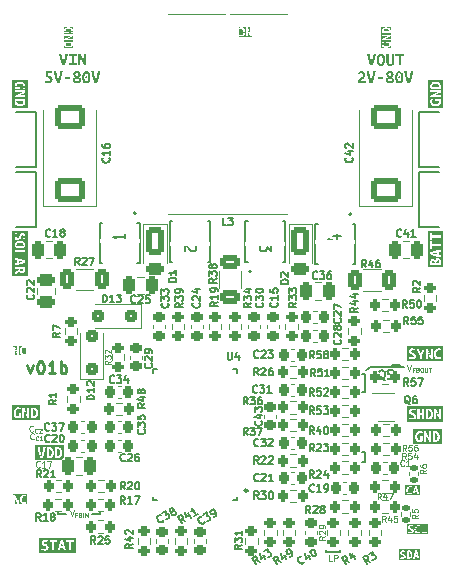
<source format=gto>
%TF.GenerationSoftware,KiCad,Pcbnew,7.0.2-0*%
%TF.CreationDate,2024-04-25T00:04:59-07:00*%
%TF.ProjectId,LT8490,4c543834-3930-42e6-9b69-6361645f7063,v1.0b*%
%TF.SameCoordinates,Original*%
%TF.FileFunction,Legend,Top*%
%TF.FilePolarity,Positive*%
%FSLAX46Y46*%
G04 Gerber Fmt 4.6, Leading zero omitted, Abs format (unit mm)*
G04 Created by KiCad (PCBNEW 7.0.2-0) date 2024-04-25 00:04:59*
%MOMM*%
%LPD*%
G01*
G04 APERTURE LIST*
G04 Aperture macros list*
%AMRoundRect*
0 Rectangle with rounded corners*
0 $1 Rounding radius*
0 $2 $3 $4 $5 $6 $7 $8 $9 X,Y pos of 4 corners*
0 Add a 4 corners polygon primitive as box body*
4,1,4,$2,$3,$4,$5,$6,$7,$8,$9,$2,$3,0*
0 Add four circle primitives for the rounded corners*
1,1,$1+$1,$2,$3*
1,1,$1+$1,$4,$5*
1,1,$1+$1,$6,$7*
1,1,$1+$1,$8,$9*
0 Add four rect primitives between the rounded corners*
20,1,$1+$1,$2,$3,$4,$5,0*
20,1,$1+$1,$4,$5,$6,$7,0*
20,1,$1+$1,$6,$7,$8,$9,0*
20,1,$1+$1,$8,$9,$2,$3,0*%
%AMFreePoly0*
4,1,19,-1.875000,6.250000,1.125000,6.250000,1.276663,6.234505,1.441964,6.179731,1.590177,6.088312,1.713312,5.965177,1.804731,5.816964,1.859505,5.651663,1.875000,5.500000,1.875000,-5.500000,1.859505,-5.651663,1.804731,-5.816964,1.713312,-5.965177,1.590177,-6.088312,1.441964,-6.179731,1.276663,-6.234505,1.125000,-6.250000,-1.875000,-6.250000,-1.875000,6.250000,-1.875000,6.250000,
$1*%
%AMFreePoly1*
4,1,19,-1.875000,5.500000,-1.859505,5.651663,-1.804731,5.816964,-1.713312,5.965177,-1.590177,6.088312,-1.441964,6.179731,-1.276663,6.234505,-1.125000,6.250000,1.875000,6.250000,1.875000,-6.250000,-1.125000,-6.250000,-1.276663,-6.234505,-1.441964,-6.179731,-1.590177,-6.088312,-1.713312,-5.965177,-1.804731,-5.816964,-1.859505,-5.651663,-1.875000,-5.500000,-1.875000,5.500000,-1.875000,5.500000,
$1*%
%AMFreePoly2*
4,1,8,1.575000,-4.690000,-2.025000,-4.690000,-2.025000,-0.860000,-1.575000,-0.860000,-1.575000,4.340000,-1.225000,4.690000,1.575000,4.690000,1.575000,-4.690000,1.575000,-4.690000,$1*%
G04 Aperture macros list end*
%ADD10C,0.150000*%
%ADD11C,0.101600*%
%ADD12C,0.254000*%
%ADD13C,0.127000*%
%ADD14C,0.125000*%
%ADD15C,0.120000*%
%ADD16C,0.152400*%
%ADD17C,0.200000*%
%ADD18C,0.250000*%
%ADD19C,0.010000*%
%ADD20C,1.400000*%
%ADD21R,1.400000X1.400000*%
%ADD22RoundRect,0.200000X-0.200000X-0.275000X0.200000X-0.275000X0.200000X0.275000X-0.200000X0.275000X0*%
%ADD23RoundRect,0.200000X-0.275000X0.200000X-0.275000X-0.200000X0.275000X-0.200000X0.275000X0.200000X0*%
%ADD24RoundRect,0.135000X0.185000X-0.135000X0.185000X0.135000X-0.185000X0.135000X-0.185000X-0.135000X0*%
%ADD25RoundRect,0.250000X0.250000X0.475000X-0.250000X0.475000X-0.250000X-0.475000X0.250000X-0.475000X0*%
%ADD26RoundRect,0.225000X-0.250000X0.225000X-0.250000X-0.225000X0.250000X-0.225000X0.250000X0.225000X0*%
%ADD27RoundRect,0.225000X-0.225000X-0.250000X0.225000X-0.250000X0.225000X0.250000X-0.225000X0.250000X0*%
%ADD28RoundRect,0.250000X0.500000X-0.275000X0.500000X0.275000X-0.500000X0.275000X-0.500000X-0.275000X0*%
%ADD29RoundRect,0.250000X0.500000X-0.950000X0.500000X0.950000X-0.500000X0.950000X-0.500000X-0.950000X0*%
%ADD30RoundRect,0.200000X0.275000X-0.200000X0.275000X0.200000X-0.275000X0.200000X-0.275000X-0.200000X0*%
%ADD31C,1.500000*%
%ADD32R,0.650000X0.400000*%
%ADD33RoundRect,0.250000X-0.250000X-0.475000X0.250000X-0.475000X0.250000X0.475000X-0.250000X0.475000X0*%
%ADD34R,0.355600X0.863600*%
%ADD35RoundRect,0.200000X0.200000X0.275000X-0.200000X0.275000X-0.200000X-0.275000X0.200000X-0.275000X0*%
%ADD36RoundRect,0.225000X0.250000X-0.225000X0.250000X0.225000X-0.250000X0.225000X-0.250000X-0.225000X0*%
%ADD37RoundRect,0.225000X0.225000X0.250000X-0.225000X0.250000X-0.225000X-0.250000X0.225000X-0.250000X0*%
%ADD38R,0.600000X0.400000*%
%ADD39FreePoly0,0.000000*%
%ADD40FreePoly1,0.000000*%
%ADD41RoundRect,0.250000X-0.312500X-0.625000X0.312500X-0.625000X0.312500X0.625000X-0.312500X0.625000X0*%
%ADD42FreePoly2,180.000000*%
%ADD43R,0.250000X0.700000*%
%ADD44R,0.700000X0.250000*%
%ADD45R,1.800000X0.250000*%
%ADD46R,1.500000X0.250000*%
%ADD47RoundRect,0.250000X-0.625000X0.312500X-0.625000X-0.312500X0.625000X-0.312500X0.625000X0.312500X0*%
%ADD48RoundRect,0.250000X0.300000X-0.300000X0.300000X0.300000X-0.300000X0.300000X-0.300000X-0.300000X0*%
%ADD49RoundRect,0.250000X0.300000X0.300000X-0.300000X0.300000X-0.300000X-0.300000X0.300000X-0.300000X0*%
%ADD50RoundRect,0.250000X1.025000X-0.787500X1.025000X0.787500X-1.025000X0.787500X-1.025000X-0.787500X0*%
%ADD51RoundRect,0.250000X-0.475000X0.250000X-0.475000X-0.250000X0.475000X-0.250000X0.475000X0.250000X0*%
G04 APERTURE END LIST*
D10*
X131700000Y-83300000D02*
X130000000Y-83300000D01*
X164100000Y-93100000D02*
X165800000Y-93100000D01*
X130000000Y-88000000D02*
X131700000Y-88000000D01*
X130000000Y-88400000D02*
X131700000Y-88400000D01*
X159500000Y-105500000D02*
X159500000Y-107000000D01*
X133500000Y-117400000D02*
X133500000Y-117200000D01*
X156237047Y-120600000D02*
X156237047Y-120400000D01*
X131700000Y-88000000D02*
X131700000Y-83300000D01*
X164100000Y-88400000D02*
X164100000Y-93100000D01*
X159500000Y-107000000D02*
X159300000Y-107000000D01*
X164100000Y-83300000D02*
X164100000Y-88000000D01*
X137100000Y-117400000D02*
X137100000Y-117200000D01*
X136400000Y-117400000D02*
X137100000Y-117400000D01*
X159300000Y-112100000D02*
X159500000Y-112100000D01*
X159300000Y-105500000D02*
X159500000Y-105500000D01*
X131700000Y-88400000D02*
X131700000Y-93100000D01*
X157437047Y-120600000D02*
X157437047Y-120400000D01*
X159500000Y-112100000D02*
X159500000Y-113000000D01*
X164100000Y-88000000D02*
X165800000Y-88000000D01*
X130000000Y-93100000D02*
X131700000Y-93100000D01*
X160000000Y-104900000D02*
X162800000Y-104900000D01*
X159500000Y-113000000D02*
X159300000Y-113000000D01*
X165800000Y-83300000D02*
X164100000Y-83300000D01*
X156237047Y-120600000D02*
X157437047Y-120600000D01*
X160000000Y-104900000D02*
X159600000Y-105200000D01*
X165800000Y-88400000D02*
X164100000Y-88400000D01*
X134200000Y-117400000D02*
X133500000Y-117400000D01*
D11*
X131410105Y-110346629D02*
X131385914Y-110370820D01*
X131385914Y-110370820D02*
X131313343Y-110395010D01*
X131313343Y-110395010D02*
X131264962Y-110395010D01*
X131264962Y-110395010D02*
X131192390Y-110370820D01*
X131192390Y-110370820D02*
X131144009Y-110322439D01*
X131144009Y-110322439D02*
X131119819Y-110274058D01*
X131119819Y-110274058D02*
X131095628Y-110177296D01*
X131095628Y-110177296D02*
X131095628Y-110104724D01*
X131095628Y-110104724D02*
X131119819Y-110007962D01*
X131119819Y-110007962D02*
X131144009Y-109959581D01*
X131144009Y-109959581D02*
X131192390Y-109911200D01*
X131192390Y-109911200D02*
X131264962Y-109887010D01*
X131264962Y-109887010D02*
X131313343Y-109887010D01*
X131313343Y-109887010D02*
X131385914Y-109911200D01*
X131385914Y-109911200D02*
X131410105Y-109935391D01*
X131794733Y-110460566D02*
X131777800Y-110477500D01*
X131777800Y-110477500D02*
X131727000Y-110494433D01*
X131727000Y-110494433D02*
X131693133Y-110494433D01*
X131693133Y-110494433D02*
X131642333Y-110477500D01*
X131642333Y-110477500D02*
X131608467Y-110443633D01*
X131608467Y-110443633D02*
X131591533Y-110409766D01*
X131591533Y-110409766D02*
X131574600Y-110342033D01*
X131574600Y-110342033D02*
X131574600Y-110291233D01*
X131574600Y-110291233D02*
X131591533Y-110223500D01*
X131591533Y-110223500D02*
X131608467Y-110189633D01*
X131608467Y-110189633D02*
X131642333Y-110155766D01*
X131642333Y-110155766D02*
X131693133Y-110138833D01*
X131693133Y-110138833D02*
X131727000Y-110138833D01*
X131727000Y-110138833D02*
X131777800Y-110155766D01*
X131777800Y-110155766D02*
X131794733Y-110172700D01*
X131930200Y-110172700D02*
X131947133Y-110155766D01*
X131947133Y-110155766D02*
X131981000Y-110138833D01*
X131981000Y-110138833D02*
X132065667Y-110138833D01*
X132065667Y-110138833D02*
X132099533Y-110155766D01*
X132099533Y-110155766D02*
X132116467Y-110172700D01*
X132116467Y-110172700D02*
X132133400Y-110206566D01*
X132133400Y-110206566D02*
X132133400Y-110240433D01*
X132133400Y-110240433D02*
X132116467Y-110291233D01*
X132116467Y-110291233D02*
X131913267Y-110494433D01*
X131913267Y-110494433D02*
X132133400Y-110494433D01*
X134529542Y-117027004D02*
X134698876Y-117535004D01*
X134698876Y-117535004D02*
X134868209Y-117027004D01*
X135119791Y-117448160D02*
X135001257Y-117448160D01*
X135001257Y-117634427D02*
X135001257Y-117278827D01*
X135001257Y-117278827D02*
X135170591Y-117278827D01*
X135424591Y-117448160D02*
X135475391Y-117465094D01*
X135475391Y-117465094D02*
X135492324Y-117482027D01*
X135492324Y-117482027D02*
X135509257Y-117515894D01*
X135509257Y-117515894D02*
X135509257Y-117566694D01*
X135509257Y-117566694D02*
X135492324Y-117600560D01*
X135492324Y-117600560D02*
X135475391Y-117617494D01*
X135475391Y-117617494D02*
X135441524Y-117634427D01*
X135441524Y-117634427D02*
X135306057Y-117634427D01*
X135306057Y-117634427D02*
X135306057Y-117278827D01*
X135306057Y-117278827D02*
X135424591Y-117278827D01*
X135424591Y-117278827D02*
X135458457Y-117295760D01*
X135458457Y-117295760D02*
X135475391Y-117312694D01*
X135475391Y-117312694D02*
X135492324Y-117346560D01*
X135492324Y-117346560D02*
X135492324Y-117380427D01*
X135492324Y-117380427D02*
X135475391Y-117414294D01*
X135475391Y-117414294D02*
X135458457Y-117431227D01*
X135458457Y-117431227D02*
X135424591Y-117448160D01*
X135424591Y-117448160D02*
X135306057Y-117448160D01*
X135661657Y-117634427D02*
X135661657Y-117278827D01*
X135830990Y-117634427D02*
X135830990Y-117278827D01*
X135830990Y-117278827D02*
X136034190Y-117634427D01*
X136034190Y-117634427D02*
X136034190Y-117278827D01*
D12*
X130930857Y-104792687D02*
X131172762Y-105470020D01*
X131172762Y-105470020D02*
X131414667Y-104792687D01*
X131995238Y-104454020D02*
X132092000Y-104454020D01*
X132092000Y-104454020D02*
X132188762Y-104502401D01*
X132188762Y-104502401D02*
X132237143Y-104550782D01*
X132237143Y-104550782D02*
X132285524Y-104647544D01*
X132285524Y-104647544D02*
X132333905Y-104841068D01*
X132333905Y-104841068D02*
X132333905Y-105082973D01*
X132333905Y-105082973D02*
X132285524Y-105276497D01*
X132285524Y-105276497D02*
X132237143Y-105373259D01*
X132237143Y-105373259D02*
X132188762Y-105421640D01*
X132188762Y-105421640D02*
X132092000Y-105470020D01*
X132092000Y-105470020D02*
X131995238Y-105470020D01*
X131995238Y-105470020D02*
X131898476Y-105421640D01*
X131898476Y-105421640D02*
X131850095Y-105373259D01*
X131850095Y-105373259D02*
X131801714Y-105276497D01*
X131801714Y-105276497D02*
X131753333Y-105082973D01*
X131753333Y-105082973D02*
X131753333Y-104841068D01*
X131753333Y-104841068D02*
X131801714Y-104647544D01*
X131801714Y-104647544D02*
X131850095Y-104550782D01*
X131850095Y-104550782D02*
X131898476Y-104502401D01*
X131898476Y-104502401D02*
X131995238Y-104454020D01*
X133301524Y-105470020D02*
X132720952Y-105470020D01*
X133011238Y-105470020D02*
X133011238Y-104454020D01*
X133011238Y-104454020D02*
X132914476Y-104599163D01*
X132914476Y-104599163D02*
X132817714Y-104695925D01*
X132817714Y-104695925D02*
X132720952Y-104744306D01*
X133736952Y-105470020D02*
X133736952Y-104454020D01*
X133736952Y-104841068D02*
X133833714Y-104792687D01*
X133833714Y-104792687D02*
X134027238Y-104792687D01*
X134027238Y-104792687D02*
X134124000Y-104841068D01*
X134124000Y-104841068D02*
X134172381Y-104889449D01*
X134172381Y-104889449D02*
X134220762Y-104986211D01*
X134220762Y-104986211D02*
X134220762Y-105276497D01*
X134220762Y-105276497D02*
X134172381Y-105373259D01*
X134172381Y-105373259D02*
X134124000Y-105421640D01*
X134124000Y-105421640D02*
X134027238Y-105470020D01*
X134027238Y-105470020D02*
X133833714Y-105470020D01*
X133833714Y-105470020D02*
X133736952Y-105421640D01*
D11*
X131480105Y-110996629D02*
X131455914Y-111020820D01*
X131455914Y-111020820D02*
X131383343Y-111045010D01*
X131383343Y-111045010D02*
X131334962Y-111045010D01*
X131334962Y-111045010D02*
X131262390Y-111020820D01*
X131262390Y-111020820D02*
X131214009Y-110972439D01*
X131214009Y-110972439D02*
X131189819Y-110924058D01*
X131189819Y-110924058D02*
X131165628Y-110827296D01*
X131165628Y-110827296D02*
X131165628Y-110754724D01*
X131165628Y-110754724D02*
X131189819Y-110657962D01*
X131189819Y-110657962D02*
X131214009Y-110609581D01*
X131214009Y-110609581D02*
X131262390Y-110561200D01*
X131262390Y-110561200D02*
X131334962Y-110537010D01*
X131334962Y-110537010D02*
X131383343Y-110537010D01*
X131383343Y-110537010D02*
X131455914Y-110561200D01*
X131455914Y-110561200D02*
X131480105Y-110585391D01*
X131864733Y-111110566D02*
X131847800Y-111127500D01*
X131847800Y-111127500D02*
X131797000Y-111144433D01*
X131797000Y-111144433D02*
X131763133Y-111144433D01*
X131763133Y-111144433D02*
X131712333Y-111127500D01*
X131712333Y-111127500D02*
X131678467Y-111093633D01*
X131678467Y-111093633D02*
X131661533Y-111059766D01*
X131661533Y-111059766D02*
X131644600Y-110992033D01*
X131644600Y-110992033D02*
X131644600Y-110941233D01*
X131644600Y-110941233D02*
X131661533Y-110873500D01*
X131661533Y-110873500D02*
X131678467Y-110839633D01*
X131678467Y-110839633D02*
X131712333Y-110805766D01*
X131712333Y-110805766D02*
X131763133Y-110788833D01*
X131763133Y-110788833D02*
X131797000Y-110788833D01*
X131797000Y-110788833D02*
X131847800Y-110805766D01*
X131847800Y-110805766D02*
X131864733Y-110822700D01*
X132203400Y-111144433D02*
X132000200Y-111144433D01*
X132101800Y-111144433D02*
X132101800Y-110788833D01*
X132101800Y-110788833D02*
X132067933Y-110839633D01*
X132067933Y-110839633D02*
X132034067Y-110873500D01*
X132034067Y-110873500D02*
X132000200Y-110890433D01*
X163092466Y-104727010D02*
X163261800Y-105235010D01*
X163261800Y-105235010D02*
X163431133Y-104727010D01*
X163682715Y-105148166D02*
X163564181Y-105148166D01*
X163564181Y-105334433D02*
X163564181Y-104978833D01*
X163564181Y-104978833D02*
X163733515Y-104978833D01*
X163987515Y-105148166D02*
X164038315Y-105165100D01*
X164038315Y-105165100D02*
X164055248Y-105182033D01*
X164055248Y-105182033D02*
X164072181Y-105215900D01*
X164072181Y-105215900D02*
X164072181Y-105266700D01*
X164072181Y-105266700D02*
X164055248Y-105300566D01*
X164055248Y-105300566D02*
X164038315Y-105317500D01*
X164038315Y-105317500D02*
X164004448Y-105334433D01*
X164004448Y-105334433D02*
X163868981Y-105334433D01*
X163868981Y-105334433D02*
X163868981Y-104978833D01*
X163868981Y-104978833D02*
X163987515Y-104978833D01*
X163987515Y-104978833D02*
X164021381Y-104995766D01*
X164021381Y-104995766D02*
X164038315Y-105012700D01*
X164038315Y-105012700D02*
X164055248Y-105046566D01*
X164055248Y-105046566D02*
X164055248Y-105080433D01*
X164055248Y-105080433D02*
X164038315Y-105114300D01*
X164038315Y-105114300D02*
X164021381Y-105131233D01*
X164021381Y-105131233D02*
X163987515Y-105148166D01*
X163987515Y-105148166D02*
X163868981Y-105148166D01*
X164292315Y-104978833D02*
X164360048Y-104978833D01*
X164360048Y-104978833D02*
X164393915Y-104995766D01*
X164393915Y-104995766D02*
X164427781Y-105029633D01*
X164427781Y-105029633D02*
X164444715Y-105097366D01*
X164444715Y-105097366D02*
X164444715Y-105215900D01*
X164444715Y-105215900D02*
X164427781Y-105283633D01*
X164427781Y-105283633D02*
X164393915Y-105317500D01*
X164393915Y-105317500D02*
X164360048Y-105334433D01*
X164360048Y-105334433D02*
X164292315Y-105334433D01*
X164292315Y-105334433D02*
X164258448Y-105317500D01*
X164258448Y-105317500D02*
X164224581Y-105283633D01*
X164224581Y-105283633D02*
X164207648Y-105215900D01*
X164207648Y-105215900D02*
X164207648Y-105097366D01*
X164207648Y-105097366D02*
X164224581Y-105029633D01*
X164224581Y-105029633D02*
X164258448Y-104995766D01*
X164258448Y-104995766D02*
X164292315Y-104978833D01*
X164597114Y-104978833D02*
X164597114Y-105266700D01*
X164597114Y-105266700D02*
X164614048Y-105300566D01*
X164614048Y-105300566D02*
X164630981Y-105317500D01*
X164630981Y-105317500D02*
X164664848Y-105334433D01*
X164664848Y-105334433D02*
X164732581Y-105334433D01*
X164732581Y-105334433D02*
X164766448Y-105317500D01*
X164766448Y-105317500D02*
X164783381Y-105300566D01*
X164783381Y-105300566D02*
X164800314Y-105266700D01*
X164800314Y-105266700D02*
X164800314Y-104978833D01*
X164918847Y-104978833D02*
X165122047Y-104978833D01*
X165020447Y-105334433D02*
X165020447Y-104978833D01*
X156740285Y-121335010D02*
X156498380Y-121335010D01*
X156498380Y-121335010D02*
X156498380Y-120827010D01*
X156909618Y-121335010D02*
X156909618Y-120827010D01*
X156909618Y-120827010D02*
X157103142Y-120827010D01*
X157103142Y-120827010D02*
X157151523Y-120851200D01*
X157151523Y-120851200D02*
X157175713Y-120875391D01*
X157175713Y-120875391D02*
X157199904Y-120923772D01*
X157199904Y-120923772D02*
X157199904Y-120996343D01*
X157199904Y-120996343D02*
X157175713Y-121044724D01*
X157175713Y-121044724D02*
X157151523Y-121068915D01*
X157151523Y-121068915D02*
X157103142Y-121093105D01*
X157103142Y-121093105D02*
X156909618Y-121093105D01*
D13*
%TO.C,R53*%
X155191785Y-108893763D02*
X154980118Y-108591382D01*
X154828928Y-108893763D02*
X154828928Y-108258763D01*
X154828928Y-108258763D02*
X155070833Y-108258763D01*
X155070833Y-108258763D02*
X155131309Y-108289001D01*
X155131309Y-108289001D02*
X155161547Y-108319239D01*
X155161547Y-108319239D02*
X155191785Y-108379715D01*
X155191785Y-108379715D02*
X155191785Y-108470429D01*
X155191785Y-108470429D02*
X155161547Y-108530905D01*
X155161547Y-108530905D02*
X155131309Y-108561144D01*
X155131309Y-108561144D02*
X155070833Y-108591382D01*
X155070833Y-108591382D02*
X154828928Y-108591382D01*
X155766309Y-108258763D02*
X155463928Y-108258763D01*
X155463928Y-108258763D02*
X155433690Y-108561144D01*
X155433690Y-108561144D02*
X155463928Y-108530905D01*
X155463928Y-108530905D02*
X155524404Y-108500667D01*
X155524404Y-108500667D02*
X155675595Y-108500667D01*
X155675595Y-108500667D02*
X155736071Y-108530905D01*
X155736071Y-108530905D02*
X155766309Y-108561144D01*
X155766309Y-108561144D02*
X155796547Y-108621620D01*
X155796547Y-108621620D02*
X155796547Y-108772810D01*
X155796547Y-108772810D02*
X155766309Y-108833286D01*
X155766309Y-108833286D02*
X155736071Y-108863525D01*
X155736071Y-108863525D02*
X155675595Y-108893763D01*
X155675595Y-108893763D02*
X155524404Y-108893763D01*
X155524404Y-108893763D02*
X155463928Y-108863525D01*
X155463928Y-108863525D02*
X155433690Y-108833286D01*
X156008214Y-108258763D02*
X156401309Y-108258763D01*
X156401309Y-108258763D02*
X156189642Y-108500667D01*
X156189642Y-108500667D02*
X156280357Y-108500667D01*
X156280357Y-108500667D02*
X156340833Y-108530905D01*
X156340833Y-108530905D02*
X156371071Y-108561144D01*
X156371071Y-108561144D02*
X156401309Y-108621620D01*
X156401309Y-108621620D02*
X156401309Y-108772810D01*
X156401309Y-108772810D02*
X156371071Y-108833286D01*
X156371071Y-108833286D02*
X156340833Y-108863525D01*
X156340833Y-108863525D02*
X156280357Y-108893763D01*
X156280357Y-108893763D02*
X156098928Y-108893763D01*
X156098928Y-108893763D02*
X156038452Y-108863525D01*
X156038452Y-108863525D02*
X156008214Y-108833286D01*
%TO.C,R31*%
X149103763Y-119988214D02*
X148801382Y-120199881D01*
X149103763Y-120351071D02*
X148468763Y-120351071D01*
X148468763Y-120351071D02*
X148468763Y-120109166D01*
X148468763Y-120109166D02*
X148499001Y-120048690D01*
X148499001Y-120048690D02*
X148529239Y-120018452D01*
X148529239Y-120018452D02*
X148589715Y-119988214D01*
X148589715Y-119988214D02*
X148680429Y-119988214D01*
X148680429Y-119988214D02*
X148740905Y-120018452D01*
X148740905Y-120018452D02*
X148771144Y-120048690D01*
X148771144Y-120048690D02*
X148801382Y-120109166D01*
X148801382Y-120109166D02*
X148801382Y-120351071D01*
X148468763Y-119776547D02*
X148468763Y-119383452D01*
X148468763Y-119383452D02*
X148710667Y-119595119D01*
X148710667Y-119595119D02*
X148710667Y-119504404D01*
X148710667Y-119504404D02*
X148740905Y-119443928D01*
X148740905Y-119443928D02*
X148771144Y-119413690D01*
X148771144Y-119413690D02*
X148831620Y-119383452D01*
X148831620Y-119383452D02*
X148982810Y-119383452D01*
X148982810Y-119383452D02*
X149043286Y-119413690D01*
X149043286Y-119413690D02*
X149073525Y-119443928D01*
X149073525Y-119443928D02*
X149103763Y-119504404D01*
X149103763Y-119504404D02*
X149103763Y-119685833D01*
X149103763Y-119685833D02*
X149073525Y-119746309D01*
X149073525Y-119746309D02*
X149043286Y-119776547D01*
X149103763Y-118778690D02*
X149103763Y-119141547D01*
X149103763Y-118960119D02*
X148468763Y-118960119D01*
X148468763Y-118960119D02*
X148559477Y-119020595D01*
X148559477Y-119020595D02*
X148619953Y-119081071D01*
X148619953Y-119081071D02*
X148650191Y-119141547D01*
D11*
%TO.C,R6*%
X164685010Y-113634666D02*
X164443105Y-113804000D01*
X164685010Y-113924952D02*
X164177010Y-113924952D01*
X164177010Y-113924952D02*
X164177010Y-113731428D01*
X164177010Y-113731428D02*
X164201200Y-113683047D01*
X164201200Y-113683047D02*
X164225391Y-113658857D01*
X164225391Y-113658857D02*
X164273772Y-113634666D01*
X164273772Y-113634666D02*
X164346343Y-113634666D01*
X164346343Y-113634666D02*
X164394724Y-113658857D01*
X164394724Y-113658857D02*
X164418915Y-113683047D01*
X164418915Y-113683047D02*
X164443105Y-113731428D01*
X164443105Y-113731428D02*
X164443105Y-113924952D01*
X164177010Y-113199238D02*
X164177010Y-113296000D01*
X164177010Y-113296000D02*
X164201200Y-113344381D01*
X164201200Y-113344381D02*
X164225391Y-113368571D01*
X164225391Y-113368571D02*
X164297962Y-113416952D01*
X164297962Y-113416952D02*
X164394724Y-113441143D01*
X164394724Y-113441143D02*
X164588248Y-113441143D01*
X164588248Y-113441143D02*
X164636629Y-113416952D01*
X164636629Y-113416952D02*
X164660820Y-113392762D01*
X164660820Y-113392762D02*
X164685010Y-113344381D01*
X164685010Y-113344381D02*
X164685010Y-113247619D01*
X164685010Y-113247619D02*
X164660820Y-113199238D01*
X164660820Y-113199238D02*
X164636629Y-113175047D01*
X164636629Y-113175047D02*
X164588248Y-113150857D01*
X164588248Y-113150857D02*
X164467296Y-113150857D01*
X164467296Y-113150857D02*
X164418915Y-113175047D01*
X164418915Y-113175047D02*
X164394724Y-113199238D01*
X164394724Y-113199238D02*
X164370534Y-113247619D01*
X164370534Y-113247619D02*
X164370534Y-113344381D01*
X164370534Y-113344381D02*
X164394724Y-113392762D01*
X164394724Y-113392762D02*
X164418915Y-113416952D01*
X164418915Y-113416952D02*
X164467296Y-113441143D01*
D13*
%TO.C,C18*%
X132866785Y-93833286D02*
X132836547Y-93863525D01*
X132836547Y-93863525D02*
X132745833Y-93893763D01*
X132745833Y-93893763D02*
X132685357Y-93893763D01*
X132685357Y-93893763D02*
X132594642Y-93863525D01*
X132594642Y-93863525D02*
X132534166Y-93803048D01*
X132534166Y-93803048D02*
X132503928Y-93742572D01*
X132503928Y-93742572D02*
X132473690Y-93621620D01*
X132473690Y-93621620D02*
X132473690Y-93530905D01*
X132473690Y-93530905D02*
X132503928Y-93409953D01*
X132503928Y-93409953D02*
X132534166Y-93349477D01*
X132534166Y-93349477D02*
X132594642Y-93289001D01*
X132594642Y-93289001D02*
X132685357Y-93258763D01*
X132685357Y-93258763D02*
X132745833Y-93258763D01*
X132745833Y-93258763D02*
X132836547Y-93289001D01*
X132836547Y-93289001D02*
X132866785Y-93319239D01*
X133471547Y-93893763D02*
X133108690Y-93893763D01*
X133290118Y-93893763D02*
X133290118Y-93258763D01*
X133290118Y-93258763D02*
X133229642Y-93349477D01*
X133229642Y-93349477D02*
X133169166Y-93409953D01*
X133169166Y-93409953D02*
X133108690Y-93440191D01*
X133834404Y-93530905D02*
X133773928Y-93500667D01*
X133773928Y-93500667D02*
X133743690Y-93470429D01*
X133743690Y-93470429D02*
X133713452Y-93409953D01*
X133713452Y-93409953D02*
X133713452Y-93379715D01*
X133713452Y-93379715D02*
X133743690Y-93319239D01*
X133743690Y-93319239D02*
X133773928Y-93289001D01*
X133773928Y-93289001D02*
X133834404Y-93258763D01*
X133834404Y-93258763D02*
X133955357Y-93258763D01*
X133955357Y-93258763D02*
X134015833Y-93289001D01*
X134015833Y-93289001D02*
X134046071Y-93319239D01*
X134046071Y-93319239D02*
X134076309Y-93379715D01*
X134076309Y-93379715D02*
X134076309Y-93409953D01*
X134076309Y-93409953D02*
X134046071Y-93470429D01*
X134046071Y-93470429D02*
X134015833Y-93500667D01*
X134015833Y-93500667D02*
X133955357Y-93530905D01*
X133955357Y-93530905D02*
X133834404Y-93530905D01*
X133834404Y-93530905D02*
X133773928Y-93561144D01*
X133773928Y-93561144D02*
X133743690Y-93591382D01*
X133743690Y-93591382D02*
X133713452Y-93651858D01*
X133713452Y-93651858D02*
X133713452Y-93772810D01*
X133713452Y-93772810D02*
X133743690Y-93833286D01*
X133743690Y-93833286D02*
X133773928Y-93863525D01*
X133773928Y-93863525D02*
X133834404Y-93893763D01*
X133834404Y-93893763D02*
X133955357Y-93893763D01*
X133955357Y-93893763D02*
X134015833Y-93863525D01*
X134015833Y-93863525D02*
X134046071Y-93833286D01*
X134046071Y-93833286D02*
X134076309Y-93772810D01*
X134076309Y-93772810D02*
X134076309Y-93651858D01*
X134076309Y-93651858D02*
X134046071Y-93591382D01*
X134046071Y-93591382D02*
X134015833Y-93561144D01*
X134015833Y-93561144D02*
X133955357Y-93530905D01*
%TO.C,C36*%
X155466785Y-97408286D02*
X155436547Y-97438525D01*
X155436547Y-97438525D02*
X155345833Y-97468763D01*
X155345833Y-97468763D02*
X155285357Y-97468763D01*
X155285357Y-97468763D02*
X155194642Y-97438525D01*
X155194642Y-97438525D02*
X155134166Y-97378048D01*
X155134166Y-97378048D02*
X155103928Y-97317572D01*
X155103928Y-97317572D02*
X155073690Y-97196620D01*
X155073690Y-97196620D02*
X155073690Y-97105905D01*
X155073690Y-97105905D02*
X155103928Y-96984953D01*
X155103928Y-96984953D02*
X155134166Y-96924477D01*
X155134166Y-96924477D02*
X155194642Y-96864001D01*
X155194642Y-96864001D02*
X155285357Y-96833763D01*
X155285357Y-96833763D02*
X155345833Y-96833763D01*
X155345833Y-96833763D02*
X155436547Y-96864001D01*
X155436547Y-96864001D02*
X155466785Y-96894239D01*
X155678452Y-96833763D02*
X156071547Y-96833763D01*
X156071547Y-96833763D02*
X155859880Y-97075667D01*
X155859880Y-97075667D02*
X155950595Y-97075667D01*
X155950595Y-97075667D02*
X156011071Y-97105905D01*
X156011071Y-97105905D02*
X156041309Y-97136144D01*
X156041309Y-97136144D02*
X156071547Y-97196620D01*
X156071547Y-97196620D02*
X156071547Y-97347810D01*
X156071547Y-97347810D02*
X156041309Y-97408286D01*
X156041309Y-97408286D02*
X156011071Y-97438525D01*
X156011071Y-97438525D02*
X155950595Y-97468763D01*
X155950595Y-97468763D02*
X155769166Y-97468763D01*
X155769166Y-97468763D02*
X155708690Y-97438525D01*
X155708690Y-97438525D02*
X155678452Y-97408286D01*
X156615833Y-96833763D02*
X156494880Y-96833763D01*
X156494880Y-96833763D02*
X156434404Y-96864001D01*
X156434404Y-96864001D02*
X156404166Y-96894239D01*
X156404166Y-96894239D02*
X156343690Y-96984953D01*
X156343690Y-96984953D02*
X156313452Y-97105905D01*
X156313452Y-97105905D02*
X156313452Y-97347810D01*
X156313452Y-97347810D02*
X156343690Y-97408286D01*
X156343690Y-97408286D02*
X156373928Y-97438525D01*
X156373928Y-97438525D02*
X156434404Y-97468763D01*
X156434404Y-97468763D02*
X156555357Y-97468763D01*
X156555357Y-97468763D02*
X156615833Y-97438525D01*
X156615833Y-97438525D02*
X156646071Y-97408286D01*
X156646071Y-97408286D02*
X156676309Y-97347810D01*
X156676309Y-97347810D02*
X156676309Y-97196620D01*
X156676309Y-97196620D02*
X156646071Y-97136144D01*
X156646071Y-97136144D02*
X156615833Y-97105905D01*
X156615833Y-97105905D02*
X156555357Y-97075667D01*
X156555357Y-97075667D02*
X156434404Y-97075667D01*
X156434404Y-97075667D02*
X156373928Y-97105905D01*
X156373928Y-97105905D02*
X156343690Y-97136144D01*
X156343690Y-97136144D02*
X156313452Y-97196620D01*
%TO.C,C38*%
X142463119Y-117906139D02*
X142452051Y-117947445D01*
X142452051Y-117947445D02*
X142388609Y-118018989D01*
X142388609Y-118018989D02*
X142336235Y-118049227D01*
X142336235Y-118049227D02*
X142242555Y-118068397D01*
X142242555Y-118068397D02*
X142159943Y-118046262D01*
X142159943Y-118046262D02*
X142103518Y-118009007D01*
X142103518Y-118009007D02*
X142016855Y-117919378D01*
X142016855Y-117919378D02*
X141971498Y-117840817D01*
X141971498Y-117840817D02*
X141937209Y-117720950D01*
X141937209Y-117720950D02*
X141933158Y-117653457D01*
X141933158Y-117653457D02*
X141955293Y-117570845D01*
X141955293Y-117570845D02*
X142018735Y-117499301D01*
X142018735Y-117499301D02*
X142071109Y-117469063D01*
X142071109Y-117469063D02*
X142164789Y-117449893D01*
X142164789Y-117449893D02*
X142206095Y-117460961D01*
X142359166Y-117302754D02*
X142699596Y-117106206D01*
X142699596Y-117106206D02*
X142637240Y-117421535D01*
X142637240Y-117421535D02*
X142715801Y-117376178D01*
X142715801Y-117376178D02*
X142783294Y-117372127D01*
X142783294Y-117372127D02*
X142824600Y-117383195D01*
X142824600Y-117383195D02*
X142881025Y-117420449D01*
X142881025Y-117420449D02*
X142956620Y-117551384D01*
X142956620Y-117551384D02*
X142960671Y-117618877D01*
X142960671Y-117618877D02*
X142949603Y-117660183D01*
X142949603Y-117660183D02*
X142912348Y-117716608D01*
X142912348Y-117716608D02*
X142755227Y-117807323D01*
X142755227Y-117807323D02*
X142687734Y-117811374D01*
X142687734Y-117811374D02*
X142646428Y-117800306D01*
X143149911Y-117160460D02*
X143082418Y-117164511D01*
X143082418Y-117164511D02*
X143041112Y-117153443D01*
X143041112Y-117153443D02*
X142984687Y-117116188D01*
X142984687Y-117116188D02*
X142969568Y-117090001D01*
X142969568Y-117090001D02*
X142965517Y-117022508D01*
X142965517Y-117022508D02*
X142976585Y-116981202D01*
X142976585Y-116981202D02*
X143013840Y-116924777D01*
X143013840Y-116924777D02*
X143118588Y-116864301D01*
X143118588Y-116864301D02*
X143186081Y-116860250D01*
X143186081Y-116860250D02*
X143227387Y-116871318D01*
X143227387Y-116871318D02*
X143283812Y-116908573D01*
X143283812Y-116908573D02*
X143298931Y-116934760D01*
X143298931Y-116934760D02*
X143302982Y-117002253D01*
X143302982Y-117002253D02*
X143291914Y-117043559D01*
X143291914Y-117043559D02*
X143254659Y-117099984D01*
X143254659Y-117099984D02*
X143149911Y-117160460D01*
X143149911Y-117160460D02*
X143112656Y-117216885D01*
X143112656Y-117216885D02*
X143101588Y-117258191D01*
X143101588Y-117258191D02*
X143105640Y-117325684D01*
X143105640Y-117325684D02*
X143166116Y-117430432D01*
X143166116Y-117430432D02*
X143222541Y-117467687D01*
X143222541Y-117467687D02*
X143263847Y-117478755D01*
X143263847Y-117478755D02*
X143331340Y-117474703D01*
X143331340Y-117474703D02*
X143436088Y-117414227D01*
X143436088Y-117414227D02*
X143473342Y-117357802D01*
X143473342Y-117357802D02*
X143484410Y-117316496D01*
X143484410Y-117316496D02*
X143480359Y-117249003D01*
X143480359Y-117249003D02*
X143419883Y-117144255D01*
X143419883Y-117144255D02*
X143363458Y-117107001D01*
X143363458Y-117107001D02*
X143322152Y-117095933D01*
X143322152Y-117095933D02*
X143254659Y-117099984D01*
%TO.C,C27*%
X157433286Y-100808214D02*
X157463525Y-100838452D01*
X157463525Y-100838452D02*
X157493763Y-100929166D01*
X157493763Y-100929166D02*
X157493763Y-100989642D01*
X157493763Y-100989642D02*
X157463525Y-101080357D01*
X157463525Y-101080357D02*
X157403048Y-101140833D01*
X157403048Y-101140833D02*
X157342572Y-101171071D01*
X157342572Y-101171071D02*
X157221620Y-101201309D01*
X157221620Y-101201309D02*
X157130905Y-101201309D01*
X157130905Y-101201309D02*
X157009953Y-101171071D01*
X157009953Y-101171071D02*
X156949477Y-101140833D01*
X156949477Y-101140833D02*
X156889001Y-101080357D01*
X156889001Y-101080357D02*
X156858763Y-100989642D01*
X156858763Y-100989642D02*
X156858763Y-100929166D01*
X156858763Y-100929166D02*
X156889001Y-100838452D01*
X156889001Y-100838452D02*
X156919239Y-100808214D01*
X156919239Y-100566309D02*
X156889001Y-100536071D01*
X156889001Y-100536071D02*
X156858763Y-100475595D01*
X156858763Y-100475595D02*
X156858763Y-100324404D01*
X156858763Y-100324404D02*
X156889001Y-100263928D01*
X156889001Y-100263928D02*
X156919239Y-100233690D01*
X156919239Y-100233690D02*
X156979715Y-100203452D01*
X156979715Y-100203452D02*
X157040191Y-100203452D01*
X157040191Y-100203452D02*
X157130905Y-100233690D01*
X157130905Y-100233690D02*
X157493763Y-100596547D01*
X157493763Y-100596547D02*
X157493763Y-100203452D01*
X156858763Y-99991785D02*
X156858763Y-99568452D01*
X156858763Y-99568452D02*
X157493763Y-99840595D01*
%TO.C,R52*%
X155191785Y-107352611D02*
X154980118Y-107050230D01*
X154828928Y-107352611D02*
X154828928Y-106717611D01*
X154828928Y-106717611D02*
X155070833Y-106717611D01*
X155070833Y-106717611D02*
X155131309Y-106747849D01*
X155131309Y-106747849D02*
X155161547Y-106778087D01*
X155161547Y-106778087D02*
X155191785Y-106838563D01*
X155191785Y-106838563D02*
X155191785Y-106929277D01*
X155191785Y-106929277D02*
X155161547Y-106989753D01*
X155161547Y-106989753D02*
X155131309Y-107019992D01*
X155131309Y-107019992D02*
X155070833Y-107050230D01*
X155070833Y-107050230D02*
X154828928Y-107050230D01*
X155766309Y-106717611D02*
X155463928Y-106717611D01*
X155463928Y-106717611D02*
X155433690Y-107019992D01*
X155433690Y-107019992D02*
X155463928Y-106989753D01*
X155463928Y-106989753D02*
X155524404Y-106959515D01*
X155524404Y-106959515D02*
X155675595Y-106959515D01*
X155675595Y-106959515D02*
X155736071Y-106989753D01*
X155736071Y-106989753D02*
X155766309Y-107019992D01*
X155766309Y-107019992D02*
X155796547Y-107080468D01*
X155796547Y-107080468D02*
X155796547Y-107231658D01*
X155796547Y-107231658D02*
X155766309Y-107292134D01*
X155766309Y-107292134D02*
X155736071Y-107322373D01*
X155736071Y-107322373D02*
X155675595Y-107352611D01*
X155675595Y-107352611D02*
X155524404Y-107352611D01*
X155524404Y-107352611D02*
X155463928Y-107322373D01*
X155463928Y-107322373D02*
X155433690Y-107292134D01*
X156038452Y-106778087D02*
X156068690Y-106747849D01*
X156068690Y-106747849D02*
X156129166Y-106717611D01*
X156129166Y-106717611D02*
X156280357Y-106717611D01*
X156280357Y-106717611D02*
X156340833Y-106747849D01*
X156340833Y-106747849D02*
X156371071Y-106778087D01*
X156371071Y-106778087D02*
X156401309Y-106838563D01*
X156401309Y-106838563D02*
X156401309Y-106899039D01*
X156401309Y-106899039D02*
X156371071Y-106989753D01*
X156371071Y-106989753D02*
X156008214Y-107352611D01*
X156008214Y-107352611D02*
X156401309Y-107352611D01*
%TO.C,C26*%
X139191785Y-112833286D02*
X139161547Y-112863525D01*
X139161547Y-112863525D02*
X139070833Y-112893763D01*
X139070833Y-112893763D02*
X139010357Y-112893763D01*
X139010357Y-112893763D02*
X138919642Y-112863525D01*
X138919642Y-112863525D02*
X138859166Y-112803048D01*
X138859166Y-112803048D02*
X138828928Y-112742572D01*
X138828928Y-112742572D02*
X138798690Y-112621620D01*
X138798690Y-112621620D02*
X138798690Y-112530905D01*
X138798690Y-112530905D02*
X138828928Y-112409953D01*
X138828928Y-112409953D02*
X138859166Y-112349477D01*
X138859166Y-112349477D02*
X138919642Y-112289001D01*
X138919642Y-112289001D02*
X139010357Y-112258763D01*
X139010357Y-112258763D02*
X139070833Y-112258763D01*
X139070833Y-112258763D02*
X139161547Y-112289001D01*
X139161547Y-112289001D02*
X139191785Y-112319239D01*
X139433690Y-112319239D02*
X139463928Y-112289001D01*
X139463928Y-112289001D02*
X139524404Y-112258763D01*
X139524404Y-112258763D02*
X139675595Y-112258763D01*
X139675595Y-112258763D02*
X139736071Y-112289001D01*
X139736071Y-112289001D02*
X139766309Y-112319239D01*
X139766309Y-112319239D02*
X139796547Y-112379715D01*
X139796547Y-112379715D02*
X139796547Y-112440191D01*
X139796547Y-112440191D02*
X139766309Y-112530905D01*
X139766309Y-112530905D02*
X139403452Y-112893763D01*
X139403452Y-112893763D02*
X139796547Y-112893763D01*
X140340833Y-112258763D02*
X140219880Y-112258763D01*
X140219880Y-112258763D02*
X140159404Y-112289001D01*
X140159404Y-112289001D02*
X140129166Y-112319239D01*
X140129166Y-112319239D02*
X140068690Y-112409953D01*
X140068690Y-112409953D02*
X140038452Y-112530905D01*
X140038452Y-112530905D02*
X140038452Y-112772810D01*
X140038452Y-112772810D02*
X140068690Y-112833286D01*
X140068690Y-112833286D02*
X140098928Y-112863525D01*
X140098928Y-112863525D02*
X140159404Y-112893763D01*
X140159404Y-112893763D02*
X140280357Y-112893763D01*
X140280357Y-112893763D02*
X140340833Y-112863525D01*
X140340833Y-112863525D02*
X140371071Y-112833286D01*
X140371071Y-112833286D02*
X140401309Y-112772810D01*
X140401309Y-112772810D02*
X140401309Y-112621620D01*
X140401309Y-112621620D02*
X140371071Y-112561144D01*
X140371071Y-112561144D02*
X140340833Y-112530905D01*
X140340833Y-112530905D02*
X140280357Y-112500667D01*
X140280357Y-112500667D02*
X140159404Y-112500667D01*
X140159404Y-112500667D02*
X140098928Y-112530905D01*
X140098928Y-112530905D02*
X140068690Y-112561144D01*
X140068690Y-112561144D02*
X140038452Y-112621620D01*
%TO.C,D1*%
X143543763Y-97718690D02*
X142908763Y-97718690D01*
X142908763Y-97718690D02*
X142908763Y-97567500D01*
X142908763Y-97567500D02*
X142939001Y-97476785D01*
X142939001Y-97476785D02*
X142999477Y-97416309D01*
X142999477Y-97416309D02*
X143059953Y-97386071D01*
X143059953Y-97386071D02*
X143180905Y-97355833D01*
X143180905Y-97355833D02*
X143271620Y-97355833D01*
X143271620Y-97355833D02*
X143392572Y-97386071D01*
X143392572Y-97386071D02*
X143453048Y-97416309D01*
X143453048Y-97416309D02*
X143513525Y-97476785D01*
X143513525Y-97476785D02*
X143543763Y-97567500D01*
X143543763Y-97567500D02*
X143543763Y-97718690D01*
X143543763Y-96751071D02*
X143543763Y-97113928D01*
X143543763Y-96932500D02*
X142908763Y-96932500D01*
X142908763Y-96932500D02*
X142999477Y-96992976D01*
X142999477Y-96992976D02*
X143059953Y-97053452D01*
X143059953Y-97053452D02*
X143090191Y-97113928D01*
D11*
%TO.C,R29*%
X156135010Y-119251581D02*
X155893105Y-119420915D01*
X156135010Y-119541867D02*
X155627010Y-119541867D01*
X155627010Y-119541867D02*
X155627010Y-119348343D01*
X155627010Y-119348343D02*
X155651200Y-119299962D01*
X155651200Y-119299962D02*
X155675391Y-119275772D01*
X155675391Y-119275772D02*
X155723772Y-119251581D01*
X155723772Y-119251581D02*
X155796343Y-119251581D01*
X155796343Y-119251581D02*
X155844724Y-119275772D01*
X155844724Y-119275772D02*
X155868915Y-119299962D01*
X155868915Y-119299962D02*
X155893105Y-119348343D01*
X155893105Y-119348343D02*
X155893105Y-119541867D01*
X155675391Y-119058058D02*
X155651200Y-119033867D01*
X155651200Y-119033867D02*
X155627010Y-118985486D01*
X155627010Y-118985486D02*
X155627010Y-118864534D01*
X155627010Y-118864534D02*
X155651200Y-118816153D01*
X155651200Y-118816153D02*
X155675391Y-118791962D01*
X155675391Y-118791962D02*
X155723772Y-118767772D01*
X155723772Y-118767772D02*
X155772153Y-118767772D01*
X155772153Y-118767772D02*
X155844724Y-118791962D01*
X155844724Y-118791962D02*
X156135010Y-119082248D01*
X156135010Y-119082248D02*
X156135010Y-118767772D01*
X156135010Y-118525867D02*
X156135010Y-118429105D01*
X156135010Y-118429105D02*
X156110820Y-118380724D01*
X156110820Y-118380724D02*
X156086629Y-118356533D01*
X156086629Y-118356533D02*
X156014058Y-118308152D01*
X156014058Y-118308152D02*
X155917296Y-118283962D01*
X155917296Y-118283962D02*
X155723772Y-118283962D01*
X155723772Y-118283962D02*
X155675391Y-118308152D01*
X155675391Y-118308152D02*
X155651200Y-118332343D01*
X155651200Y-118332343D02*
X155627010Y-118380724D01*
X155627010Y-118380724D02*
X155627010Y-118477486D01*
X155627010Y-118477486D02*
X155651200Y-118525867D01*
X155651200Y-118525867D02*
X155675391Y-118550057D01*
X155675391Y-118550057D02*
X155723772Y-118574248D01*
X155723772Y-118574248D02*
X155844724Y-118574248D01*
X155844724Y-118574248D02*
X155893105Y-118550057D01*
X155893105Y-118550057D02*
X155917296Y-118525867D01*
X155917296Y-118525867D02*
X155941486Y-118477486D01*
X155941486Y-118477486D02*
X155941486Y-118380724D01*
X155941486Y-118380724D02*
X155917296Y-118332343D01*
X155917296Y-118332343D02*
X155893105Y-118308152D01*
X155893105Y-118308152D02*
X155844724Y-118283962D01*
D13*
%TO.C,R26*%
X150504738Y-105635187D02*
X150293071Y-105332806D01*
X150141881Y-105635187D02*
X150141881Y-105000187D01*
X150141881Y-105000187D02*
X150383786Y-105000187D01*
X150383786Y-105000187D02*
X150444262Y-105030425D01*
X150444262Y-105030425D02*
X150474500Y-105060663D01*
X150474500Y-105060663D02*
X150504738Y-105121139D01*
X150504738Y-105121139D02*
X150504738Y-105211853D01*
X150504738Y-105211853D02*
X150474500Y-105272329D01*
X150474500Y-105272329D02*
X150444262Y-105302568D01*
X150444262Y-105302568D02*
X150383786Y-105332806D01*
X150383786Y-105332806D02*
X150141881Y-105332806D01*
X150746643Y-105060663D02*
X150776881Y-105030425D01*
X150776881Y-105030425D02*
X150837357Y-105000187D01*
X150837357Y-105000187D02*
X150988548Y-105000187D01*
X150988548Y-105000187D02*
X151049024Y-105030425D01*
X151049024Y-105030425D02*
X151079262Y-105060663D01*
X151079262Y-105060663D02*
X151109500Y-105121139D01*
X151109500Y-105121139D02*
X151109500Y-105181615D01*
X151109500Y-105181615D02*
X151079262Y-105272329D01*
X151079262Y-105272329D02*
X150716405Y-105635187D01*
X150716405Y-105635187D02*
X151109500Y-105635187D01*
X151653786Y-105000187D02*
X151532833Y-105000187D01*
X151532833Y-105000187D02*
X151472357Y-105030425D01*
X151472357Y-105030425D02*
X151442119Y-105060663D01*
X151442119Y-105060663D02*
X151381643Y-105151377D01*
X151381643Y-105151377D02*
X151351405Y-105272329D01*
X151351405Y-105272329D02*
X151351405Y-105514234D01*
X151351405Y-105514234D02*
X151381643Y-105574710D01*
X151381643Y-105574710D02*
X151411881Y-105604949D01*
X151411881Y-105604949D02*
X151472357Y-105635187D01*
X151472357Y-105635187D02*
X151593310Y-105635187D01*
X151593310Y-105635187D02*
X151653786Y-105604949D01*
X151653786Y-105604949D02*
X151684024Y-105574710D01*
X151684024Y-105574710D02*
X151714262Y-105514234D01*
X151714262Y-105514234D02*
X151714262Y-105363044D01*
X151714262Y-105363044D02*
X151684024Y-105302568D01*
X151684024Y-105302568D02*
X151653786Y-105272329D01*
X151653786Y-105272329D02*
X151593310Y-105242091D01*
X151593310Y-105242091D02*
X151472357Y-105242091D01*
X151472357Y-105242091D02*
X151411881Y-105272329D01*
X151411881Y-105272329D02*
X151381643Y-105302568D01*
X151381643Y-105302568D02*
X151351405Y-105363044D01*
%TO.C,R37*%
X149591785Y-110693763D02*
X149380118Y-110391382D01*
X149228928Y-110693763D02*
X149228928Y-110058763D01*
X149228928Y-110058763D02*
X149470833Y-110058763D01*
X149470833Y-110058763D02*
X149531309Y-110089001D01*
X149531309Y-110089001D02*
X149561547Y-110119239D01*
X149561547Y-110119239D02*
X149591785Y-110179715D01*
X149591785Y-110179715D02*
X149591785Y-110270429D01*
X149591785Y-110270429D02*
X149561547Y-110330905D01*
X149561547Y-110330905D02*
X149531309Y-110361144D01*
X149531309Y-110361144D02*
X149470833Y-110391382D01*
X149470833Y-110391382D02*
X149228928Y-110391382D01*
X149803452Y-110058763D02*
X150196547Y-110058763D01*
X150196547Y-110058763D02*
X149984880Y-110300667D01*
X149984880Y-110300667D02*
X150075595Y-110300667D01*
X150075595Y-110300667D02*
X150136071Y-110330905D01*
X150136071Y-110330905D02*
X150166309Y-110361144D01*
X150166309Y-110361144D02*
X150196547Y-110421620D01*
X150196547Y-110421620D02*
X150196547Y-110572810D01*
X150196547Y-110572810D02*
X150166309Y-110633286D01*
X150166309Y-110633286D02*
X150136071Y-110663525D01*
X150136071Y-110663525D02*
X150075595Y-110693763D01*
X150075595Y-110693763D02*
X149894166Y-110693763D01*
X149894166Y-110693763D02*
X149833690Y-110663525D01*
X149833690Y-110663525D02*
X149803452Y-110633286D01*
X150408214Y-110058763D02*
X150831547Y-110058763D01*
X150831547Y-110058763D02*
X150559404Y-110693763D01*
%TO.C,R7*%
X133693763Y-102005833D02*
X133391382Y-102217500D01*
X133693763Y-102368690D02*
X133058763Y-102368690D01*
X133058763Y-102368690D02*
X133058763Y-102126785D01*
X133058763Y-102126785D02*
X133089001Y-102066309D01*
X133089001Y-102066309D02*
X133119239Y-102036071D01*
X133119239Y-102036071D02*
X133179715Y-102005833D01*
X133179715Y-102005833D02*
X133270429Y-102005833D01*
X133270429Y-102005833D02*
X133330905Y-102036071D01*
X133330905Y-102036071D02*
X133361144Y-102066309D01*
X133361144Y-102066309D02*
X133391382Y-102126785D01*
X133391382Y-102126785D02*
X133391382Y-102368690D01*
X133058763Y-101794166D02*
X133058763Y-101370833D01*
X133058763Y-101370833D02*
X133693763Y-101642976D01*
%TO.C,Q6*%
X163339523Y-108054239D02*
X163279047Y-108024001D01*
X163279047Y-108024001D02*
X163218571Y-107963525D01*
X163218571Y-107963525D02*
X163127857Y-107872810D01*
X163127857Y-107872810D02*
X163067380Y-107842572D01*
X163067380Y-107842572D02*
X163006904Y-107842572D01*
X163037142Y-107993763D02*
X162976666Y-107963525D01*
X162976666Y-107963525D02*
X162916190Y-107903048D01*
X162916190Y-107903048D02*
X162885952Y-107782096D01*
X162885952Y-107782096D02*
X162885952Y-107570429D01*
X162885952Y-107570429D02*
X162916190Y-107449477D01*
X162916190Y-107449477D02*
X162976666Y-107389001D01*
X162976666Y-107389001D02*
X163037142Y-107358763D01*
X163037142Y-107358763D02*
X163158095Y-107358763D01*
X163158095Y-107358763D02*
X163218571Y-107389001D01*
X163218571Y-107389001D02*
X163279047Y-107449477D01*
X163279047Y-107449477D02*
X163309285Y-107570429D01*
X163309285Y-107570429D02*
X163309285Y-107782096D01*
X163309285Y-107782096D02*
X163279047Y-107903048D01*
X163279047Y-107903048D02*
X163218571Y-107963525D01*
X163218571Y-107963525D02*
X163158095Y-107993763D01*
X163158095Y-107993763D02*
X163037142Y-107993763D01*
X163853571Y-107358763D02*
X163732618Y-107358763D01*
X163732618Y-107358763D02*
X163672142Y-107389001D01*
X163672142Y-107389001D02*
X163641904Y-107419239D01*
X163641904Y-107419239D02*
X163581428Y-107509953D01*
X163581428Y-107509953D02*
X163551190Y-107630905D01*
X163551190Y-107630905D02*
X163551190Y-107872810D01*
X163551190Y-107872810D02*
X163581428Y-107933286D01*
X163581428Y-107933286D02*
X163611666Y-107963525D01*
X163611666Y-107963525D02*
X163672142Y-107993763D01*
X163672142Y-107993763D02*
X163793095Y-107993763D01*
X163793095Y-107993763D02*
X163853571Y-107963525D01*
X163853571Y-107963525D02*
X163883809Y-107933286D01*
X163883809Y-107933286D02*
X163914047Y-107872810D01*
X163914047Y-107872810D02*
X163914047Y-107721620D01*
X163914047Y-107721620D02*
X163883809Y-107661144D01*
X163883809Y-107661144D02*
X163853571Y-107630905D01*
X163853571Y-107630905D02*
X163793095Y-107600667D01*
X163793095Y-107600667D02*
X163672142Y-107600667D01*
X163672142Y-107600667D02*
X163611666Y-107630905D01*
X163611666Y-107630905D02*
X163581428Y-107661144D01*
X163581428Y-107661144D02*
X163551190Y-107721620D01*
%TO.C,C25*%
X140091785Y-99433286D02*
X140061547Y-99463525D01*
X140061547Y-99463525D02*
X139970833Y-99493763D01*
X139970833Y-99493763D02*
X139910357Y-99493763D01*
X139910357Y-99493763D02*
X139819642Y-99463525D01*
X139819642Y-99463525D02*
X139759166Y-99403048D01*
X139759166Y-99403048D02*
X139728928Y-99342572D01*
X139728928Y-99342572D02*
X139698690Y-99221620D01*
X139698690Y-99221620D02*
X139698690Y-99130905D01*
X139698690Y-99130905D02*
X139728928Y-99009953D01*
X139728928Y-99009953D02*
X139759166Y-98949477D01*
X139759166Y-98949477D02*
X139819642Y-98889001D01*
X139819642Y-98889001D02*
X139910357Y-98858763D01*
X139910357Y-98858763D02*
X139970833Y-98858763D01*
X139970833Y-98858763D02*
X140061547Y-98889001D01*
X140061547Y-98889001D02*
X140091785Y-98919239D01*
X140333690Y-98919239D02*
X140363928Y-98889001D01*
X140363928Y-98889001D02*
X140424404Y-98858763D01*
X140424404Y-98858763D02*
X140575595Y-98858763D01*
X140575595Y-98858763D02*
X140636071Y-98889001D01*
X140636071Y-98889001D02*
X140666309Y-98919239D01*
X140666309Y-98919239D02*
X140696547Y-98979715D01*
X140696547Y-98979715D02*
X140696547Y-99040191D01*
X140696547Y-99040191D02*
X140666309Y-99130905D01*
X140666309Y-99130905D02*
X140303452Y-99493763D01*
X140303452Y-99493763D02*
X140696547Y-99493763D01*
X141271071Y-98858763D02*
X140968690Y-98858763D01*
X140968690Y-98858763D02*
X140938452Y-99161144D01*
X140938452Y-99161144D02*
X140968690Y-99130905D01*
X140968690Y-99130905D02*
X141029166Y-99100667D01*
X141029166Y-99100667D02*
X141180357Y-99100667D01*
X141180357Y-99100667D02*
X141240833Y-99130905D01*
X141240833Y-99130905D02*
X141271071Y-99161144D01*
X141271071Y-99161144D02*
X141301309Y-99221620D01*
X141301309Y-99221620D02*
X141301309Y-99372810D01*
X141301309Y-99372810D02*
X141271071Y-99433286D01*
X141271071Y-99433286D02*
X141240833Y-99463525D01*
X141240833Y-99463525D02*
X141180357Y-99493763D01*
X141180357Y-99493763D02*
X141029166Y-99493763D01*
X141029166Y-99493763D02*
X140968690Y-99463525D01*
X140968690Y-99463525D02*
X140938452Y-99433286D01*
D10*
%TO.C,Q2*%
X144142132Y-94204750D02*
X144189751Y-94109512D01*
X144189751Y-94109512D02*
X144284990Y-94014274D01*
X144284990Y-94014274D02*
X144427847Y-93871417D01*
X144427847Y-93871417D02*
X144475466Y-93776179D01*
X144475466Y-93776179D02*
X144475466Y-93680941D01*
X144237370Y-93728560D02*
X144284990Y-93633322D01*
X144284990Y-93633322D02*
X144380228Y-93538084D01*
X144380228Y-93538084D02*
X144570704Y-93490465D01*
X144570704Y-93490465D02*
X144904037Y-93490465D01*
X144904037Y-93490465D02*
X145094513Y-93538084D01*
X145094513Y-93538084D02*
X145189751Y-93633322D01*
X145189751Y-93633322D02*
X145237370Y-93728560D01*
X145237370Y-93728560D02*
X145237370Y-93919036D01*
X145237370Y-93919036D02*
X145189751Y-94014274D01*
X145189751Y-94014274D02*
X145094513Y-94109512D01*
X145094513Y-94109512D02*
X144904037Y-94157131D01*
X144904037Y-94157131D02*
X144570704Y-94157131D01*
X144570704Y-94157131D02*
X144380228Y-94109512D01*
X144380228Y-94109512D02*
X144284990Y-94014274D01*
X144284990Y-94014274D02*
X144237370Y-93919036D01*
X144237370Y-93919036D02*
X144237370Y-93728560D01*
X145142132Y-94538084D02*
X145189751Y-94585703D01*
X145189751Y-94585703D02*
X145237370Y-94680941D01*
X145237370Y-94680941D02*
X145237370Y-94919036D01*
X145237370Y-94919036D02*
X145189751Y-95014274D01*
X145189751Y-95014274D02*
X145142132Y-95061893D01*
X145142132Y-95061893D02*
X145046894Y-95109512D01*
X145046894Y-95109512D02*
X144951656Y-95109512D01*
X144951656Y-95109512D02*
X144808799Y-95061893D01*
X144808799Y-95061893D02*
X144237370Y-94490465D01*
X144237370Y-94490465D02*
X144237370Y-95109512D01*
D13*
%TO.C,R3*%
X159955227Y-121407322D02*
X159620727Y-121251286D01*
X159640983Y-121588751D02*
X159323483Y-121038825D01*
X159323483Y-121038825D02*
X159532979Y-120917873D01*
X159532979Y-120917873D02*
X159600472Y-120913821D01*
X159600472Y-120913821D02*
X159641778Y-120924889D01*
X159641778Y-120924889D02*
X159698203Y-120962144D01*
X159698203Y-120962144D02*
X159743560Y-121040705D01*
X159743560Y-121040705D02*
X159747611Y-121108198D01*
X159747611Y-121108198D02*
X159736543Y-121149504D01*
X159736543Y-121149504D02*
X159699288Y-121205929D01*
X159699288Y-121205929D02*
X159489793Y-121326881D01*
X159821035Y-120751563D02*
X160161466Y-120555015D01*
X160161466Y-120555015D02*
X160099109Y-120870344D01*
X160099109Y-120870344D02*
X160177670Y-120824987D01*
X160177670Y-120824987D02*
X160245163Y-120820936D01*
X160245163Y-120820936D02*
X160286469Y-120832004D01*
X160286469Y-120832004D02*
X160342894Y-120869259D01*
X160342894Y-120869259D02*
X160418490Y-121000194D01*
X160418490Y-121000194D02*
X160422541Y-121067687D01*
X160422541Y-121067687D02*
X160411473Y-121108993D01*
X160411473Y-121108993D02*
X160374218Y-121165418D01*
X160374218Y-121165418D02*
X160217096Y-121256132D01*
X160217096Y-121256132D02*
X160149603Y-121260183D01*
X160149603Y-121260183D02*
X160108297Y-121249115D01*
D11*
%TO.C,R54*%
X162973428Y-112711210D02*
X162804094Y-112469305D01*
X162683142Y-112711210D02*
X162683142Y-112203210D01*
X162683142Y-112203210D02*
X162876666Y-112203210D01*
X162876666Y-112203210D02*
X162925047Y-112227400D01*
X162925047Y-112227400D02*
X162949237Y-112251591D01*
X162949237Y-112251591D02*
X162973428Y-112299972D01*
X162973428Y-112299972D02*
X162973428Y-112372543D01*
X162973428Y-112372543D02*
X162949237Y-112420924D01*
X162949237Y-112420924D02*
X162925047Y-112445115D01*
X162925047Y-112445115D02*
X162876666Y-112469305D01*
X162876666Y-112469305D02*
X162683142Y-112469305D01*
X163433047Y-112203210D02*
X163191142Y-112203210D01*
X163191142Y-112203210D02*
X163166951Y-112445115D01*
X163166951Y-112445115D02*
X163191142Y-112420924D01*
X163191142Y-112420924D02*
X163239523Y-112396734D01*
X163239523Y-112396734D02*
X163360475Y-112396734D01*
X163360475Y-112396734D02*
X163408856Y-112420924D01*
X163408856Y-112420924D02*
X163433047Y-112445115D01*
X163433047Y-112445115D02*
X163457237Y-112493496D01*
X163457237Y-112493496D02*
X163457237Y-112614448D01*
X163457237Y-112614448D02*
X163433047Y-112662829D01*
X163433047Y-112662829D02*
X163408856Y-112687020D01*
X163408856Y-112687020D02*
X163360475Y-112711210D01*
X163360475Y-112711210D02*
X163239523Y-112711210D01*
X163239523Y-112711210D02*
X163191142Y-112687020D01*
X163191142Y-112687020D02*
X163166951Y-112662829D01*
X163892666Y-112372543D02*
X163892666Y-112711210D01*
X163771714Y-112179020D02*
X163650761Y-112541877D01*
X163650761Y-112541877D02*
X163965238Y-112541877D01*
D13*
%TO.C,R44*%
X158893763Y-99908214D02*
X158591382Y-100119881D01*
X158893763Y-100271071D02*
X158258763Y-100271071D01*
X158258763Y-100271071D02*
X158258763Y-100029166D01*
X158258763Y-100029166D02*
X158289001Y-99968690D01*
X158289001Y-99968690D02*
X158319239Y-99938452D01*
X158319239Y-99938452D02*
X158379715Y-99908214D01*
X158379715Y-99908214D02*
X158470429Y-99908214D01*
X158470429Y-99908214D02*
X158530905Y-99938452D01*
X158530905Y-99938452D02*
X158561144Y-99968690D01*
X158561144Y-99968690D02*
X158591382Y-100029166D01*
X158591382Y-100029166D02*
X158591382Y-100271071D01*
X158470429Y-99363928D02*
X158893763Y-99363928D01*
X158228525Y-99515119D02*
X158682096Y-99666309D01*
X158682096Y-99666309D02*
X158682096Y-99273214D01*
X158470429Y-98759166D02*
X158893763Y-98759166D01*
X158228525Y-98910357D02*
X158682096Y-99061547D01*
X158682096Y-99061547D02*
X158682096Y-98668452D01*
%TO.C,R33*%
X153706716Y-99466790D02*
X153404335Y-99678457D01*
X153706716Y-99829647D02*
X153071716Y-99829647D01*
X153071716Y-99829647D02*
X153071716Y-99587742D01*
X153071716Y-99587742D02*
X153101954Y-99527266D01*
X153101954Y-99527266D02*
X153132192Y-99497028D01*
X153132192Y-99497028D02*
X153192668Y-99466790D01*
X153192668Y-99466790D02*
X153283382Y-99466790D01*
X153283382Y-99466790D02*
X153343858Y-99497028D01*
X153343858Y-99497028D02*
X153374097Y-99527266D01*
X153374097Y-99527266D02*
X153404335Y-99587742D01*
X153404335Y-99587742D02*
X153404335Y-99829647D01*
X153071716Y-99255123D02*
X153071716Y-98862028D01*
X153071716Y-98862028D02*
X153313620Y-99073695D01*
X153313620Y-99073695D02*
X153313620Y-98982980D01*
X153313620Y-98982980D02*
X153343858Y-98922504D01*
X153343858Y-98922504D02*
X153374097Y-98892266D01*
X153374097Y-98892266D02*
X153434573Y-98862028D01*
X153434573Y-98862028D02*
X153585763Y-98862028D01*
X153585763Y-98862028D02*
X153646239Y-98892266D01*
X153646239Y-98892266D02*
X153676478Y-98922504D01*
X153676478Y-98922504D02*
X153706716Y-98982980D01*
X153706716Y-98982980D02*
X153706716Y-99164409D01*
X153706716Y-99164409D02*
X153676478Y-99224885D01*
X153676478Y-99224885D02*
X153646239Y-99255123D01*
X153071716Y-98650361D02*
X153071716Y-98257266D01*
X153071716Y-98257266D02*
X153313620Y-98468933D01*
X153313620Y-98468933D02*
X153313620Y-98378218D01*
X153313620Y-98378218D02*
X153343858Y-98317742D01*
X153343858Y-98317742D02*
X153374097Y-98287504D01*
X153374097Y-98287504D02*
X153434573Y-98257266D01*
X153434573Y-98257266D02*
X153585763Y-98257266D01*
X153585763Y-98257266D02*
X153646239Y-98287504D01*
X153646239Y-98287504D02*
X153676478Y-98317742D01*
X153676478Y-98317742D02*
X153706716Y-98378218D01*
X153706716Y-98378218D02*
X153706716Y-98559647D01*
X153706716Y-98559647D02*
X153676478Y-98620123D01*
X153676478Y-98620123D02*
X153646239Y-98650361D01*
%TO.C,C39*%
X145926072Y-118031132D02*
X145915004Y-118072438D01*
X145915004Y-118072438D02*
X145851562Y-118143982D01*
X145851562Y-118143982D02*
X145799188Y-118174220D01*
X145799188Y-118174220D02*
X145705508Y-118193390D01*
X145705508Y-118193390D02*
X145622896Y-118171255D01*
X145622896Y-118171255D02*
X145566471Y-118134000D01*
X145566471Y-118134000D02*
X145479808Y-118044371D01*
X145479808Y-118044371D02*
X145434451Y-117965810D01*
X145434451Y-117965810D02*
X145400162Y-117845943D01*
X145400162Y-117845943D02*
X145396111Y-117778450D01*
X145396111Y-117778450D02*
X145418246Y-117695838D01*
X145418246Y-117695838D02*
X145481688Y-117624294D01*
X145481688Y-117624294D02*
X145534062Y-117594056D01*
X145534062Y-117594056D02*
X145627742Y-117574886D01*
X145627742Y-117574886D02*
X145669048Y-117585954D01*
X145822119Y-117427747D02*
X146162549Y-117231199D01*
X146162549Y-117231199D02*
X146100193Y-117546528D01*
X146100193Y-117546528D02*
X146178754Y-117501171D01*
X146178754Y-117501171D02*
X146246247Y-117497120D01*
X146246247Y-117497120D02*
X146287553Y-117508188D01*
X146287553Y-117508188D02*
X146343978Y-117545442D01*
X146343978Y-117545442D02*
X146419573Y-117676377D01*
X146419573Y-117676377D02*
X146423624Y-117743870D01*
X146423624Y-117743870D02*
X146412556Y-117785176D01*
X146412556Y-117785176D02*
X146375301Y-117841601D01*
X146375301Y-117841601D02*
X146218180Y-117932316D01*
X146218180Y-117932316D02*
X146150687Y-117936367D01*
X146150687Y-117936367D02*
X146109381Y-117925299D01*
X146741919Y-117629935D02*
X146846667Y-117569458D01*
X146846667Y-117569458D02*
X146883922Y-117513033D01*
X146883922Y-117513033D02*
X146894989Y-117471727D01*
X146894989Y-117471727D02*
X146902006Y-117362928D01*
X146902006Y-117362928D02*
X146867717Y-117243061D01*
X146867717Y-117243061D02*
X146746765Y-117033566D01*
X146746765Y-117033566D02*
X146690340Y-116996311D01*
X146690340Y-116996311D02*
X146649034Y-116985243D01*
X146649034Y-116985243D02*
X146581541Y-116989294D01*
X146581541Y-116989294D02*
X146476793Y-117049770D01*
X146476793Y-117049770D02*
X146439538Y-117106195D01*
X146439538Y-117106195D02*
X146428470Y-117147501D01*
X146428470Y-117147501D02*
X146432521Y-117214994D01*
X146432521Y-117214994D02*
X146508116Y-117345929D01*
X146508116Y-117345929D02*
X146564541Y-117383184D01*
X146564541Y-117383184D02*
X146605847Y-117394252D01*
X146605847Y-117394252D02*
X146673340Y-117390201D01*
X146673340Y-117390201D02*
X146778088Y-117329725D01*
X146778088Y-117329725D02*
X146815343Y-117273300D01*
X146815343Y-117273300D02*
X146826411Y-117231994D01*
X146826411Y-117231994D02*
X146822360Y-117164501D01*
%TO.C,R57*%
X163191785Y-106493763D02*
X162980118Y-106191382D01*
X162828928Y-106493763D02*
X162828928Y-105858763D01*
X162828928Y-105858763D02*
X163070833Y-105858763D01*
X163070833Y-105858763D02*
X163131309Y-105889001D01*
X163131309Y-105889001D02*
X163161547Y-105919239D01*
X163161547Y-105919239D02*
X163191785Y-105979715D01*
X163191785Y-105979715D02*
X163191785Y-106070429D01*
X163191785Y-106070429D02*
X163161547Y-106130905D01*
X163161547Y-106130905D02*
X163131309Y-106161144D01*
X163131309Y-106161144D02*
X163070833Y-106191382D01*
X163070833Y-106191382D02*
X162828928Y-106191382D01*
X163766309Y-105858763D02*
X163463928Y-105858763D01*
X163463928Y-105858763D02*
X163433690Y-106161144D01*
X163433690Y-106161144D02*
X163463928Y-106130905D01*
X163463928Y-106130905D02*
X163524404Y-106100667D01*
X163524404Y-106100667D02*
X163675595Y-106100667D01*
X163675595Y-106100667D02*
X163736071Y-106130905D01*
X163736071Y-106130905D02*
X163766309Y-106161144D01*
X163766309Y-106161144D02*
X163796547Y-106221620D01*
X163796547Y-106221620D02*
X163796547Y-106372810D01*
X163796547Y-106372810D02*
X163766309Y-106433286D01*
X163766309Y-106433286D02*
X163736071Y-106463525D01*
X163736071Y-106463525D02*
X163675595Y-106493763D01*
X163675595Y-106493763D02*
X163524404Y-106493763D01*
X163524404Y-106493763D02*
X163463928Y-106463525D01*
X163463928Y-106463525D02*
X163433690Y-106433286D01*
X164008214Y-105858763D02*
X164431547Y-105858763D01*
X164431547Y-105858763D02*
X164159404Y-106493763D01*
%TO.C,C19*%
X155191785Y-115433286D02*
X155161547Y-115463525D01*
X155161547Y-115463525D02*
X155070833Y-115493763D01*
X155070833Y-115493763D02*
X155010357Y-115493763D01*
X155010357Y-115493763D02*
X154919642Y-115463525D01*
X154919642Y-115463525D02*
X154859166Y-115403048D01*
X154859166Y-115403048D02*
X154828928Y-115342572D01*
X154828928Y-115342572D02*
X154798690Y-115221620D01*
X154798690Y-115221620D02*
X154798690Y-115130905D01*
X154798690Y-115130905D02*
X154828928Y-115009953D01*
X154828928Y-115009953D02*
X154859166Y-114949477D01*
X154859166Y-114949477D02*
X154919642Y-114889001D01*
X154919642Y-114889001D02*
X155010357Y-114858763D01*
X155010357Y-114858763D02*
X155070833Y-114858763D01*
X155070833Y-114858763D02*
X155161547Y-114889001D01*
X155161547Y-114889001D02*
X155191785Y-114919239D01*
X155796547Y-115493763D02*
X155433690Y-115493763D01*
X155615118Y-115493763D02*
X155615118Y-114858763D01*
X155615118Y-114858763D02*
X155554642Y-114949477D01*
X155554642Y-114949477D02*
X155494166Y-115009953D01*
X155494166Y-115009953D02*
X155433690Y-115040191D01*
X156098928Y-115493763D02*
X156219880Y-115493763D01*
X156219880Y-115493763D02*
X156280357Y-115463525D01*
X156280357Y-115463525D02*
X156310595Y-115433286D01*
X156310595Y-115433286D02*
X156371071Y-115342572D01*
X156371071Y-115342572D02*
X156401309Y-115221620D01*
X156401309Y-115221620D02*
X156401309Y-114979715D01*
X156401309Y-114979715D02*
X156371071Y-114919239D01*
X156371071Y-114919239D02*
X156340833Y-114889001D01*
X156340833Y-114889001D02*
X156280357Y-114858763D01*
X156280357Y-114858763D02*
X156159404Y-114858763D01*
X156159404Y-114858763D02*
X156098928Y-114889001D01*
X156098928Y-114889001D02*
X156068690Y-114919239D01*
X156068690Y-114919239D02*
X156038452Y-114979715D01*
X156038452Y-114979715D02*
X156038452Y-115130905D01*
X156038452Y-115130905D02*
X156068690Y-115191382D01*
X156068690Y-115191382D02*
X156098928Y-115221620D01*
X156098928Y-115221620D02*
X156159404Y-115251858D01*
X156159404Y-115251858D02*
X156280357Y-115251858D01*
X156280357Y-115251858D02*
X156340833Y-115221620D01*
X156340833Y-115221620D02*
X156371071Y-115191382D01*
X156371071Y-115191382D02*
X156401309Y-115130905D01*
%TO.C,R42*%
X139843763Y-119908214D02*
X139541382Y-120119881D01*
X139843763Y-120271071D02*
X139208763Y-120271071D01*
X139208763Y-120271071D02*
X139208763Y-120029166D01*
X139208763Y-120029166D02*
X139239001Y-119968690D01*
X139239001Y-119968690D02*
X139269239Y-119938452D01*
X139269239Y-119938452D02*
X139329715Y-119908214D01*
X139329715Y-119908214D02*
X139420429Y-119908214D01*
X139420429Y-119908214D02*
X139480905Y-119938452D01*
X139480905Y-119938452D02*
X139511144Y-119968690D01*
X139511144Y-119968690D02*
X139541382Y-120029166D01*
X139541382Y-120029166D02*
X139541382Y-120271071D01*
X139420429Y-119363928D02*
X139843763Y-119363928D01*
X139178525Y-119515119D02*
X139632096Y-119666309D01*
X139632096Y-119666309D02*
X139632096Y-119273214D01*
X139269239Y-119061547D02*
X139239001Y-119031309D01*
X139239001Y-119031309D02*
X139208763Y-118970833D01*
X139208763Y-118970833D02*
X139208763Y-118819642D01*
X139208763Y-118819642D02*
X139239001Y-118759166D01*
X139239001Y-118759166D02*
X139269239Y-118728928D01*
X139269239Y-118728928D02*
X139329715Y-118698690D01*
X139329715Y-118698690D02*
X139390191Y-118698690D01*
X139390191Y-118698690D02*
X139480905Y-118728928D01*
X139480905Y-118728928D02*
X139843763Y-119091785D01*
X139843763Y-119091785D02*
X139843763Y-118698690D01*
%TO.C,C29*%
X141433286Y-104608214D02*
X141463525Y-104638452D01*
X141463525Y-104638452D02*
X141493763Y-104729166D01*
X141493763Y-104729166D02*
X141493763Y-104789642D01*
X141493763Y-104789642D02*
X141463525Y-104880357D01*
X141463525Y-104880357D02*
X141403048Y-104940833D01*
X141403048Y-104940833D02*
X141342572Y-104971071D01*
X141342572Y-104971071D02*
X141221620Y-105001309D01*
X141221620Y-105001309D02*
X141130905Y-105001309D01*
X141130905Y-105001309D02*
X141009953Y-104971071D01*
X141009953Y-104971071D02*
X140949477Y-104940833D01*
X140949477Y-104940833D02*
X140889001Y-104880357D01*
X140889001Y-104880357D02*
X140858763Y-104789642D01*
X140858763Y-104789642D02*
X140858763Y-104729166D01*
X140858763Y-104729166D02*
X140889001Y-104638452D01*
X140889001Y-104638452D02*
X140919239Y-104608214D01*
X140919239Y-104366309D02*
X140889001Y-104336071D01*
X140889001Y-104336071D02*
X140858763Y-104275595D01*
X140858763Y-104275595D02*
X140858763Y-104124404D01*
X140858763Y-104124404D02*
X140889001Y-104063928D01*
X140889001Y-104063928D02*
X140919239Y-104033690D01*
X140919239Y-104033690D02*
X140979715Y-104003452D01*
X140979715Y-104003452D02*
X141040191Y-104003452D01*
X141040191Y-104003452D02*
X141130905Y-104033690D01*
X141130905Y-104033690D02*
X141493763Y-104396547D01*
X141493763Y-104396547D02*
X141493763Y-104003452D01*
X141493763Y-103701071D02*
X141493763Y-103580119D01*
X141493763Y-103580119D02*
X141463525Y-103519642D01*
X141463525Y-103519642D02*
X141433286Y-103489404D01*
X141433286Y-103489404D02*
X141342572Y-103428928D01*
X141342572Y-103428928D02*
X141221620Y-103398690D01*
X141221620Y-103398690D02*
X140979715Y-103398690D01*
X140979715Y-103398690D02*
X140919239Y-103428928D01*
X140919239Y-103428928D02*
X140889001Y-103459166D01*
X140889001Y-103459166D02*
X140858763Y-103519642D01*
X140858763Y-103519642D02*
X140858763Y-103640595D01*
X140858763Y-103640595D02*
X140889001Y-103701071D01*
X140889001Y-103701071D02*
X140919239Y-103731309D01*
X140919239Y-103731309D02*
X140979715Y-103761547D01*
X140979715Y-103761547D02*
X141130905Y-103761547D01*
X141130905Y-103761547D02*
X141191382Y-103731309D01*
X141191382Y-103731309D02*
X141221620Y-103701071D01*
X141221620Y-103701071D02*
X141251858Y-103640595D01*
X141251858Y-103640595D02*
X141251858Y-103519642D01*
X141251858Y-103519642D02*
X141221620Y-103459166D01*
X141221620Y-103459166D02*
X141191382Y-103428928D01*
X141191382Y-103428928D02*
X141130905Y-103398690D01*
%TO.C,R22*%
X150504738Y-113093763D02*
X150293071Y-112791382D01*
X150141881Y-113093763D02*
X150141881Y-112458763D01*
X150141881Y-112458763D02*
X150383786Y-112458763D01*
X150383786Y-112458763D02*
X150444262Y-112489001D01*
X150444262Y-112489001D02*
X150474500Y-112519239D01*
X150474500Y-112519239D02*
X150504738Y-112579715D01*
X150504738Y-112579715D02*
X150504738Y-112670429D01*
X150504738Y-112670429D02*
X150474500Y-112730905D01*
X150474500Y-112730905D02*
X150444262Y-112761144D01*
X150444262Y-112761144D02*
X150383786Y-112791382D01*
X150383786Y-112791382D02*
X150141881Y-112791382D01*
X150746643Y-112519239D02*
X150776881Y-112489001D01*
X150776881Y-112489001D02*
X150837357Y-112458763D01*
X150837357Y-112458763D02*
X150988548Y-112458763D01*
X150988548Y-112458763D02*
X151049024Y-112489001D01*
X151049024Y-112489001D02*
X151079262Y-112519239D01*
X151079262Y-112519239D02*
X151109500Y-112579715D01*
X151109500Y-112579715D02*
X151109500Y-112640191D01*
X151109500Y-112640191D02*
X151079262Y-112730905D01*
X151079262Y-112730905D02*
X150716405Y-113093763D01*
X150716405Y-113093763D02*
X151109500Y-113093763D01*
X151351405Y-112519239D02*
X151381643Y-112489001D01*
X151381643Y-112489001D02*
X151442119Y-112458763D01*
X151442119Y-112458763D02*
X151593310Y-112458763D01*
X151593310Y-112458763D02*
X151653786Y-112489001D01*
X151653786Y-112489001D02*
X151684024Y-112519239D01*
X151684024Y-112519239D02*
X151714262Y-112579715D01*
X151714262Y-112579715D02*
X151714262Y-112640191D01*
X151714262Y-112640191D02*
X151684024Y-112730905D01*
X151684024Y-112730905D02*
X151321167Y-113093763D01*
X151321167Y-113093763D02*
X151714262Y-113093763D01*
%TO.C,R23*%
X155191785Y-112043763D02*
X154980118Y-111741382D01*
X154828928Y-112043763D02*
X154828928Y-111408763D01*
X154828928Y-111408763D02*
X155070833Y-111408763D01*
X155070833Y-111408763D02*
X155131309Y-111439001D01*
X155131309Y-111439001D02*
X155161547Y-111469239D01*
X155161547Y-111469239D02*
X155191785Y-111529715D01*
X155191785Y-111529715D02*
X155191785Y-111620429D01*
X155191785Y-111620429D02*
X155161547Y-111680905D01*
X155161547Y-111680905D02*
X155131309Y-111711144D01*
X155131309Y-111711144D02*
X155070833Y-111741382D01*
X155070833Y-111741382D02*
X154828928Y-111741382D01*
X155433690Y-111469239D02*
X155463928Y-111439001D01*
X155463928Y-111439001D02*
X155524404Y-111408763D01*
X155524404Y-111408763D02*
X155675595Y-111408763D01*
X155675595Y-111408763D02*
X155736071Y-111439001D01*
X155736071Y-111439001D02*
X155766309Y-111469239D01*
X155766309Y-111469239D02*
X155796547Y-111529715D01*
X155796547Y-111529715D02*
X155796547Y-111590191D01*
X155796547Y-111590191D02*
X155766309Y-111680905D01*
X155766309Y-111680905D02*
X155403452Y-112043763D01*
X155403452Y-112043763D02*
X155796547Y-112043763D01*
X156008214Y-111408763D02*
X156401309Y-111408763D01*
X156401309Y-111408763D02*
X156189642Y-111650667D01*
X156189642Y-111650667D02*
X156280357Y-111650667D01*
X156280357Y-111650667D02*
X156340833Y-111680905D01*
X156340833Y-111680905D02*
X156371071Y-111711144D01*
X156371071Y-111711144D02*
X156401309Y-111771620D01*
X156401309Y-111771620D02*
X156401309Y-111922810D01*
X156401309Y-111922810D02*
X156371071Y-111983286D01*
X156371071Y-111983286D02*
X156340833Y-112013525D01*
X156340833Y-112013525D02*
X156280357Y-112043763D01*
X156280357Y-112043763D02*
X156098928Y-112043763D01*
X156098928Y-112043763D02*
X156038452Y-112013525D01*
X156038452Y-112013525D02*
X156008214Y-111983286D01*
%TO.C,R50*%
X163051785Y-99893763D02*
X162840118Y-99591382D01*
X162688928Y-99893763D02*
X162688928Y-99258763D01*
X162688928Y-99258763D02*
X162930833Y-99258763D01*
X162930833Y-99258763D02*
X162991309Y-99289001D01*
X162991309Y-99289001D02*
X163021547Y-99319239D01*
X163021547Y-99319239D02*
X163051785Y-99379715D01*
X163051785Y-99379715D02*
X163051785Y-99470429D01*
X163051785Y-99470429D02*
X163021547Y-99530905D01*
X163021547Y-99530905D02*
X162991309Y-99561144D01*
X162991309Y-99561144D02*
X162930833Y-99591382D01*
X162930833Y-99591382D02*
X162688928Y-99591382D01*
X163626309Y-99258763D02*
X163323928Y-99258763D01*
X163323928Y-99258763D02*
X163293690Y-99561144D01*
X163293690Y-99561144D02*
X163323928Y-99530905D01*
X163323928Y-99530905D02*
X163384404Y-99500667D01*
X163384404Y-99500667D02*
X163535595Y-99500667D01*
X163535595Y-99500667D02*
X163596071Y-99530905D01*
X163596071Y-99530905D02*
X163626309Y-99561144D01*
X163626309Y-99561144D02*
X163656547Y-99621620D01*
X163656547Y-99621620D02*
X163656547Y-99772810D01*
X163656547Y-99772810D02*
X163626309Y-99833286D01*
X163626309Y-99833286D02*
X163596071Y-99863525D01*
X163596071Y-99863525D02*
X163535595Y-99893763D01*
X163535595Y-99893763D02*
X163384404Y-99893763D01*
X163384404Y-99893763D02*
X163323928Y-99863525D01*
X163323928Y-99863525D02*
X163293690Y-99833286D01*
X164049642Y-99258763D02*
X164110119Y-99258763D01*
X164110119Y-99258763D02*
X164170595Y-99289001D01*
X164170595Y-99289001D02*
X164200833Y-99319239D01*
X164200833Y-99319239D02*
X164231071Y-99379715D01*
X164231071Y-99379715D02*
X164261309Y-99500667D01*
X164261309Y-99500667D02*
X164261309Y-99651858D01*
X164261309Y-99651858D02*
X164231071Y-99772810D01*
X164231071Y-99772810D02*
X164200833Y-99833286D01*
X164200833Y-99833286D02*
X164170595Y-99863525D01*
X164170595Y-99863525D02*
X164110119Y-99893763D01*
X164110119Y-99893763D02*
X164049642Y-99893763D01*
X164049642Y-99893763D02*
X163989166Y-99863525D01*
X163989166Y-99863525D02*
X163958928Y-99833286D01*
X163958928Y-99833286D02*
X163928690Y-99772810D01*
X163928690Y-99772810D02*
X163898452Y-99651858D01*
X163898452Y-99651858D02*
X163898452Y-99500667D01*
X163898452Y-99500667D02*
X163928690Y-99379715D01*
X163928690Y-99379715D02*
X163958928Y-99319239D01*
X163958928Y-99319239D02*
X163989166Y-99289001D01*
X163989166Y-99289001D02*
X164049642Y-99258763D01*
%TO.C,R4*%
X158195227Y-121427322D02*
X157860727Y-121271286D01*
X157880983Y-121608751D02*
X157563483Y-121058825D01*
X157563483Y-121058825D02*
X157772979Y-120937873D01*
X157772979Y-120937873D02*
X157840472Y-120933821D01*
X157840472Y-120933821D02*
X157881778Y-120944889D01*
X157881778Y-120944889D02*
X157938203Y-120982144D01*
X157938203Y-120982144D02*
X157983560Y-121060705D01*
X157983560Y-121060705D02*
X157987611Y-121128198D01*
X157987611Y-121128198D02*
X157976543Y-121169504D01*
X157976543Y-121169504D02*
X157939288Y-121225929D01*
X157939288Y-121225929D02*
X157729793Y-121346881D01*
X158454925Y-120788562D02*
X158666592Y-121155180D01*
X158203038Y-120654662D02*
X158298889Y-121123061D01*
X158298889Y-121123061D02*
X158639319Y-120926514D01*
%TO.C,C35*%
X140833286Y-110208214D02*
X140863525Y-110238452D01*
X140863525Y-110238452D02*
X140893763Y-110329166D01*
X140893763Y-110329166D02*
X140893763Y-110389642D01*
X140893763Y-110389642D02*
X140863525Y-110480357D01*
X140863525Y-110480357D02*
X140803048Y-110540833D01*
X140803048Y-110540833D02*
X140742572Y-110571071D01*
X140742572Y-110571071D02*
X140621620Y-110601309D01*
X140621620Y-110601309D02*
X140530905Y-110601309D01*
X140530905Y-110601309D02*
X140409953Y-110571071D01*
X140409953Y-110571071D02*
X140349477Y-110540833D01*
X140349477Y-110540833D02*
X140289001Y-110480357D01*
X140289001Y-110480357D02*
X140258763Y-110389642D01*
X140258763Y-110389642D02*
X140258763Y-110329166D01*
X140258763Y-110329166D02*
X140289001Y-110238452D01*
X140289001Y-110238452D02*
X140319239Y-110208214D01*
X140258763Y-109996547D02*
X140258763Y-109603452D01*
X140258763Y-109603452D02*
X140500667Y-109815119D01*
X140500667Y-109815119D02*
X140500667Y-109724404D01*
X140500667Y-109724404D02*
X140530905Y-109663928D01*
X140530905Y-109663928D02*
X140561144Y-109633690D01*
X140561144Y-109633690D02*
X140621620Y-109603452D01*
X140621620Y-109603452D02*
X140772810Y-109603452D01*
X140772810Y-109603452D02*
X140833286Y-109633690D01*
X140833286Y-109633690D02*
X140863525Y-109663928D01*
X140863525Y-109663928D02*
X140893763Y-109724404D01*
X140893763Y-109724404D02*
X140893763Y-109905833D01*
X140893763Y-109905833D02*
X140863525Y-109966309D01*
X140863525Y-109966309D02*
X140833286Y-109996547D01*
X140258763Y-109028928D02*
X140258763Y-109331309D01*
X140258763Y-109331309D02*
X140561144Y-109361547D01*
X140561144Y-109361547D02*
X140530905Y-109331309D01*
X140530905Y-109331309D02*
X140500667Y-109270833D01*
X140500667Y-109270833D02*
X140500667Y-109119642D01*
X140500667Y-109119642D02*
X140530905Y-109059166D01*
X140530905Y-109059166D02*
X140561144Y-109028928D01*
X140561144Y-109028928D02*
X140621620Y-108998690D01*
X140621620Y-108998690D02*
X140772810Y-108998690D01*
X140772810Y-108998690D02*
X140833286Y-109028928D01*
X140833286Y-109028928D02*
X140863525Y-109059166D01*
X140863525Y-109059166D02*
X140893763Y-109119642D01*
X140893763Y-109119642D02*
X140893763Y-109270833D01*
X140893763Y-109270833D02*
X140863525Y-109331309D01*
X140863525Y-109331309D02*
X140833286Y-109361547D01*
%TO.C,R36*%
X149591785Y-108093763D02*
X149380118Y-107791382D01*
X149228928Y-108093763D02*
X149228928Y-107458763D01*
X149228928Y-107458763D02*
X149470833Y-107458763D01*
X149470833Y-107458763D02*
X149531309Y-107489001D01*
X149531309Y-107489001D02*
X149561547Y-107519239D01*
X149561547Y-107519239D02*
X149591785Y-107579715D01*
X149591785Y-107579715D02*
X149591785Y-107670429D01*
X149591785Y-107670429D02*
X149561547Y-107730905D01*
X149561547Y-107730905D02*
X149531309Y-107761144D01*
X149531309Y-107761144D02*
X149470833Y-107791382D01*
X149470833Y-107791382D02*
X149228928Y-107791382D01*
X149803452Y-107458763D02*
X150196547Y-107458763D01*
X150196547Y-107458763D02*
X149984880Y-107700667D01*
X149984880Y-107700667D02*
X150075595Y-107700667D01*
X150075595Y-107700667D02*
X150136071Y-107730905D01*
X150136071Y-107730905D02*
X150166309Y-107761144D01*
X150166309Y-107761144D02*
X150196547Y-107821620D01*
X150196547Y-107821620D02*
X150196547Y-107972810D01*
X150196547Y-107972810D02*
X150166309Y-108033286D01*
X150166309Y-108033286D02*
X150136071Y-108063525D01*
X150136071Y-108063525D02*
X150075595Y-108093763D01*
X150075595Y-108093763D02*
X149894166Y-108093763D01*
X149894166Y-108093763D02*
X149833690Y-108063525D01*
X149833690Y-108063525D02*
X149803452Y-108033286D01*
X150740833Y-107458763D02*
X150619880Y-107458763D01*
X150619880Y-107458763D02*
X150559404Y-107489001D01*
X150559404Y-107489001D02*
X150529166Y-107519239D01*
X150529166Y-107519239D02*
X150468690Y-107609953D01*
X150468690Y-107609953D02*
X150438452Y-107730905D01*
X150438452Y-107730905D02*
X150438452Y-107972810D01*
X150438452Y-107972810D02*
X150468690Y-108033286D01*
X150468690Y-108033286D02*
X150498928Y-108063525D01*
X150498928Y-108063525D02*
X150559404Y-108093763D01*
X150559404Y-108093763D02*
X150680357Y-108093763D01*
X150680357Y-108093763D02*
X150740833Y-108063525D01*
X150740833Y-108063525D02*
X150771071Y-108033286D01*
X150771071Y-108033286D02*
X150801309Y-107972810D01*
X150801309Y-107972810D02*
X150801309Y-107821620D01*
X150801309Y-107821620D02*
X150771071Y-107761144D01*
X150771071Y-107761144D02*
X150740833Y-107730905D01*
X150740833Y-107730905D02*
X150680357Y-107700667D01*
X150680357Y-107700667D02*
X150559404Y-107700667D01*
X150559404Y-107700667D02*
X150498928Y-107730905D01*
X150498928Y-107730905D02*
X150468690Y-107761144D01*
X150468690Y-107761144D02*
X150438452Y-107821620D01*
%TO.C,R40*%
X155191785Y-110593763D02*
X154980118Y-110291382D01*
X154828928Y-110593763D02*
X154828928Y-109958763D01*
X154828928Y-109958763D02*
X155070833Y-109958763D01*
X155070833Y-109958763D02*
X155131309Y-109989001D01*
X155131309Y-109989001D02*
X155161547Y-110019239D01*
X155161547Y-110019239D02*
X155191785Y-110079715D01*
X155191785Y-110079715D02*
X155191785Y-110170429D01*
X155191785Y-110170429D02*
X155161547Y-110230905D01*
X155161547Y-110230905D02*
X155131309Y-110261144D01*
X155131309Y-110261144D02*
X155070833Y-110291382D01*
X155070833Y-110291382D02*
X154828928Y-110291382D01*
X155736071Y-110170429D02*
X155736071Y-110593763D01*
X155584880Y-109928525D02*
X155433690Y-110382096D01*
X155433690Y-110382096D02*
X155826785Y-110382096D01*
X156189642Y-109958763D02*
X156250119Y-109958763D01*
X156250119Y-109958763D02*
X156310595Y-109989001D01*
X156310595Y-109989001D02*
X156340833Y-110019239D01*
X156340833Y-110019239D02*
X156371071Y-110079715D01*
X156371071Y-110079715D02*
X156401309Y-110200667D01*
X156401309Y-110200667D02*
X156401309Y-110351858D01*
X156401309Y-110351858D02*
X156371071Y-110472810D01*
X156371071Y-110472810D02*
X156340833Y-110533286D01*
X156340833Y-110533286D02*
X156310595Y-110563525D01*
X156310595Y-110563525D02*
X156250119Y-110593763D01*
X156250119Y-110593763D02*
X156189642Y-110593763D01*
X156189642Y-110593763D02*
X156129166Y-110563525D01*
X156129166Y-110563525D02*
X156098928Y-110533286D01*
X156098928Y-110533286D02*
X156068690Y-110472810D01*
X156068690Y-110472810D02*
X156038452Y-110351858D01*
X156038452Y-110351858D02*
X156038452Y-110200667D01*
X156038452Y-110200667D02*
X156068690Y-110079715D01*
X156068690Y-110079715D02*
X156098928Y-110019239D01*
X156098928Y-110019239D02*
X156129166Y-109989001D01*
X156129166Y-109989001D02*
X156189642Y-109958763D01*
%TO.C,C21*%
X150504738Y-114533286D02*
X150474500Y-114563525D01*
X150474500Y-114563525D02*
X150383786Y-114593763D01*
X150383786Y-114593763D02*
X150323310Y-114593763D01*
X150323310Y-114593763D02*
X150232595Y-114563525D01*
X150232595Y-114563525D02*
X150172119Y-114503048D01*
X150172119Y-114503048D02*
X150141881Y-114442572D01*
X150141881Y-114442572D02*
X150111643Y-114321620D01*
X150111643Y-114321620D02*
X150111643Y-114230905D01*
X150111643Y-114230905D02*
X150141881Y-114109953D01*
X150141881Y-114109953D02*
X150172119Y-114049477D01*
X150172119Y-114049477D02*
X150232595Y-113989001D01*
X150232595Y-113989001D02*
X150323310Y-113958763D01*
X150323310Y-113958763D02*
X150383786Y-113958763D01*
X150383786Y-113958763D02*
X150474500Y-113989001D01*
X150474500Y-113989001D02*
X150504738Y-114019239D01*
X150746643Y-114019239D02*
X150776881Y-113989001D01*
X150776881Y-113989001D02*
X150837357Y-113958763D01*
X150837357Y-113958763D02*
X150988548Y-113958763D01*
X150988548Y-113958763D02*
X151049024Y-113989001D01*
X151049024Y-113989001D02*
X151079262Y-114019239D01*
X151079262Y-114019239D02*
X151109500Y-114079715D01*
X151109500Y-114079715D02*
X151109500Y-114140191D01*
X151109500Y-114140191D02*
X151079262Y-114230905D01*
X151079262Y-114230905D02*
X150716405Y-114593763D01*
X150716405Y-114593763D02*
X151109500Y-114593763D01*
X151714262Y-114593763D02*
X151351405Y-114593763D01*
X151532833Y-114593763D02*
X151532833Y-113958763D01*
X151532833Y-113958763D02*
X151472357Y-114049477D01*
X151472357Y-114049477D02*
X151411881Y-114109953D01*
X151411881Y-114109953D02*
X151351405Y-114140191D01*
%TO.C,C20*%
X132801785Y-111223286D02*
X132771547Y-111253525D01*
X132771547Y-111253525D02*
X132680833Y-111283763D01*
X132680833Y-111283763D02*
X132620357Y-111283763D01*
X132620357Y-111283763D02*
X132529642Y-111253525D01*
X132529642Y-111253525D02*
X132469166Y-111193048D01*
X132469166Y-111193048D02*
X132438928Y-111132572D01*
X132438928Y-111132572D02*
X132408690Y-111011620D01*
X132408690Y-111011620D02*
X132408690Y-110920905D01*
X132408690Y-110920905D02*
X132438928Y-110799953D01*
X132438928Y-110799953D02*
X132469166Y-110739477D01*
X132469166Y-110739477D02*
X132529642Y-110679001D01*
X132529642Y-110679001D02*
X132620357Y-110648763D01*
X132620357Y-110648763D02*
X132680833Y-110648763D01*
X132680833Y-110648763D02*
X132771547Y-110679001D01*
X132771547Y-110679001D02*
X132801785Y-110709239D01*
X133043690Y-110709239D02*
X133073928Y-110679001D01*
X133073928Y-110679001D02*
X133134404Y-110648763D01*
X133134404Y-110648763D02*
X133285595Y-110648763D01*
X133285595Y-110648763D02*
X133346071Y-110679001D01*
X133346071Y-110679001D02*
X133376309Y-110709239D01*
X133376309Y-110709239D02*
X133406547Y-110769715D01*
X133406547Y-110769715D02*
X133406547Y-110830191D01*
X133406547Y-110830191D02*
X133376309Y-110920905D01*
X133376309Y-110920905D02*
X133013452Y-111283763D01*
X133013452Y-111283763D02*
X133406547Y-111283763D01*
X133799642Y-110648763D02*
X133860119Y-110648763D01*
X133860119Y-110648763D02*
X133920595Y-110679001D01*
X133920595Y-110679001D02*
X133950833Y-110709239D01*
X133950833Y-110709239D02*
X133981071Y-110769715D01*
X133981071Y-110769715D02*
X134011309Y-110890667D01*
X134011309Y-110890667D02*
X134011309Y-111041858D01*
X134011309Y-111041858D02*
X133981071Y-111162810D01*
X133981071Y-111162810D02*
X133950833Y-111223286D01*
X133950833Y-111223286D02*
X133920595Y-111253525D01*
X133920595Y-111253525D02*
X133860119Y-111283763D01*
X133860119Y-111283763D02*
X133799642Y-111283763D01*
X133799642Y-111283763D02*
X133739166Y-111253525D01*
X133739166Y-111253525D02*
X133708928Y-111223286D01*
X133708928Y-111223286D02*
X133678690Y-111162810D01*
X133678690Y-111162810D02*
X133648452Y-111041858D01*
X133648452Y-111041858D02*
X133648452Y-110890667D01*
X133648452Y-110890667D02*
X133678690Y-110769715D01*
X133678690Y-110769715D02*
X133708928Y-110709239D01*
X133708928Y-110709239D02*
X133739166Y-110679001D01*
X133739166Y-110679001D02*
X133799642Y-110648763D01*
D11*
%TO.C,C1*%
X162815333Y-113261629D02*
X162791142Y-113285820D01*
X162791142Y-113285820D02*
X162718571Y-113310010D01*
X162718571Y-113310010D02*
X162670190Y-113310010D01*
X162670190Y-113310010D02*
X162597618Y-113285820D01*
X162597618Y-113285820D02*
X162549237Y-113237439D01*
X162549237Y-113237439D02*
X162525047Y-113189058D01*
X162525047Y-113189058D02*
X162500856Y-113092296D01*
X162500856Y-113092296D02*
X162500856Y-113019724D01*
X162500856Y-113019724D02*
X162525047Y-112922962D01*
X162525047Y-112922962D02*
X162549237Y-112874581D01*
X162549237Y-112874581D02*
X162597618Y-112826200D01*
X162597618Y-112826200D02*
X162670190Y-112802010D01*
X162670190Y-112802010D02*
X162718571Y-112802010D01*
X162718571Y-112802010D02*
X162791142Y-112826200D01*
X162791142Y-112826200D02*
X162815333Y-112850391D01*
X163299142Y-113310010D02*
X163008856Y-113310010D01*
X163153999Y-113310010D02*
X163153999Y-112802010D01*
X163153999Y-112802010D02*
X163105618Y-112874581D01*
X163105618Y-112874581D02*
X163057237Y-112922962D01*
X163057237Y-112922962D02*
X163008856Y-112947153D01*
D13*
%TO.C,C30*%
X150833286Y-99491790D02*
X150863525Y-99522028D01*
X150863525Y-99522028D02*
X150893763Y-99612742D01*
X150893763Y-99612742D02*
X150893763Y-99673218D01*
X150893763Y-99673218D02*
X150863525Y-99763933D01*
X150863525Y-99763933D02*
X150803048Y-99824409D01*
X150803048Y-99824409D02*
X150742572Y-99854647D01*
X150742572Y-99854647D02*
X150621620Y-99884885D01*
X150621620Y-99884885D02*
X150530905Y-99884885D01*
X150530905Y-99884885D02*
X150409953Y-99854647D01*
X150409953Y-99854647D02*
X150349477Y-99824409D01*
X150349477Y-99824409D02*
X150289001Y-99763933D01*
X150289001Y-99763933D02*
X150258763Y-99673218D01*
X150258763Y-99673218D02*
X150258763Y-99612742D01*
X150258763Y-99612742D02*
X150289001Y-99522028D01*
X150289001Y-99522028D02*
X150319239Y-99491790D01*
X150258763Y-99280123D02*
X150258763Y-98887028D01*
X150258763Y-98887028D02*
X150500667Y-99098695D01*
X150500667Y-99098695D02*
X150500667Y-99007980D01*
X150500667Y-99007980D02*
X150530905Y-98947504D01*
X150530905Y-98947504D02*
X150561144Y-98917266D01*
X150561144Y-98917266D02*
X150621620Y-98887028D01*
X150621620Y-98887028D02*
X150772810Y-98887028D01*
X150772810Y-98887028D02*
X150833286Y-98917266D01*
X150833286Y-98917266D02*
X150863525Y-98947504D01*
X150863525Y-98947504D02*
X150893763Y-99007980D01*
X150893763Y-99007980D02*
X150893763Y-99189409D01*
X150893763Y-99189409D02*
X150863525Y-99249885D01*
X150863525Y-99249885D02*
X150833286Y-99280123D01*
X150258763Y-98493933D02*
X150258763Y-98433456D01*
X150258763Y-98433456D02*
X150289001Y-98372980D01*
X150289001Y-98372980D02*
X150319239Y-98342742D01*
X150319239Y-98342742D02*
X150379715Y-98312504D01*
X150379715Y-98312504D02*
X150500667Y-98282266D01*
X150500667Y-98282266D02*
X150651858Y-98282266D01*
X150651858Y-98282266D02*
X150772810Y-98312504D01*
X150772810Y-98312504D02*
X150833286Y-98342742D01*
X150833286Y-98342742D02*
X150863525Y-98372980D01*
X150863525Y-98372980D02*
X150893763Y-98433456D01*
X150893763Y-98433456D02*
X150893763Y-98493933D01*
X150893763Y-98493933D02*
X150863525Y-98554409D01*
X150863525Y-98554409D02*
X150833286Y-98584647D01*
X150833286Y-98584647D02*
X150772810Y-98614885D01*
X150772810Y-98614885D02*
X150651858Y-98645123D01*
X150651858Y-98645123D02*
X150500667Y-98645123D01*
X150500667Y-98645123D02*
X150379715Y-98614885D01*
X150379715Y-98614885D02*
X150319239Y-98584647D01*
X150319239Y-98584647D02*
X150289001Y-98554409D01*
X150289001Y-98554409D02*
X150258763Y-98493933D01*
%TO.C,Q5*%
X161202417Y-106018662D02*
X161129846Y-105982376D01*
X161129846Y-105982376D02*
X161057274Y-105909805D01*
X161057274Y-105909805D02*
X160948417Y-105800947D01*
X160948417Y-105800947D02*
X160875846Y-105764662D01*
X160875846Y-105764662D02*
X160803274Y-105764662D01*
X160839560Y-105946090D02*
X160766989Y-105909805D01*
X160766989Y-105909805D02*
X160694417Y-105837233D01*
X160694417Y-105837233D02*
X160658131Y-105692090D01*
X160658131Y-105692090D02*
X160658131Y-105438090D01*
X160658131Y-105438090D02*
X160694417Y-105292947D01*
X160694417Y-105292947D02*
X160766989Y-105220376D01*
X160766989Y-105220376D02*
X160839560Y-105184090D01*
X160839560Y-105184090D02*
X160984703Y-105184090D01*
X160984703Y-105184090D02*
X161057274Y-105220376D01*
X161057274Y-105220376D02*
X161129846Y-105292947D01*
X161129846Y-105292947D02*
X161166131Y-105438090D01*
X161166131Y-105438090D02*
X161166131Y-105692090D01*
X161166131Y-105692090D02*
X161129846Y-105837233D01*
X161129846Y-105837233D02*
X161057274Y-105909805D01*
X161057274Y-105909805D02*
X160984703Y-105946090D01*
X160984703Y-105946090D02*
X160839560Y-105946090D01*
X161855560Y-105184090D02*
X161492703Y-105184090D01*
X161492703Y-105184090D02*
X161456417Y-105546947D01*
X161456417Y-105546947D02*
X161492703Y-105510662D01*
X161492703Y-105510662D02*
X161565275Y-105474376D01*
X161565275Y-105474376D02*
X161746703Y-105474376D01*
X161746703Y-105474376D02*
X161819275Y-105510662D01*
X161819275Y-105510662D02*
X161855560Y-105546947D01*
X161855560Y-105546947D02*
X161891846Y-105619519D01*
X161891846Y-105619519D02*
X161891846Y-105800947D01*
X161891846Y-105800947D02*
X161855560Y-105873519D01*
X161855560Y-105873519D02*
X161819275Y-105909805D01*
X161819275Y-105909805D02*
X161746703Y-105946090D01*
X161746703Y-105946090D02*
X161565275Y-105946090D01*
X161565275Y-105946090D02*
X161492703Y-105909805D01*
X161492703Y-105909805D02*
X161456417Y-105873519D01*
%TO.C,L3*%
X147764156Y-92903774D02*
X147461775Y-92903774D01*
X147461775Y-92903774D02*
X147461775Y-92268774D01*
X147915347Y-92268774D02*
X148308442Y-92268774D01*
X148308442Y-92268774D02*
X148096775Y-92510678D01*
X148096775Y-92510678D02*
X148187490Y-92510678D01*
X148187490Y-92510678D02*
X148247966Y-92540916D01*
X148247966Y-92540916D02*
X148278204Y-92571155D01*
X148278204Y-92571155D02*
X148308442Y-92631631D01*
X148308442Y-92631631D02*
X148308442Y-92782821D01*
X148308442Y-92782821D02*
X148278204Y-92843297D01*
X148278204Y-92843297D02*
X148247966Y-92873536D01*
X148247966Y-92873536D02*
X148187490Y-92903774D01*
X148187490Y-92903774D02*
X148006061Y-92903774D01*
X148006061Y-92903774D02*
X147945585Y-92873536D01*
X147945585Y-92873536D02*
X147915347Y-92843297D01*
%TO.C,C32*%
X150491785Y-111574710D02*
X150461547Y-111604949D01*
X150461547Y-111604949D02*
X150370833Y-111635187D01*
X150370833Y-111635187D02*
X150310357Y-111635187D01*
X150310357Y-111635187D02*
X150219642Y-111604949D01*
X150219642Y-111604949D02*
X150159166Y-111544472D01*
X150159166Y-111544472D02*
X150128928Y-111483996D01*
X150128928Y-111483996D02*
X150098690Y-111363044D01*
X150098690Y-111363044D02*
X150098690Y-111272329D01*
X150098690Y-111272329D02*
X150128928Y-111151377D01*
X150128928Y-111151377D02*
X150159166Y-111090901D01*
X150159166Y-111090901D02*
X150219642Y-111030425D01*
X150219642Y-111030425D02*
X150310357Y-111000187D01*
X150310357Y-111000187D02*
X150370833Y-111000187D01*
X150370833Y-111000187D02*
X150461547Y-111030425D01*
X150461547Y-111030425D02*
X150491785Y-111060663D01*
X150703452Y-111000187D02*
X151096547Y-111000187D01*
X151096547Y-111000187D02*
X150884880Y-111242091D01*
X150884880Y-111242091D02*
X150975595Y-111242091D01*
X150975595Y-111242091D02*
X151036071Y-111272329D01*
X151036071Y-111272329D02*
X151066309Y-111302568D01*
X151066309Y-111302568D02*
X151096547Y-111363044D01*
X151096547Y-111363044D02*
X151096547Y-111514234D01*
X151096547Y-111514234D02*
X151066309Y-111574710D01*
X151066309Y-111574710D02*
X151036071Y-111604949D01*
X151036071Y-111604949D02*
X150975595Y-111635187D01*
X150975595Y-111635187D02*
X150794166Y-111635187D01*
X150794166Y-111635187D02*
X150733690Y-111604949D01*
X150733690Y-111604949D02*
X150703452Y-111574710D01*
X151338452Y-111060663D02*
X151368690Y-111030425D01*
X151368690Y-111030425D02*
X151429166Y-111000187D01*
X151429166Y-111000187D02*
X151580357Y-111000187D01*
X151580357Y-111000187D02*
X151640833Y-111030425D01*
X151640833Y-111030425D02*
X151671071Y-111060663D01*
X151671071Y-111060663D02*
X151701309Y-111121139D01*
X151701309Y-111121139D02*
X151701309Y-111181615D01*
X151701309Y-111181615D02*
X151671071Y-111272329D01*
X151671071Y-111272329D02*
X151308214Y-111635187D01*
X151308214Y-111635187D02*
X151701309Y-111635187D01*
%TO.C,R28*%
X154891785Y-117293763D02*
X154680118Y-116991382D01*
X154528928Y-117293763D02*
X154528928Y-116658763D01*
X154528928Y-116658763D02*
X154770833Y-116658763D01*
X154770833Y-116658763D02*
X154831309Y-116689001D01*
X154831309Y-116689001D02*
X154861547Y-116719239D01*
X154861547Y-116719239D02*
X154891785Y-116779715D01*
X154891785Y-116779715D02*
X154891785Y-116870429D01*
X154891785Y-116870429D02*
X154861547Y-116930905D01*
X154861547Y-116930905D02*
X154831309Y-116961144D01*
X154831309Y-116961144D02*
X154770833Y-116991382D01*
X154770833Y-116991382D02*
X154528928Y-116991382D01*
X155133690Y-116719239D02*
X155163928Y-116689001D01*
X155163928Y-116689001D02*
X155224404Y-116658763D01*
X155224404Y-116658763D02*
X155375595Y-116658763D01*
X155375595Y-116658763D02*
X155436071Y-116689001D01*
X155436071Y-116689001D02*
X155466309Y-116719239D01*
X155466309Y-116719239D02*
X155496547Y-116779715D01*
X155496547Y-116779715D02*
X155496547Y-116840191D01*
X155496547Y-116840191D02*
X155466309Y-116930905D01*
X155466309Y-116930905D02*
X155103452Y-117293763D01*
X155103452Y-117293763D02*
X155496547Y-117293763D01*
X155859404Y-116930905D02*
X155798928Y-116900667D01*
X155798928Y-116900667D02*
X155768690Y-116870429D01*
X155768690Y-116870429D02*
X155738452Y-116809953D01*
X155738452Y-116809953D02*
X155738452Y-116779715D01*
X155738452Y-116779715D02*
X155768690Y-116719239D01*
X155768690Y-116719239D02*
X155798928Y-116689001D01*
X155798928Y-116689001D02*
X155859404Y-116658763D01*
X155859404Y-116658763D02*
X155980357Y-116658763D01*
X155980357Y-116658763D02*
X156040833Y-116689001D01*
X156040833Y-116689001D02*
X156071071Y-116719239D01*
X156071071Y-116719239D02*
X156101309Y-116779715D01*
X156101309Y-116779715D02*
X156101309Y-116809953D01*
X156101309Y-116809953D02*
X156071071Y-116870429D01*
X156071071Y-116870429D02*
X156040833Y-116900667D01*
X156040833Y-116900667D02*
X155980357Y-116930905D01*
X155980357Y-116930905D02*
X155859404Y-116930905D01*
X155859404Y-116930905D02*
X155798928Y-116961144D01*
X155798928Y-116961144D02*
X155768690Y-116991382D01*
X155768690Y-116991382D02*
X155738452Y-117051858D01*
X155738452Y-117051858D02*
X155738452Y-117172810D01*
X155738452Y-117172810D02*
X155768690Y-117233286D01*
X155768690Y-117233286D02*
X155798928Y-117263525D01*
X155798928Y-117263525D02*
X155859404Y-117293763D01*
X155859404Y-117293763D02*
X155980357Y-117293763D01*
X155980357Y-117293763D02*
X156040833Y-117263525D01*
X156040833Y-117263525D02*
X156071071Y-117233286D01*
X156071071Y-117233286D02*
X156101309Y-117172810D01*
X156101309Y-117172810D02*
X156101309Y-117051858D01*
X156101309Y-117051858D02*
X156071071Y-116991382D01*
X156071071Y-116991382D02*
X156040833Y-116961144D01*
X156040833Y-116961144D02*
X155980357Y-116930905D01*
%TO.C,D2*%
X153018763Y-97868690D02*
X152383763Y-97868690D01*
X152383763Y-97868690D02*
X152383763Y-97717500D01*
X152383763Y-97717500D02*
X152414001Y-97626785D01*
X152414001Y-97626785D02*
X152474477Y-97566309D01*
X152474477Y-97566309D02*
X152534953Y-97536071D01*
X152534953Y-97536071D02*
X152655905Y-97505833D01*
X152655905Y-97505833D02*
X152746620Y-97505833D01*
X152746620Y-97505833D02*
X152867572Y-97536071D01*
X152867572Y-97536071D02*
X152928048Y-97566309D01*
X152928048Y-97566309D02*
X152988525Y-97626785D01*
X152988525Y-97626785D02*
X153018763Y-97717500D01*
X153018763Y-97717500D02*
X153018763Y-97868690D01*
X152444239Y-97263928D02*
X152414001Y-97233690D01*
X152414001Y-97233690D02*
X152383763Y-97173214D01*
X152383763Y-97173214D02*
X152383763Y-97022023D01*
X152383763Y-97022023D02*
X152414001Y-96961547D01*
X152414001Y-96961547D02*
X152444239Y-96931309D01*
X152444239Y-96931309D02*
X152504715Y-96901071D01*
X152504715Y-96901071D02*
X152565191Y-96901071D01*
X152565191Y-96901071D02*
X152655905Y-96931309D01*
X152655905Y-96931309D02*
X153018763Y-97294166D01*
X153018763Y-97294166D02*
X153018763Y-96901071D01*
%TO.C,C24*%
X145483286Y-99508214D02*
X145513525Y-99538452D01*
X145513525Y-99538452D02*
X145543763Y-99629166D01*
X145543763Y-99629166D02*
X145543763Y-99689642D01*
X145543763Y-99689642D02*
X145513525Y-99780357D01*
X145513525Y-99780357D02*
X145453048Y-99840833D01*
X145453048Y-99840833D02*
X145392572Y-99871071D01*
X145392572Y-99871071D02*
X145271620Y-99901309D01*
X145271620Y-99901309D02*
X145180905Y-99901309D01*
X145180905Y-99901309D02*
X145059953Y-99871071D01*
X145059953Y-99871071D02*
X144999477Y-99840833D01*
X144999477Y-99840833D02*
X144939001Y-99780357D01*
X144939001Y-99780357D02*
X144908763Y-99689642D01*
X144908763Y-99689642D02*
X144908763Y-99629166D01*
X144908763Y-99629166D02*
X144939001Y-99538452D01*
X144939001Y-99538452D02*
X144969239Y-99508214D01*
X144969239Y-99266309D02*
X144939001Y-99236071D01*
X144939001Y-99236071D02*
X144908763Y-99175595D01*
X144908763Y-99175595D02*
X144908763Y-99024404D01*
X144908763Y-99024404D02*
X144939001Y-98963928D01*
X144939001Y-98963928D02*
X144969239Y-98933690D01*
X144969239Y-98933690D02*
X145029715Y-98903452D01*
X145029715Y-98903452D02*
X145090191Y-98903452D01*
X145090191Y-98903452D02*
X145180905Y-98933690D01*
X145180905Y-98933690D02*
X145543763Y-99296547D01*
X145543763Y-99296547D02*
X145543763Y-98903452D01*
X145120429Y-98359166D02*
X145543763Y-98359166D01*
X144878525Y-98510357D02*
X145332096Y-98661547D01*
X145332096Y-98661547D02*
X145332096Y-98268452D01*
%TO.C,R46*%
X159591785Y-96493763D02*
X159380118Y-96191382D01*
X159228928Y-96493763D02*
X159228928Y-95858763D01*
X159228928Y-95858763D02*
X159470833Y-95858763D01*
X159470833Y-95858763D02*
X159531309Y-95889001D01*
X159531309Y-95889001D02*
X159561547Y-95919239D01*
X159561547Y-95919239D02*
X159591785Y-95979715D01*
X159591785Y-95979715D02*
X159591785Y-96070429D01*
X159591785Y-96070429D02*
X159561547Y-96130905D01*
X159561547Y-96130905D02*
X159531309Y-96161144D01*
X159531309Y-96161144D02*
X159470833Y-96191382D01*
X159470833Y-96191382D02*
X159228928Y-96191382D01*
X160136071Y-96070429D02*
X160136071Y-96493763D01*
X159984880Y-95828525D02*
X159833690Y-96282096D01*
X159833690Y-96282096D02*
X160226785Y-96282096D01*
X160740833Y-95858763D02*
X160619880Y-95858763D01*
X160619880Y-95858763D02*
X160559404Y-95889001D01*
X160559404Y-95889001D02*
X160529166Y-95919239D01*
X160529166Y-95919239D02*
X160468690Y-96009953D01*
X160468690Y-96009953D02*
X160438452Y-96130905D01*
X160438452Y-96130905D02*
X160438452Y-96372810D01*
X160438452Y-96372810D02*
X160468690Y-96433286D01*
X160468690Y-96433286D02*
X160498928Y-96463525D01*
X160498928Y-96463525D02*
X160559404Y-96493763D01*
X160559404Y-96493763D02*
X160680357Y-96493763D01*
X160680357Y-96493763D02*
X160740833Y-96463525D01*
X160740833Y-96463525D02*
X160771071Y-96433286D01*
X160771071Y-96433286D02*
X160801309Y-96372810D01*
X160801309Y-96372810D02*
X160801309Y-96221620D01*
X160801309Y-96221620D02*
X160771071Y-96161144D01*
X160771071Y-96161144D02*
X160740833Y-96130905D01*
X160740833Y-96130905D02*
X160680357Y-96100667D01*
X160680357Y-96100667D02*
X160559404Y-96100667D01*
X160559404Y-96100667D02*
X160498928Y-96130905D01*
X160498928Y-96130905D02*
X160468690Y-96161144D01*
X160468690Y-96161144D02*
X160438452Y-96221620D01*
%TO.C,U4*%
X147881194Y-103658774D02*
X147881194Y-104172821D01*
X147881194Y-104172821D02*
X147911432Y-104233297D01*
X147911432Y-104233297D02*
X147941670Y-104263536D01*
X147941670Y-104263536D02*
X148002146Y-104293774D01*
X148002146Y-104293774D02*
X148123099Y-104293774D01*
X148123099Y-104293774D02*
X148183575Y-104263536D01*
X148183575Y-104263536D02*
X148213813Y-104233297D01*
X148213813Y-104233297D02*
X148244051Y-104172821D01*
X148244051Y-104172821D02*
X148244051Y-103658774D01*
X148818575Y-103870440D02*
X148818575Y-104293774D01*
X148667384Y-103628536D02*
X148516194Y-104082107D01*
X148516194Y-104082107D02*
X148909289Y-104082107D01*
%TO.C,R38*%
X146956716Y-97408214D02*
X146654335Y-97619881D01*
X146956716Y-97771071D02*
X146321716Y-97771071D01*
X146321716Y-97771071D02*
X146321716Y-97529166D01*
X146321716Y-97529166D02*
X146351954Y-97468690D01*
X146351954Y-97468690D02*
X146382192Y-97438452D01*
X146382192Y-97438452D02*
X146442668Y-97408214D01*
X146442668Y-97408214D02*
X146533382Y-97408214D01*
X146533382Y-97408214D02*
X146593858Y-97438452D01*
X146593858Y-97438452D02*
X146624097Y-97468690D01*
X146624097Y-97468690D02*
X146654335Y-97529166D01*
X146654335Y-97529166D02*
X146654335Y-97771071D01*
X146321716Y-97196547D02*
X146321716Y-96803452D01*
X146321716Y-96803452D02*
X146563620Y-97015119D01*
X146563620Y-97015119D02*
X146563620Y-96924404D01*
X146563620Y-96924404D02*
X146593858Y-96863928D01*
X146593858Y-96863928D02*
X146624097Y-96833690D01*
X146624097Y-96833690D02*
X146684573Y-96803452D01*
X146684573Y-96803452D02*
X146835763Y-96803452D01*
X146835763Y-96803452D02*
X146896239Y-96833690D01*
X146896239Y-96833690D02*
X146926478Y-96863928D01*
X146926478Y-96863928D02*
X146956716Y-96924404D01*
X146956716Y-96924404D02*
X146956716Y-97105833D01*
X146956716Y-97105833D02*
X146926478Y-97166309D01*
X146926478Y-97166309D02*
X146896239Y-97196547D01*
X146593858Y-96440595D02*
X146563620Y-96501071D01*
X146563620Y-96501071D02*
X146533382Y-96531309D01*
X146533382Y-96531309D02*
X146472906Y-96561547D01*
X146472906Y-96561547D02*
X146442668Y-96561547D01*
X146442668Y-96561547D02*
X146382192Y-96531309D01*
X146382192Y-96531309D02*
X146351954Y-96501071D01*
X146351954Y-96501071D02*
X146321716Y-96440595D01*
X146321716Y-96440595D02*
X146321716Y-96319642D01*
X146321716Y-96319642D02*
X146351954Y-96259166D01*
X146351954Y-96259166D02*
X146382192Y-96228928D01*
X146382192Y-96228928D02*
X146442668Y-96198690D01*
X146442668Y-96198690D02*
X146472906Y-96198690D01*
X146472906Y-96198690D02*
X146533382Y-96228928D01*
X146533382Y-96228928D02*
X146563620Y-96259166D01*
X146563620Y-96259166D02*
X146593858Y-96319642D01*
X146593858Y-96319642D02*
X146593858Y-96440595D01*
X146593858Y-96440595D02*
X146624097Y-96501071D01*
X146624097Y-96501071D02*
X146654335Y-96531309D01*
X146654335Y-96531309D02*
X146714811Y-96561547D01*
X146714811Y-96561547D02*
X146835763Y-96561547D01*
X146835763Y-96561547D02*
X146896239Y-96531309D01*
X146896239Y-96531309D02*
X146926478Y-96501071D01*
X146926478Y-96501071D02*
X146956716Y-96440595D01*
X146956716Y-96440595D02*
X146956716Y-96319642D01*
X146956716Y-96319642D02*
X146926478Y-96259166D01*
X146926478Y-96259166D02*
X146896239Y-96228928D01*
X146896239Y-96228928D02*
X146835763Y-96198690D01*
X146835763Y-96198690D02*
X146714811Y-96198690D01*
X146714811Y-96198690D02*
X146654335Y-96228928D01*
X146654335Y-96228928D02*
X146624097Y-96259166D01*
X146624097Y-96259166D02*
X146593858Y-96319642D01*
%TO.C,D12*%
X136593763Y-107671071D02*
X135958763Y-107671071D01*
X135958763Y-107671071D02*
X135958763Y-107519881D01*
X135958763Y-107519881D02*
X135989001Y-107429166D01*
X135989001Y-107429166D02*
X136049477Y-107368690D01*
X136049477Y-107368690D02*
X136109953Y-107338452D01*
X136109953Y-107338452D02*
X136230905Y-107308214D01*
X136230905Y-107308214D02*
X136321620Y-107308214D01*
X136321620Y-107308214D02*
X136442572Y-107338452D01*
X136442572Y-107338452D02*
X136503048Y-107368690D01*
X136503048Y-107368690D02*
X136563525Y-107429166D01*
X136563525Y-107429166D02*
X136593763Y-107519881D01*
X136593763Y-107519881D02*
X136593763Y-107671071D01*
X136593763Y-106703452D02*
X136593763Y-107066309D01*
X136593763Y-106884881D02*
X135958763Y-106884881D01*
X135958763Y-106884881D02*
X136049477Y-106945357D01*
X136049477Y-106945357D02*
X136109953Y-107005833D01*
X136109953Y-107005833D02*
X136140191Y-107066309D01*
X136019239Y-106461547D02*
X135989001Y-106431309D01*
X135989001Y-106431309D02*
X135958763Y-106370833D01*
X135958763Y-106370833D02*
X135958763Y-106219642D01*
X135958763Y-106219642D02*
X135989001Y-106159166D01*
X135989001Y-106159166D02*
X136019239Y-106128928D01*
X136019239Y-106128928D02*
X136079715Y-106098690D01*
X136079715Y-106098690D02*
X136140191Y-106098690D01*
X136140191Y-106098690D02*
X136230905Y-106128928D01*
X136230905Y-106128928D02*
X136593763Y-106491785D01*
X136593763Y-106491785D02*
X136593763Y-106098690D01*
%TO.C,R2*%
X164193763Y-98205833D02*
X163891382Y-98417500D01*
X164193763Y-98568690D02*
X163558763Y-98568690D01*
X163558763Y-98568690D02*
X163558763Y-98326785D01*
X163558763Y-98326785D02*
X163589001Y-98266309D01*
X163589001Y-98266309D02*
X163619239Y-98236071D01*
X163619239Y-98236071D02*
X163679715Y-98205833D01*
X163679715Y-98205833D02*
X163770429Y-98205833D01*
X163770429Y-98205833D02*
X163830905Y-98236071D01*
X163830905Y-98236071D02*
X163861144Y-98266309D01*
X163861144Y-98266309D02*
X163891382Y-98326785D01*
X163891382Y-98326785D02*
X163891382Y-98568690D01*
X163619239Y-97963928D02*
X163589001Y-97933690D01*
X163589001Y-97933690D02*
X163558763Y-97873214D01*
X163558763Y-97873214D02*
X163558763Y-97722023D01*
X163558763Y-97722023D02*
X163589001Y-97661547D01*
X163589001Y-97661547D02*
X163619239Y-97631309D01*
X163619239Y-97631309D02*
X163679715Y-97601071D01*
X163679715Y-97601071D02*
X163740191Y-97601071D01*
X163740191Y-97601071D02*
X163830905Y-97631309D01*
X163830905Y-97631309D02*
X164193763Y-97994166D01*
X164193763Y-97994166D02*
X164193763Y-97601071D01*
%TO.C,D13*%
X137298928Y-99423763D02*
X137298928Y-98788763D01*
X137298928Y-98788763D02*
X137450118Y-98788763D01*
X137450118Y-98788763D02*
X137540833Y-98819001D01*
X137540833Y-98819001D02*
X137601309Y-98879477D01*
X137601309Y-98879477D02*
X137631547Y-98939953D01*
X137631547Y-98939953D02*
X137661785Y-99060905D01*
X137661785Y-99060905D02*
X137661785Y-99151620D01*
X137661785Y-99151620D02*
X137631547Y-99272572D01*
X137631547Y-99272572D02*
X137601309Y-99333048D01*
X137601309Y-99333048D02*
X137540833Y-99393525D01*
X137540833Y-99393525D02*
X137450118Y-99423763D01*
X137450118Y-99423763D02*
X137298928Y-99423763D01*
X138266547Y-99423763D02*
X137903690Y-99423763D01*
X138085118Y-99423763D02*
X138085118Y-98788763D01*
X138085118Y-98788763D02*
X138024642Y-98879477D01*
X138024642Y-98879477D02*
X137964166Y-98939953D01*
X137964166Y-98939953D02*
X137903690Y-98970191D01*
X138478214Y-98788763D02*
X138871309Y-98788763D01*
X138871309Y-98788763D02*
X138659642Y-99030667D01*
X138659642Y-99030667D02*
X138750357Y-99030667D01*
X138750357Y-99030667D02*
X138810833Y-99060905D01*
X138810833Y-99060905D02*
X138841071Y-99091144D01*
X138841071Y-99091144D02*
X138871309Y-99151620D01*
X138871309Y-99151620D02*
X138871309Y-99302810D01*
X138871309Y-99302810D02*
X138841071Y-99363286D01*
X138841071Y-99363286D02*
X138810833Y-99393525D01*
X138810833Y-99393525D02*
X138750357Y-99423763D01*
X138750357Y-99423763D02*
X138568928Y-99423763D01*
X138568928Y-99423763D02*
X138508452Y-99393525D01*
X138508452Y-99393525D02*
X138478214Y-99363286D01*
%TO.C,C16*%
X137833286Y-87233214D02*
X137863525Y-87263452D01*
X137863525Y-87263452D02*
X137893763Y-87354166D01*
X137893763Y-87354166D02*
X137893763Y-87414642D01*
X137893763Y-87414642D02*
X137863525Y-87505357D01*
X137863525Y-87505357D02*
X137803048Y-87565833D01*
X137803048Y-87565833D02*
X137742572Y-87596071D01*
X137742572Y-87596071D02*
X137621620Y-87626309D01*
X137621620Y-87626309D02*
X137530905Y-87626309D01*
X137530905Y-87626309D02*
X137409953Y-87596071D01*
X137409953Y-87596071D02*
X137349477Y-87565833D01*
X137349477Y-87565833D02*
X137289001Y-87505357D01*
X137289001Y-87505357D02*
X137258763Y-87414642D01*
X137258763Y-87414642D02*
X137258763Y-87354166D01*
X137258763Y-87354166D02*
X137289001Y-87263452D01*
X137289001Y-87263452D02*
X137319239Y-87233214D01*
X137893763Y-86628452D02*
X137893763Y-86991309D01*
X137893763Y-86809881D02*
X137258763Y-86809881D01*
X137258763Y-86809881D02*
X137349477Y-86870357D01*
X137349477Y-86870357D02*
X137409953Y-86930833D01*
X137409953Y-86930833D02*
X137440191Y-86991309D01*
X137258763Y-86084166D02*
X137258763Y-86205119D01*
X137258763Y-86205119D02*
X137289001Y-86265595D01*
X137289001Y-86265595D02*
X137319239Y-86295833D01*
X137319239Y-86295833D02*
X137409953Y-86356309D01*
X137409953Y-86356309D02*
X137530905Y-86386547D01*
X137530905Y-86386547D02*
X137772810Y-86386547D01*
X137772810Y-86386547D02*
X137833286Y-86356309D01*
X137833286Y-86356309D02*
X137863525Y-86326071D01*
X137863525Y-86326071D02*
X137893763Y-86265595D01*
X137893763Y-86265595D02*
X137893763Y-86144642D01*
X137893763Y-86144642D02*
X137863525Y-86084166D01*
X137863525Y-86084166D02*
X137833286Y-86053928D01*
X137833286Y-86053928D02*
X137772810Y-86023690D01*
X137772810Y-86023690D02*
X137621620Y-86023690D01*
X137621620Y-86023690D02*
X137561144Y-86053928D01*
X137561144Y-86053928D02*
X137530905Y-86084166D01*
X137530905Y-86084166D02*
X137500667Y-86144642D01*
X137500667Y-86144642D02*
X137500667Y-86265595D01*
X137500667Y-86265595D02*
X137530905Y-86326071D01*
X137530905Y-86326071D02*
X137561144Y-86356309D01*
X137561144Y-86356309D02*
X137621620Y-86386547D01*
%TO.C,C22*%
X131433286Y-98808214D02*
X131463525Y-98838452D01*
X131463525Y-98838452D02*
X131493763Y-98929166D01*
X131493763Y-98929166D02*
X131493763Y-98989642D01*
X131493763Y-98989642D02*
X131463525Y-99080357D01*
X131463525Y-99080357D02*
X131403048Y-99140833D01*
X131403048Y-99140833D02*
X131342572Y-99171071D01*
X131342572Y-99171071D02*
X131221620Y-99201309D01*
X131221620Y-99201309D02*
X131130905Y-99201309D01*
X131130905Y-99201309D02*
X131009953Y-99171071D01*
X131009953Y-99171071D02*
X130949477Y-99140833D01*
X130949477Y-99140833D02*
X130889001Y-99080357D01*
X130889001Y-99080357D02*
X130858763Y-98989642D01*
X130858763Y-98989642D02*
X130858763Y-98929166D01*
X130858763Y-98929166D02*
X130889001Y-98838452D01*
X130889001Y-98838452D02*
X130919239Y-98808214D01*
X130919239Y-98566309D02*
X130889001Y-98536071D01*
X130889001Y-98536071D02*
X130858763Y-98475595D01*
X130858763Y-98475595D02*
X130858763Y-98324404D01*
X130858763Y-98324404D02*
X130889001Y-98263928D01*
X130889001Y-98263928D02*
X130919239Y-98233690D01*
X130919239Y-98233690D02*
X130979715Y-98203452D01*
X130979715Y-98203452D02*
X131040191Y-98203452D01*
X131040191Y-98203452D02*
X131130905Y-98233690D01*
X131130905Y-98233690D02*
X131493763Y-98596547D01*
X131493763Y-98596547D02*
X131493763Y-98203452D01*
X130919239Y-97961547D02*
X130889001Y-97931309D01*
X130889001Y-97931309D02*
X130858763Y-97870833D01*
X130858763Y-97870833D02*
X130858763Y-97719642D01*
X130858763Y-97719642D02*
X130889001Y-97659166D01*
X130889001Y-97659166D02*
X130919239Y-97628928D01*
X130919239Y-97628928D02*
X130979715Y-97598690D01*
X130979715Y-97598690D02*
X131040191Y-97598690D01*
X131040191Y-97598690D02*
X131130905Y-97628928D01*
X131130905Y-97628928D02*
X131493763Y-97991785D01*
X131493763Y-97991785D02*
X131493763Y-97598690D01*
%TO.C,C40*%
X154363119Y-121406139D02*
X154352051Y-121447445D01*
X154352051Y-121447445D02*
X154288609Y-121518989D01*
X154288609Y-121518989D02*
X154236235Y-121549227D01*
X154236235Y-121549227D02*
X154142555Y-121568397D01*
X154142555Y-121568397D02*
X154059943Y-121546262D01*
X154059943Y-121546262D02*
X154003518Y-121509007D01*
X154003518Y-121509007D02*
X153916855Y-121419378D01*
X153916855Y-121419378D02*
X153871498Y-121340817D01*
X153871498Y-121340817D02*
X153837209Y-121220950D01*
X153837209Y-121220950D02*
X153833158Y-121153457D01*
X153833158Y-121153457D02*
X153855293Y-121070845D01*
X153855293Y-121070845D02*
X153918735Y-120999301D01*
X153918735Y-120999301D02*
X153971109Y-120969063D01*
X153971109Y-120969063D02*
X154064789Y-120949893D01*
X154064789Y-120949893D02*
X154106095Y-120960961D01*
X154653056Y-120819753D02*
X154864722Y-121186370D01*
X154401168Y-120685852D02*
X154497019Y-121154252D01*
X154497019Y-121154252D02*
X154837450Y-120957704D01*
X154940027Y-120409658D02*
X154992401Y-120379420D01*
X154992401Y-120379420D02*
X155059894Y-120375369D01*
X155059894Y-120375369D02*
X155101200Y-120386437D01*
X155101200Y-120386437D02*
X155157625Y-120423692D01*
X155157625Y-120423692D02*
X155244288Y-120513321D01*
X155244288Y-120513321D02*
X155319883Y-120644255D01*
X155319883Y-120644255D02*
X155354172Y-120764122D01*
X155354172Y-120764122D02*
X155358223Y-120831615D01*
X155358223Y-120831615D02*
X155347156Y-120872921D01*
X155347156Y-120872921D02*
X155309901Y-120929346D01*
X155309901Y-120929346D02*
X155257527Y-120959584D01*
X155257527Y-120959584D02*
X155190034Y-120963636D01*
X155190034Y-120963636D02*
X155148728Y-120952568D01*
X155148728Y-120952568D02*
X155092303Y-120915313D01*
X155092303Y-120915313D02*
X155005640Y-120825684D01*
X155005640Y-120825684D02*
X154930044Y-120694749D01*
X154930044Y-120694749D02*
X154895755Y-120574882D01*
X154895755Y-120574882D02*
X154891704Y-120507389D01*
X154891704Y-120507389D02*
X154902772Y-120466083D01*
X154902772Y-120466083D02*
X154940027Y-120409658D01*
%TO.C,R24*%
X155191785Y-114293763D02*
X154980118Y-113991382D01*
X154828928Y-114293763D02*
X154828928Y-113658763D01*
X154828928Y-113658763D02*
X155070833Y-113658763D01*
X155070833Y-113658763D02*
X155131309Y-113689001D01*
X155131309Y-113689001D02*
X155161547Y-113719239D01*
X155161547Y-113719239D02*
X155191785Y-113779715D01*
X155191785Y-113779715D02*
X155191785Y-113870429D01*
X155191785Y-113870429D02*
X155161547Y-113930905D01*
X155161547Y-113930905D02*
X155131309Y-113961144D01*
X155131309Y-113961144D02*
X155070833Y-113991382D01*
X155070833Y-113991382D02*
X154828928Y-113991382D01*
X155433690Y-113719239D02*
X155463928Y-113689001D01*
X155463928Y-113689001D02*
X155524404Y-113658763D01*
X155524404Y-113658763D02*
X155675595Y-113658763D01*
X155675595Y-113658763D02*
X155736071Y-113689001D01*
X155736071Y-113689001D02*
X155766309Y-113719239D01*
X155766309Y-113719239D02*
X155796547Y-113779715D01*
X155796547Y-113779715D02*
X155796547Y-113840191D01*
X155796547Y-113840191D02*
X155766309Y-113930905D01*
X155766309Y-113930905D02*
X155403452Y-114293763D01*
X155403452Y-114293763D02*
X155796547Y-114293763D01*
X156340833Y-113870429D02*
X156340833Y-114293763D01*
X156189642Y-113628525D02*
X156038452Y-114082096D01*
X156038452Y-114082096D02*
X156431547Y-114082096D01*
D11*
%TO.C,R47*%
X160873428Y-116135010D02*
X160704094Y-115893105D01*
X160583142Y-116135010D02*
X160583142Y-115627010D01*
X160583142Y-115627010D02*
X160776666Y-115627010D01*
X160776666Y-115627010D02*
X160825047Y-115651200D01*
X160825047Y-115651200D02*
X160849237Y-115675391D01*
X160849237Y-115675391D02*
X160873428Y-115723772D01*
X160873428Y-115723772D02*
X160873428Y-115796343D01*
X160873428Y-115796343D02*
X160849237Y-115844724D01*
X160849237Y-115844724D02*
X160825047Y-115868915D01*
X160825047Y-115868915D02*
X160776666Y-115893105D01*
X160776666Y-115893105D02*
X160583142Y-115893105D01*
X161308856Y-115796343D02*
X161308856Y-116135010D01*
X161187904Y-115602820D02*
X161066951Y-115965677D01*
X161066951Y-115965677D02*
X161381428Y-115965677D01*
X161526571Y-115627010D02*
X161865238Y-115627010D01*
X161865238Y-115627010D02*
X161647523Y-116135010D01*
D13*
%TO.C,R21*%
X132091785Y-114268763D02*
X131880118Y-113966382D01*
X131728928Y-114268763D02*
X131728928Y-113633763D01*
X131728928Y-113633763D02*
X131970833Y-113633763D01*
X131970833Y-113633763D02*
X132031309Y-113664001D01*
X132031309Y-113664001D02*
X132061547Y-113694239D01*
X132061547Y-113694239D02*
X132091785Y-113754715D01*
X132091785Y-113754715D02*
X132091785Y-113845429D01*
X132091785Y-113845429D02*
X132061547Y-113905905D01*
X132061547Y-113905905D02*
X132031309Y-113936144D01*
X132031309Y-113936144D02*
X131970833Y-113966382D01*
X131970833Y-113966382D02*
X131728928Y-113966382D01*
X132333690Y-113694239D02*
X132363928Y-113664001D01*
X132363928Y-113664001D02*
X132424404Y-113633763D01*
X132424404Y-113633763D02*
X132575595Y-113633763D01*
X132575595Y-113633763D02*
X132636071Y-113664001D01*
X132636071Y-113664001D02*
X132666309Y-113694239D01*
X132666309Y-113694239D02*
X132696547Y-113754715D01*
X132696547Y-113754715D02*
X132696547Y-113815191D01*
X132696547Y-113815191D02*
X132666309Y-113905905D01*
X132666309Y-113905905D02*
X132303452Y-114268763D01*
X132303452Y-114268763D02*
X132696547Y-114268763D01*
X133301309Y-114268763D02*
X132938452Y-114268763D01*
X133119880Y-114268763D02*
X133119880Y-113633763D01*
X133119880Y-113633763D02*
X133059404Y-113724477D01*
X133059404Y-113724477D02*
X132998928Y-113784953D01*
X132998928Y-113784953D02*
X132938452Y-113815191D01*
D10*
%TO.C,Q1*%
X139307846Y-94545240D02*
X139260227Y-94640478D01*
X139260227Y-94640478D02*
X139164989Y-94735716D01*
X139164989Y-94735716D02*
X139022131Y-94878573D01*
X139022131Y-94878573D02*
X138974512Y-94973811D01*
X138974512Y-94973811D02*
X138974512Y-95069049D01*
X139212608Y-95021430D02*
X139164989Y-95116668D01*
X139164989Y-95116668D02*
X139069750Y-95211906D01*
X139069750Y-95211906D02*
X138879274Y-95259525D01*
X138879274Y-95259525D02*
X138545941Y-95259525D01*
X138545941Y-95259525D02*
X138355465Y-95211906D01*
X138355465Y-95211906D02*
X138260227Y-95116668D01*
X138260227Y-95116668D02*
X138212608Y-95021430D01*
X138212608Y-95021430D02*
X138212608Y-94830954D01*
X138212608Y-94830954D02*
X138260227Y-94735716D01*
X138260227Y-94735716D02*
X138355465Y-94640478D01*
X138355465Y-94640478D02*
X138545941Y-94592859D01*
X138545941Y-94592859D02*
X138879274Y-94592859D01*
X138879274Y-94592859D02*
X139069750Y-94640478D01*
X139069750Y-94640478D02*
X139164989Y-94735716D01*
X139164989Y-94735716D02*
X139212608Y-94830954D01*
X139212608Y-94830954D02*
X139212608Y-95021430D01*
X139212608Y-93640478D02*
X139212608Y-94211906D01*
X139212608Y-93926192D02*
X138212608Y-93926192D01*
X138212608Y-93926192D02*
X138355465Y-94021430D01*
X138355465Y-94021430D02*
X138450703Y-94116668D01*
X138450703Y-94116668D02*
X138498322Y-94211906D01*
D13*
%TO.C,R43*%
X150593357Y-121458513D02*
X150258858Y-121302477D01*
X150279114Y-121639942D02*
X149961614Y-121090015D01*
X149961614Y-121090015D02*
X150171109Y-120969063D01*
X150171109Y-120969063D02*
X150238602Y-120965012D01*
X150238602Y-120965012D02*
X150279908Y-120976080D01*
X150279908Y-120976080D02*
X150336333Y-121013335D01*
X150336333Y-121013335D02*
X150381690Y-121091896D01*
X150381690Y-121091896D02*
X150385741Y-121159389D01*
X150385741Y-121159389D02*
X150374674Y-121200695D01*
X150374674Y-121200695D02*
X150337419Y-121257120D01*
X150337419Y-121257120D02*
X150127923Y-121378072D01*
X150853056Y-120819753D02*
X151064722Y-121186370D01*
X150601168Y-120685852D02*
X150697019Y-121154252D01*
X150697019Y-121154252D02*
X151037450Y-120957704D01*
X150982905Y-120500373D02*
X151323335Y-120303825D01*
X151323335Y-120303825D02*
X151260979Y-120619154D01*
X151260979Y-120619154D02*
X151339540Y-120573797D01*
X151339540Y-120573797D02*
X151407033Y-120569746D01*
X151407033Y-120569746D02*
X151448339Y-120580814D01*
X151448339Y-120580814D02*
X151504764Y-120618068D01*
X151504764Y-120618068D02*
X151580359Y-120749003D01*
X151580359Y-120749003D02*
X151584410Y-120816496D01*
X151584410Y-120816496D02*
X151573342Y-120857802D01*
X151573342Y-120857802D02*
X151536088Y-120914227D01*
X151536088Y-120914227D02*
X151378966Y-121004942D01*
X151378966Y-121004942D02*
X151311473Y-121008993D01*
X151311473Y-121008993D02*
X151270167Y-120997925D01*
%TO.C,C31*%
X150391785Y-107033286D02*
X150361547Y-107063525D01*
X150361547Y-107063525D02*
X150270833Y-107093763D01*
X150270833Y-107093763D02*
X150210357Y-107093763D01*
X150210357Y-107093763D02*
X150119642Y-107063525D01*
X150119642Y-107063525D02*
X150059166Y-107003048D01*
X150059166Y-107003048D02*
X150028928Y-106942572D01*
X150028928Y-106942572D02*
X149998690Y-106821620D01*
X149998690Y-106821620D02*
X149998690Y-106730905D01*
X149998690Y-106730905D02*
X150028928Y-106609953D01*
X150028928Y-106609953D02*
X150059166Y-106549477D01*
X150059166Y-106549477D02*
X150119642Y-106489001D01*
X150119642Y-106489001D02*
X150210357Y-106458763D01*
X150210357Y-106458763D02*
X150270833Y-106458763D01*
X150270833Y-106458763D02*
X150361547Y-106489001D01*
X150361547Y-106489001D02*
X150391785Y-106519239D01*
X150603452Y-106458763D02*
X150996547Y-106458763D01*
X150996547Y-106458763D02*
X150784880Y-106700667D01*
X150784880Y-106700667D02*
X150875595Y-106700667D01*
X150875595Y-106700667D02*
X150936071Y-106730905D01*
X150936071Y-106730905D02*
X150966309Y-106761144D01*
X150966309Y-106761144D02*
X150996547Y-106821620D01*
X150996547Y-106821620D02*
X150996547Y-106972810D01*
X150996547Y-106972810D02*
X150966309Y-107033286D01*
X150966309Y-107033286D02*
X150936071Y-107063525D01*
X150936071Y-107063525D02*
X150875595Y-107093763D01*
X150875595Y-107093763D02*
X150694166Y-107093763D01*
X150694166Y-107093763D02*
X150633690Y-107063525D01*
X150633690Y-107063525D02*
X150603452Y-107033286D01*
X151601309Y-107093763D02*
X151238452Y-107093763D01*
X151419880Y-107093763D02*
X151419880Y-106458763D01*
X151419880Y-106458763D02*
X151359404Y-106549477D01*
X151359404Y-106549477D02*
X151298928Y-106609953D01*
X151298928Y-106609953D02*
X151238452Y-106640191D01*
%TO.C,C28*%
X157433286Y-102608214D02*
X157463525Y-102638452D01*
X157463525Y-102638452D02*
X157493763Y-102729166D01*
X157493763Y-102729166D02*
X157493763Y-102789642D01*
X157493763Y-102789642D02*
X157463525Y-102880357D01*
X157463525Y-102880357D02*
X157403048Y-102940833D01*
X157403048Y-102940833D02*
X157342572Y-102971071D01*
X157342572Y-102971071D02*
X157221620Y-103001309D01*
X157221620Y-103001309D02*
X157130905Y-103001309D01*
X157130905Y-103001309D02*
X157009953Y-102971071D01*
X157009953Y-102971071D02*
X156949477Y-102940833D01*
X156949477Y-102940833D02*
X156889001Y-102880357D01*
X156889001Y-102880357D02*
X156858763Y-102789642D01*
X156858763Y-102789642D02*
X156858763Y-102729166D01*
X156858763Y-102729166D02*
X156889001Y-102638452D01*
X156889001Y-102638452D02*
X156919239Y-102608214D01*
X156919239Y-102366309D02*
X156889001Y-102336071D01*
X156889001Y-102336071D02*
X156858763Y-102275595D01*
X156858763Y-102275595D02*
X156858763Y-102124404D01*
X156858763Y-102124404D02*
X156889001Y-102063928D01*
X156889001Y-102063928D02*
X156919239Y-102033690D01*
X156919239Y-102033690D02*
X156979715Y-102003452D01*
X156979715Y-102003452D02*
X157040191Y-102003452D01*
X157040191Y-102003452D02*
X157130905Y-102033690D01*
X157130905Y-102033690D02*
X157493763Y-102396547D01*
X157493763Y-102396547D02*
X157493763Y-102003452D01*
X157130905Y-101640595D02*
X157100667Y-101701071D01*
X157100667Y-101701071D02*
X157070429Y-101731309D01*
X157070429Y-101731309D02*
X157009953Y-101761547D01*
X157009953Y-101761547D02*
X156979715Y-101761547D01*
X156979715Y-101761547D02*
X156919239Y-101731309D01*
X156919239Y-101731309D02*
X156889001Y-101701071D01*
X156889001Y-101701071D02*
X156858763Y-101640595D01*
X156858763Y-101640595D02*
X156858763Y-101519642D01*
X156858763Y-101519642D02*
X156889001Y-101459166D01*
X156889001Y-101459166D02*
X156919239Y-101428928D01*
X156919239Y-101428928D02*
X156979715Y-101398690D01*
X156979715Y-101398690D02*
X157009953Y-101398690D01*
X157009953Y-101398690D02*
X157070429Y-101428928D01*
X157070429Y-101428928D02*
X157100667Y-101459166D01*
X157100667Y-101459166D02*
X157130905Y-101519642D01*
X157130905Y-101519642D02*
X157130905Y-101640595D01*
X157130905Y-101640595D02*
X157161144Y-101701071D01*
X157161144Y-101701071D02*
X157191382Y-101731309D01*
X157191382Y-101731309D02*
X157251858Y-101761547D01*
X157251858Y-101761547D02*
X157372810Y-101761547D01*
X157372810Y-101761547D02*
X157433286Y-101731309D01*
X157433286Y-101731309D02*
X157463525Y-101701071D01*
X157463525Y-101701071D02*
X157493763Y-101640595D01*
X157493763Y-101640595D02*
X157493763Y-101519642D01*
X157493763Y-101519642D02*
X157463525Y-101459166D01*
X157463525Y-101459166D02*
X157433286Y-101428928D01*
X157433286Y-101428928D02*
X157372810Y-101398690D01*
X157372810Y-101398690D02*
X157251858Y-101398690D01*
X157251858Y-101398690D02*
X157191382Y-101428928D01*
X157191382Y-101428928D02*
X157161144Y-101459166D01*
X157161144Y-101459166D02*
X157130905Y-101519642D01*
%TO.C,R1*%
X133393763Y-107705833D02*
X133091382Y-107917500D01*
X133393763Y-108068690D02*
X132758763Y-108068690D01*
X132758763Y-108068690D02*
X132758763Y-107826785D01*
X132758763Y-107826785D02*
X132789001Y-107766309D01*
X132789001Y-107766309D02*
X132819239Y-107736071D01*
X132819239Y-107736071D02*
X132879715Y-107705833D01*
X132879715Y-107705833D02*
X132970429Y-107705833D01*
X132970429Y-107705833D02*
X133030905Y-107736071D01*
X133030905Y-107736071D02*
X133061144Y-107766309D01*
X133061144Y-107766309D02*
X133091382Y-107826785D01*
X133091382Y-107826785D02*
X133091382Y-108068690D01*
X133393763Y-107101071D02*
X133393763Y-107463928D01*
X133393763Y-107282500D02*
X132758763Y-107282500D01*
X132758763Y-107282500D02*
X132849477Y-107342976D01*
X132849477Y-107342976D02*
X132909953Y-107403452D01*
X132909953Y-107403452D02*
X132940191Y-107463928D01*
%TO.C,R49*%
X152393357Y-121458513D02*
X152058858Y-121302477D01*
X152079114Y-121639942D02*
X151761614Y-121090015D01*
X151761614Y-121090015D02*
X151971109Y-120969063D01*
X151971109Y-120969063D02*
X152038602Y-120965012D01*
X152038602Y-120965012D02*
X152079908Y-120976080D01*
X152079908Y-120976080D02*
X152136333Y-121013335D01*
X152136333Y-121013335D02*
X152181690Y-121091896D01*
X152181690Y-121091896D02*
X152185741Y-121159389D01*
X152185741Y-121159389D02*
X152174674Y-121200695D01*
X152174674Y-121200695D02*
X152137419Y-121257120D01*
X152137419Y-121257120D02*
X151927923Y-121378072D01*
X152653056Y-120819753D02*
X152864722Y-121186370D01*
X152401168Y-120685852D02*
X152497019Y-121154252D01*
X152497019Y-121154252D02*
X152837450Y-120957704D01*
X153178966Y-121004942D02*
X153283714Y-120944465D01*
X153283714Y-120944465D02*
X153320969Y-120888040D01*
X153320969Y-120888040D02*
X153332036Y-120846734D01*
X153332036Y-120846734D02*
X153339053Y-120737935D01*
X153339053Y-120737935D02*
X153304764Y-120618068D01*
X153304764Y-120618068D02*
X153183812Y-120408573D01*
X153183812Y-120408573D02*
X153127387Y-120371318D01*
X153127387Y-120371318D02*
X153086081Y-120360250D01*
X153086081Y-120360250D02*
X153018588Y-120364301D01*
X153018588Y-120364301D02*
X152913840Y-120424777D01*
X152913840Y-120424777D02*
X152876585Y-120481202D01*
X152876585Y-120481202D02*
X152865517Y-120522508D01*
X152865517Y-120522508D02*
X152869568Y-120590001D01*
X152869568Y-120590001D02*
X152945163Y-120720936D01*
X152945163Y-120720936D02*
X153001588Y-120758191D01*
X153001588Y-120758191D02*
X153042894Y-120769259D01*
X153042894Y-120769259D02*
X153110387Y-120765208D01*
X153110387Y-120765208D02*
X153215135Y-120704732D01*
X153215135Y-120704732D02*
X153252390Y-120648307D01*
X153252390Y-120648307D02*
X153263458Y-120607001D01*
X153263458Y-120607001D02*
X153259407Y-120539508D01*
%TO.C,R27*%
X135341785Y-96293763D02*
X135130118Y-95991382D01*
X134978928Y-96293763D02*
X134978928Y-95658763D01*
X134978928Y-95658763D02*
X135220833Y-95658763D01*
X135220833Y-95658763D02*
X135281309Y-95689001D01*
X135281309Y-95689001D02*
X135311547Y-95719239D01*
X135311547Y-95719239D02*
X135341785Y-95779715D01*
X135341785Y-95779715D02*
X135341785Y-95870429D01*
X135341785Y-95870429D02*
X135311547Y-95930905D01*
X135311547Y-95930905D02*
X135281309Y-95961144D01*
X135281309Y-95961144D02*
X135220833Y-95991382D01*
X135220833Y-95991382D02*
X134978928Y-95991382D01*
X135583690Y-95719239D02*
X135613928Y-95689001D01*
X135613928Y-95689001D02*
X135674404Y-95658763D01*
X135674404Y-95658763D02*
X135825595Y-95658763D01*
X135825595Y-95658763D02*
X135886071Y-95689001D01*
X135886071Y-95689001D02*
X135916309Y-95719239D01*
X135916309Y-95719239D02*
X135946547Y-95779715D01*
X135946547Y-95779715D02*
X135946547Y-95840191D01*
X135946547Y-95840191D02*
X135916309Y-95930905D01*
X135916309Y-95930905D02*
X135553452Y-96293763D01*
X135553452Y-96293763D02*
X135946547Y-96293763D01*
X136158214Y-95658763D02*
X136581547Y-95658763D01*
X136581547Y-95658763D02*
X136309404Y-96293763D01*
D10*
%TO.C,Q3*%
X150494139Y-94204750D02*
X150541758Y-94109512D01*
X150541758Y-94109512D02*
X150636997Y-94014274D01*
X150636997Y-94014274D02*
X150779854Y-93871417D01*
X150779854Y-93871417D02*
X150827473Y-93776179D01*
X150827473Y-93776179D02*
X150827473Y-93680941D01*
X150589377Y-93728560D02*
X150636997Y-93633322D01*
X150636997Y-93633322D02*
X150732235Y-93538084D01*
X150732235Y-93538084D02*
X150922711Y-93490465D01*
X150922711Y-93490465D02*
X151256044Y-93490465D01*
X151256044Y-93490465D02*
X151446520Y-93538084D01*
X151446520Y-93538084D02*
X151541758Y-93633322D01*
X151541758Y-93633322D02*
X151589377Y-93728560D01*
X151589377Y-93728560D02*
X151589377Y-93919036D01*
X151589377Y-93919036D02*
X151541758Y-94014274D01*
X151541758Y-94014274D02*
X151446520Y-94109512D01*
X151446520Y-94109512D02*
X151256044Y-94157131D01*
X151256044Y-94157131D02*
X150922711Y-94157131D01*
X150922711Y-94157131D02*
X150732235Y-94109512D01*
X150732235Y-94109512D02*
X150636997Y-94014274D01*
X150636997Y-94014274D02*
X150589377Y-93919036D01*
X150589377Y-93919036D02*
X150589377Y-93728560D01*
X151589377Y-94490465D02*
X151589377Y-95109512D01*
X151589377Y-95109512D02*
X151208425Y-94776179D01*
X151208425Y-94776179D02*
X151208425Y-94919036D01*
X151208425Y-94919036D02*
X151160806Y-95014274D01*
X151160806Y-95014274D02*
X151113187Y-95061893D01*
X151113187Y-95061893D02*
X151017949Y-95109512D01*
X151017949Y-95109512D02*
X150779854Y-95109512D01*
X150779854Y-95109512D02*
X150684616Y-95061893D01*
X150684616Y-95061893D02*
X150636997Y-95014274D01*
X150636997Y-95014274D02*
X150589377Y-94919036D01*
X150589377Y-94919036D02*
X150589377Y-94633322D01*
X150589377Y-94633322D02*
X150636997Y-94538084D01*
X150636997Y-94538084D02*
X150684616Y-94490465D01*
D13*
%TO.C,R48*%
X140893763Y-108008214D02*
X140591382Y-108219881D01*
X140893763Y-108371071D02*
X140258763Y-108371071D01*
X140258763Y-108371071D02*
X140258763Y-108129166D01*
X140258763Y-108129166D02*
X140289001Y-108068690D01*
X140289001Y-108068690D02*
X140319239Y-108038452D01*
X140319239Y-108038452D02*
X140379715Y-108008214D01*
X140379715Y-108008214D02*
X140470429Y-108008214D01*
X140470429Y-108008214D02*
X140530905Y-108038452D01*
X140530905Y-108038452D02*
X140561144Y-108068690D01*
X140561144Y-108068690D02*
X140591382Y-108129166D01*
X140591382Y-108129166D02*
X140591382Y-108371071D01*
X140470429Y-107463928D02*
X140893763Y-107463928D01*
X140228525Y-107615119D02*
X140682096Y-107766309D01*
X140682096Y-107766309D02*
X140682096Y-107373214D01*
X140530905Y-107040595D02*
X140500667Y-107101071D01*
X140500667Y-107101071D02*
X140470429Y-107131309D01*
X140470429Y-107131309D02*
X140409953Y-107161547D01*
X140409953Y-107161547D02*
X140379715Y-107161547D01*
X140379715Y-107161547D02*
X140319239Y-107131309D01*
X140319239Y-107131309D02*
X140289001Y-107101071D01*
X140289001Y-107101071D02*
X140258763Y-107040595D01*
X140258763Y-107040595D02*
X140258763Y-106919642D01*
X140258763Y-106919642D02*
X140289001Y-106859166D01*
X140289001Y-106859166D02*
X140319239Y-106828928D01*
X140319239Y-106828928D02*
X140379715Y-106798690D01*
X140379715Y-106798690D02*
X140409953Y-106798690D01*
X140409953Y-106798690D02*
X140470429Y-106828928D01*
X140470429Y-106828928D02*
X140500667Y-106859166D01*
X140500667Y-106859166D02*
X140530905Y-106919642D01*
X140530905Y-106919642D02*
X140530905Y-107040595D01*
X140530905Y-107040595D02*
X140561144Y-107101071D01*
X140561144Y-107101071D02*
X140591382Y-107131309D01*
X140591382Y-107131309D02*
X140651858Y-107161547D01*
X140651858Y-107161547D02*
X140772810Y-107161547D01*
X140772810Y-107161547D02*
X140833286Y-107131309D01*
X140833286Y-107131309D02*
X140863525Y-107101071D01*
X140863525Y-107101071D02*
X140893763Y-107040595D01*
X140893763Y-107040595D02*
X140893763Y-106919642D01*
X140893763Y-106919642D02*
X140863525Y-106859166D01*
X140863525Y-106859166D02*
X140833286Y-106828928D01*
X140833286Y-106828928D02*
X140772810Y-106798690D01*
X140772810Y-106798690D02*
X140651858Y-106798690D01*
X140651858Y-106798690D02*
X140591382Y-106828928D01*
X140591382Y-106828928D02*
X140561144Y-106859166D01*
X140561144Y-106859166D02*
X140530905Y-106919642D01*
%TO.C,R41*%
X144293357Y-117958513D02*
X143958858Y-117802477D01*
X143979114Y-118139942D02*
X143661614Y-117590015D01*
X143661614Y-117590015D02*
X143871109Y-117469063D01*
X143871109Y-117469063D02*
X143938602Y-117465012D01*
X143938602Y-117465012D02*
X143979908Y-117476080D01*
X143979908Y-117476080D02*
X144036333Y-117513335D01*
X144036333Y-117513335D02*
X144081690Y-117591896D01*
X144081690Y-117591896D02*
X144085741Y-117659389D01*
X144085741Y-117659389D02*
X144074674Y-117700695D01*
X144074674Y-117700695D02*
X144037419Y-117757120D01*
X144037419Y-117757120D02*
X143827923Y-117878072D01*
X144553056Y-117319753D02*
X144764722Y-117686370D01*
X144301168Y-117185852D02*
X144397019Y-117654252D01*
X144397019Y-117654252D02*
X144737450Y-117457704D01*
X145340835Y-117353751D02*
X145026592Y-117535180D01*
X145183714Y-117444465D02*
X144866214Y-116894539D01*
X144866214Y-116894539D02*
X144859197Y-117003338D01*
X144859197Y-117003338D02*
X144837061Y-117085950D01*
X144837061Y-117085950D02*
X144799806Y-117142375D01*
%TO.C,R58*%
X155191785Y-104193763D02*
X154980118Y-103891382D01*
X154828928Y-104193763D02*
X154828928Y-103558763D01*
X154828928Y-103558763D02*
X155070833Y-103558763D01*
X155070833Y-103558763D02*
X155131309Y-103589001D01*
X155131309Y-103589001D02*
X155161547Y-103619239D01*
X155161547Y-103619239D02*
X155191785Y-103679715D01*
X155191785Y-103679715D02*
X155191785Y-103770429D01*
X155191785Y-103770429D02*
X155161547Y-103830905D01*
X155161547Y-103830905D02*
X155131309Y-103861144D01*
X155131309Y-103861144D02*
X155070833Y-103891382D01*
X155070833Y-103891382D02*
X154828928Y-103891382D01*
X155766309Y-103558763D02*
X155463928Y-103558763D01*
X155463928Y-103558763D02*
X155433690Y-103861144D01*
X155433690Y-103861144D02*
X155463928Y-103830905D01*
X155463928Y-103830905D02*
X155524404Y-103800667D01*
X155524404Y-103800667D02*
X155675595Y-103800667D01*
X155675595Y-103800667D02*
X155736071Y-103830905D01*
X155736071Y-103830905D02*
X155766309Y-103861144D01*
X155766309Y-103861144D02*
X155796547Y-103921620D01*
X155796547Y-103921620D02*
X155796547Y-104072810D01*
X155796547Y-104072810D02*
X155766309Y-104133286D01*
X155766309Y-104133286D02*
X155736071Y-104163525D01*
X155736071Y-104163525D02*
X155675595Y-104193763D01*
X155675595Y-104193763D02*
X155524404Y-104193763D01*
X155524404Y-104193763D02*
X155463928Y-104163525D01*
X155463928Y-104163525D02*
X155433690Y-104133286D01*
X156159404Y-103830905D02*
X156098928Y-103800667D01*
X156098928Y-103800667D02*
X156068690Y-103770429D01*
X156068690Y-103770429D02*
X156038452Y-103709953D01*
X156038452Y-103709953D02*
X156038452Y-103679715D01*
X156038452Y-103679715D02*
X156068690Y-103619239D01*
X156068690Y-103619239D02*
X156098928Y-103589001D01*
X156098928Y-103589001D02*
X156159404Y-103558763D01*
X156159404Y-103558763D02*
X156280357Y-103558763D01*
X156280357Y-103558763D02*
X156340833Y-103589001D01*
X156340833Y-103589001D02*
X156371071Y-103619239D01*
X156371071Y-103619239D02*
X156401309Y-103679715D01*
X156401309Y-103679715D02*
X156401309Y-103709953D01*
X156401309Y-103709953D02*
X156371071Y-103770429D01*
X156371071Y-103770429D02*
X156340833Y-103800667D01*
X156340833Y-103800667D02*
X156280357Y-103830905D01*
X156280357Y-103830905D02*
X156159404Y-103830905D01*
X156159404Y-103830905D02*
X156098928Y-103861144D01*
X156098928Y-103861144D02*
X156068690Y-103891382D01*
X156068690Y-103891382D02*
X156038452Y-103951858D01*
X156038452Y-103951858D02*
X156038452Y-104072810D01*
X156038452Y-104072810D02*
X156068690Y-104133286D01*
X156068690Y-104133286D02*
X156098928Y-104163525D01*
X156098928Y-104163525D02*
X156159404Y-104193763D01*
X156159404Y-104193763D02*
X156280357Y-104193763D01*
X156280357Y-104193763D02*
X156340833Y-104163525D01*
X156340833Y-104163525D02*
X156371071Y-104133286D01*
X156371071Y-104133286D02*
X156401309Y-104072810D01*
X156401309Y-104072810D02*
X156401309Y-103951858D01*
X156401309Y-103951858D02*
X156371071Y-103891382D01*
X156371071Y-103891382D02*
X156340833Y-103861144D01*
X156340833Y-103861144D02*
X156280357Y-103830905D01*
%TO.C,C37*%
X132776023Y-110243286D02*
X132745785Y-110273525D01*
X132745785Y-110273525D02*
X132655071Y-110303763D01*
X132655071Y-110303763D02*
X132594595Y-110303763D01*
X132594595Y-110303763D02*
X132503880Y-110273525D01*
X132503880Y-110273525D02*
X132443404Y-110213048D01*
X132443404Y-110213048D02*
X132413166Y-110152572D01*
X132413166Y-110152572D02*
X132382928Y-110031620D01*
X132382928Y-110031620D02*
X132382928Y-109940905D01*
X132382928Y-109940905D02*
X132413166Y-109819953D01*
X132413166Y-109819953D02*
X132443404Y-109759477D01*
X132443404Y-109759477D02*
X132503880Y-109699001D01*
X132503880Y-109699001D02*
X132594595Y-109668763D01*
X132594595Y-109668763D02*
X132655071Y-109668763D01*
X132655071Y-109668763D02*
X132745785Y-109699001D01*
X132745785Y-109699001D02*
X132776023Y-109729239D01*
X132987690Y-109668763D02*
X133380785Y-109668763D01*
X133380785Y-109668763D02*
X133169118Y-109910667D01*
X133169118Y-109910667D02*
X133259833Y-109910667D01*
X133259833Y-109910667D02*
X133320309Y-109940905D01*
X133320309Y-109940905D02*
X133350547Y-109971144D01*
X133350547Y-109971144D02*
X133380785Y-110031620D01*
X133380785Y-110031620D02*
X133380785Y-110182810D01*
X133380785Y-110182810D02*
X133350547Y-110243286D01*
X133350547Y-110243286D02*
X133320309Y-110273525D01*
X133320309Y-110273525D02*
X133259833Y-110303763D01*
X133259833Y-110303763D02*
X133078404Y-110303763D01*
X133078404Y-110303763D02*
X133017928Y-110273525D01*
X133017928Y-110273525D02*
X132987690Y-110243286D01*
X133592452Y-109668763D02*
X134015785Y-109668763D01*
X134015785Y-109668763D02*
X133743642Y-110303763D01*
D11*
%TO.C,R5*%
X163985010Y-117434666D02*
X163743105Y-117604000D01*
X163985010Y-117724952D02*
X163477010Y-117724952D01*
X163477010Y-117724952D02*
X163477010Y-117531428D01*
X163477010Y-117531428D02*
X163501200Y-117483047D01*
X163501200Y-117483047D02*
X163525391Y-117458857D01*
X163525391Y-117458857D02*
X163573772Y-117434666D01*
X163573772Y-117434666D02*
X163646343Y-117434666D01*
X163646343Y-117434666D02*
X163694724Y-117458857D01*
X163694724Y-117458857D02*
X163718915Y-117483047D01*
X163718915Y-117483047D02*
X163743105Y-117531428D01*
X163743105Y-117531428D02*
X163743105Y-117724952D01*
X163477010Y-116975047D02*
X163477010Y-117216952D01*
X163477010Y-117216952D02*
X163718915Y-117241143D01*
X163718915Y-117241143D02*
X163694724Y-117216952D01*
X163694724Y-117216952D02*
X163670534Y-117168571D01*
X163670534Y-117168571D02*
X163670534Y-117047619D01*
X163670534Y-117047619D02*
X163694724Y-116999238D01*
X163694724Y-116999238D02*
X163718915Y-116975047D01*
X163718915Y-116975047D02*
X163767296Y-116950857D01*
X163767296Y-116950857D02*
X163888248Y-116950857D01*
X163888248Y-116950857D02*
X163936629Y-116975047D01*
X163936629Y-116975047D02*
X163960820Y-116999238D01*
X163960820Y-116999238D02*
X163985010Y-117047619D01*
X163985010Y-117047619D02*
X163985010Y-117168571D01*
X163985010Y-117168571D02*
X163960820Y-117216952D01*
X163960820Y-117216952D02*
X163936629Y-117241143D01*
%TO.C,R45*%
X161273428Y-118035010D02*
X161104094Y-117793105D01*
X160983142Y-118035010D02*
X160983142Y-117527010D01*
X160983142Y-117527010D02*
X161176666Y-117527010D01*
X161176666Y-117527010D02*
X161225047Y-117551200D01*
X161225047Y-117551200D02*
X161249237Y-117575391D01*
X161249237Y-117575391D02*
X161273428Y-117623772D01*
X161273428Y-117623772D02*
X161273428Y-117696343D01*
X161273428Y-117696343D02*
X161249237Y-117744724D01*
X161249237Y-117744724D02*
X161225047Y-117768915D01*
X161225047Y-117768915D02*
X161176666Y-117793105D01*
X161176666Y-117793105D02*
X160983142Y-117793105D01*
X161708856Y-117696343D02*
X161708856Y-118035010D01*
X161587904Y-117502820D02*
X161466951Y-117865677D01*
X161466951Y-117865677D02*
X161781428Y-117865677D01*
X162216857Y-117527010D02*
X161974952Y-117527010D01*
X161974952Y-117527010D02*
X161950761Y-117768915D01*
X161950761Y-117768915D02*
X161974952Y-117744724D01*
X161974952Y-117744724D02*
X162023333Y-117720534D01*
X162023333Y-117720534D02*
X162144285Y-117720534D01*
X162144285Y-117720534D02*
X162192666Y-117744724D01*
X162192666Y-117744724D02*
X162216857Y-117768915D01*
X162216857Y-117768915D02*
X162241047Y-117817296D01*
X162241047Y-117817296D02*
X162241047Y-117938248D01*
X162241047Y-117938248D02*
X162216857Y-117986629D01*
X162216857Y-117986629D02*
X162192666Y-118010820D01*
X162192666Y-118010820D02*
X162144285Y-118035010D01*
X162144285Y-118035010D02*
X162023333Y-118035010D01*
X162023333Y-118035010D02*
X161974952Y-118010820D01*
X161974952Y-118010820D02*
X161950761Y-117986629D01*
%TO.C,R32*%
X137985010Y-104416571D02*
X137743105Y-104585905D01*
X137985010Y-104706857D02*
X137477010Y-104706857D01*
X137477010Y-104706857D02*
X137477010Y-104513333D01*
X137477010Y-104513333D02*
X137501200Y-104464952D01*
X137501200Y-104464952D02*
X137525391Y-104440762D01*
X137525391Y-104440762D02*
X137573772Y-104416571D01*
X137573772Y-104416571D02*
X137646343Y-104416571D01*
X137646343Y-104416571D02*
X137694724Y-104440762D01*
X137694724Y-104440762D02*
X137718915Y-104464952D01*
X137718915Y-104464952D02*
X137743105Y-104513333D01*
X137743105Y-104513333D02*
X137743105Y-104706857D01*
X137477010Y-104247238D02*
X137477010Y-103932762D01*
X137477010Y-103932762D02*
X137670534Y-104102095D01*
X137670534Y-104102095D02*
X137670534Y-104029524D01*
X137670534Y-104029524D02*
X137694724Y-103981143D01*
X137694724Y-103981143D02*
X137718915Y-103956952D01*
X137718915Y-103956952D02*
X137767296Y-103932762D01*
X137767296Y-103932762D02*
X137888248Y-103932762D01*
X137888248Y-103932762D02*
X137936629Y-103956952D01*
X137936629Y-103956952D02*
X137960820Y-103981143D01*
X137960820Y-103981143D02*
X137985010Y-104029524D01*
X137985010Y-104029524D02*
X137985010Y-104174667D01*
X137985010Y-104174667D02*
X137960820Y-104223048D01*
X137960820Y-104223048D02*
X137936629Y-104247238D01*
X137525391Y-103739238D02*
X137501200Y-103715047D01*
X137501200Y-103715047D02*
X137477010Y-103666666D01*
X137477010Y-103666666D02*
X137477010Y-103545714D01*
X137477010Y-103545714D02*
X137501200Y-103497333D01*
X137501200Y-103497333D02*
X137525391Y-103473142D01*
X137525391Y-103473142D02*
X137573772Y-103448952D01*
X137573772Y-103448952D02*
X137622153Y-103448952D01*
X137622153Y-103448952D02*
X137694724Y-103473142D01*
X137694724Y-103473142D02*
X137985010Y-103763428D01*
X137985010Y-103763428D02*
X137985010Y-103448952D01*
D13*
%TO.C,C42*%
X158408286Y-87208214D02*
X158438525Y-87238452D01*
X158438525Y-87238452D02*
X158468763Y-87329166D01*
X158468763Y-87329166D02*
X158468763Y-87389642D01*
X158468763Y-87389642D02*
X158438525Y-87480357D01*
X158438525Y-87480357D02*
X158378048Y-87540833D01*
X158378048Y-87540833D02*
X158317572Y-87571071D01*
X158317572Y-87571071D02*
X158196620Y-87601309D01*
X158196620Y-87601309D02*
X158105905Y-87601309D01*
X158105905Y-87601309D02*
X157984953Y-87571071D01*
X157984953Y-87571071D02*
X157924477Y-87540833D01*
X157924477Y-87540833D02*
X157864001Y-87480357D01*
X157864001Y-87480357D02*
X157833763Y-87389642D01*
X157833763Y-87389642D02*
X157833763Y-87329166D01*
X157833763Y-87329166D02*
X157864001Y-87238452D01*
X157864001Y-87238452D02*
X157894239Y-87208214D01*
X158045429Y-86663928D02*
X158468763Y-86663928D01*
X157803525Y-86815119D02*
X158257096Y-86966309D01*
X158257096Y-86966309D02*
X158257096Y-86573214D01*
X157894239Y-86361547D02*
X157864001Y-86331309D01*
X157864001Y-86331309D02*
X157833763Y-86270833D01*
X157833763Y-86270833D02*
X157833763Y-86119642D01*
X157833763Y-86119642D02*
X157864001Y-86059166D01*
X157864001Y-86059166D02*
X157894239Y-86028928D01*
X157894239Y-86028928D02*
X157954715Y-85998690D01*
X157954715Y-85998690D02*
X158015191Y-85998690D01*
X158015191Y-85998690D02*
X158105905Y-86028928D01*
X158105905Y-86028928D02*
X158468763Y-86391785D01*
X158468763Y-86391785D02*
X158468763Y-85998690D01*
%TO.C,R55*%
X163191785Y-101293763D02*
X162980118Y-100991382D01*
X162828928Y-101293763D02*
X162828928Y-100658763D01*
X162828928Y-100658763D02*
X163070833Y-100658763D01*
X163070833Y-100658763D02*
X163131309Y-100689001D01*
X163131309Y-100689001D02*
X163161547Y-100719239D01*
X163161547Y-100719239D02*
X163191785Y-100779715D01*
X163191785Y-100779715D02*
X163191785Y-100870429D01*
X163191785Y-100870429D02*
X163161547Y-100930905D01*
X163161547Y-100930905D02*
X163131309Y-100961144D01*
X163131309Y-100961144D02*
X163070833Y-100991382D01*
X163070833Y-100991382D02*
X162828928Y-100991382D01*
X163766309Y-100658763D02*
X163463928Y-100658763D01*
X163463928Y-100658763D02*
X163433690Y-100961144D01*
X163433690Y-100961144D02*
X163463928Y-100930905D01*
X163463928Y-100930905D02*
X163524404Y-100900667D01*
X163524404Y-100900667D02*
X163675595Y-100900667D01*
X163675595Y-100900667D02*
X163736071Y-100930905D01*
X163736071Y-100930905D02*
X163766309Y-100961144D01*
X163766309Y-100961144D02*
X163796547Y-101021620D01*
X163796547Y-101021620D02*
X163796547Y-101172810D01*
X163796547Y-101172810D02*
X163766309Y-101233286D01*
X163766309Y-101233286D02*
X163736071Y-101263525D01*
X163736071Y-101263525D02*
X163675595Y-101293763D01*
X163675595Y-101293763D02*
X163524404Y-101293763D01*
X163524404Y-101293763D02*
X163463928Y-101263525D01*
X163463928Y-101263525D02*
X163433690Y-101233286D01*
X164371071Y-100658763D02*
X164068690Y-100658763D01*
X164068690Y-100658763D02*
X164038452Y-100961144D01*
X164038452Y-100961144D02*
X164068690Y-100930905D01*
X164068690Y-100930905D02*
X164129166Y-100900667D01*
X164129166Y-100900667D02*
X164280357Y-100900667D01*
X164280357Y-100900667D02*
X164340833Y-100930905D01*
X164340833Y-100930905D02*
X164371071Y-100961144D01*
X164371071Y-100961144D02*
X164401309Y-101021620D01*
X164401309Y-101021620D02*
X164401309Y-101172810D01*
X164401309Y-101172810D02*
X164371071Y-101233286D01*
X164371071Y-101233286D02*
X164340833Y-101263525D01*
X164340833Y-101263525D02*
X164280357Y-101293763D01*
X164280357Y-101293763D02*
X164129166Y-101293763D01*
X164129166Y-101293763D02*
X164068690Y-101263525D01*
X164068690Y-101263525D02*
X164038452Y-101233286D01*
%TO.C,R17*%
X139191785Y-116493763D02*
X138980118Y-116191382D01*
X138828928Y-116493763D02*
X138828928Y-115858763D01*
X138828928Y-115858763D02*
X139070833Y-115858763D01*
X139070833Y-115858763D02*
X139131309Y-115889001D01*
X139131309Y-115889001D02*
X139161547Y-115919239D01*
X139161547Y-115919239D02*
X139191785Y-115979715D01*
X139191785Y-115979715D02*
X139191785Y-116070429D01*
X139191785Y-116070429D02*
X139161547Y-116130905D01*
X139161547Y-116130905D02*
X139131309Y-116161144D01*
X139131309Y-116161144D02*
X139070833Y-116191382D01*
X139070833Y-116191382D02*
X138828928Y-116191382D01*
X139796547Y-116493763D02*
X139433690Y-116493763D01*
X139615118Y-116493763D02*
X139615118Y-115858763D01*
X139615118Y-115858763D02*
X139554642Y-115949477D01*
X139554642Y-115949477D02*
X139494166Y-116009953D01*
X139494166Y-116009953D02*
X139433690Y-116040191D01*
X140008214Y-115858763D02*
X140431547Y-115858763D01*
X140431547Y-115858763D02*
X140159404Y-116493763D01*
%TO.C,C41*%
X162591785Y-93833286D02*
X162561547Y-93863525D01*
X162561547Y-93863525D02*
X162470833Y-93893763D01*
X162470833Y-93893763D02*
X162410357Y-93893763D01*
X162410357Y-93893763D02*
X162319642Y-93863525D01*
X162319642Y-93863525D02*
X162259166Y-93803048D01*
X162259166Y-93803048D02*
X162228928Y-93742572D01*
X162228928Y-93742572D02*
X162198690Y-93621620D01*
X162198690Y-93621620D02*
X162198690Y-93530905D01*
X162198690Y-93530905D02*
X162228928Y-93409953D01*
X162228928Y-93409953D02*
X162259166Y-93349477D01*
X162259166Y-93349477D02*
X162319642Y-93289001D01*
X162319642Y-93289001D02*
X162410357Y-93258763D01*
X162410357Y-93258763D02*
X162470833Y-93258763D01*
X162470833Y-93258763D02*
X162561547Y-93289001D01*
X162561547Y-93289001D02*
X162591785Y-93319239D01*
X163136071Y-93470429D02*
X163136071Y-93893763D01*
X162984880Y-93228525D02*
X162833690Y-93682096D01*
X162833690Y-93682096D02*
X163226785Y-93682096D01*
X163801309Y-93893763D02*
X163438452Y-93893763D01*
X163619880Y-93893763D02*
X163619880Y-93258763D01*
X163619880Y-93258763D02*
X163559404Y-93349477D01*
X163559404Y-93349477D02*
X163498928Y-93409953D01*
X163498928Y-93409953D02*
X163438452Y-93440191D01*
%TO.C,C23*%
X150504738Y-104091862D02*
X150474500Y-104122101D01*
X150474500Y-104122101D02*
X150383786Y-104152339D01*
X150383786Y-104152339D02*
X150323310Y-104152339D01*
X150323310Y-104152339D02*
X150232595Y-104122101D01*
X150232595Y-104122101D02*
X150172119Y-104061624D01*
X150172119Y-104061624D02*
X150141881Y-104001148D01*
X150141881Y-104001148D02*
X150111643Y-103880196D01*
X150111643Y-103880196D02*
X150111643Y-103789481D01*
X150111643Y-103789481D02*
X150141881Y-103668529D01*
X150141881Y-103668529D02*
X150172119Y-103608053D01*
X150172119Y-103608053D02*
X150232595Y-103547577D01*
X150232595Y-103547577D02*
X150323310Y-103517339D01*
X150323310Y-103517339D02*
X150383786Y-103517339D01*
X150383786Y-103517339D02*
X150474500Y-103547577D01*
X150474500Y-103547577D02*
X150504738Y-103577815D01*
X150746643Y-103577815D02*
X150776881Y-103547577D01*
X150776881Y-103547577D02*
X150837357Y-103517339D01*
X150837357Y-103517339D02*
X150988548Y-103517339D01*
X150988548Y-103517339D02*
X151049024Y-103547577D01*
X151049024Y-103547577D02*
X151079262Y-103577815D01*
X151079262Y-103577815D02*
X151109500Y-103638291D01*
X151109500Y-103638291D02*
X151109500Y-103698767D01*
X151109500Y-103698767D02*
X151079262Y-103789481D01*
X151079262Y-103789481D02*
X150716405Y-104152339D01*
X150716405Y-104152339D02*
X151109500Y-104152339D01*
X151321167Y-103517339D02*
X151714262Y-103517339D01*
X151714262Y-103517339D02*
X151502595Y-103759243D01*
X151502595Y-103759243D02*
X151593310Y-103759243D01*
X151593310Y-103759243D02*
X151653786Y-103789481D01*
X151653786Y-103789481D02*
X151684024Y-103819720D01*
X151684024Y-103819720D02*
X151714262Y-103880196D01*
X151714262Y-103880196D02*
X151714262Y-104031386D01*
X151714262Y-104031386D02*
X151684024Y-104091862D01*
X151684024Y-104091862D02*
X151653786Y-104122101D01*
X151653786Y-104122101D02*
X151593310Y-104152339D01*
X151593310Y-104152339D02*
X151411881Y-104152339D01*
X151411881Y-104152339D02*
X151351405Y-104122101D01*
X151351405Y-104122101D02*
X151321167Y-104091862D01*
D10*
%TO.C,Q4*%
X157551853Y-94635232D02*
X157504234Y-94730470D01*
X157504234Y-94730470D02*
X157408996Y-94825708D01*
X157408996Y-94825708D02*
X157266138Y-94968565D01*
X157266138Y-94968565D02*
X157218519Y-95063803D01*
X157218519Y-95063803D02*
X157218519Y-95159041D01*
X157456615Y-95111422D02*
X157408996Y-95206660D01*
X157408996Y-95206660D02*
X157313757Y-95301898D01*
X157313757Y-95301898D02*
X157123281Y-95349517D01*
X157123281Y-95349517D02*
X156789948Y-95349517D01*
X156789948Y-95349517D02*
X156599472Y-95301898D01*
X156599472Y-95301898D02*
X156504234Y-95206660D01*
X156504234Y-95206660D02*
X156456615Y-95111422D01*
X156456615Y-95111422D02*
X156456615Y-94920946D01*
X156456615Y-94920946D02*
X156504234Y-94825708D01*
X156504234Y-94825708D02*
X156599472Y-94730470D01*
X156599472Y-94730470D02*
X156789948Y-94682851D01*
X156789948Y-94682851D02*
X157123281Y-94682851D01*
X157123281Y-94682851D02*
X157313757Y-94730470D01*
X157313757Y-94730470D02*
X157408996Y-94825708D01*
X157408996Y-94825708D02*
X157456615Y-94920946D01*
X157456615Y-94920946D02*
X157456615Y-95111422D01*
X156789948Y-93825708D02*
X157456615Y-93825708D01*
X156408996Y-94063803D02*
X157123281Y-94301898D01*
X157123281Y-94301898D02*
X157123281Y-93682851D01*
D14*
%TO.C,C17*%
X131978571Y-113395428D02*
X131954762Y-113424000D01*
X131954762Y-113424000D02*
X131883333Y-113452571D01*
X131883333Y-113452571D02*
X131835714Y-113452571D01*
X131835714Y-113452571D02*
X131764286Y-113424000D01*
X131764286Y-113424000D02*
X131716667Y-113366857D01*
X131716667Y-113366857D02*
X131692857Y-113309714D01*
X131692857Y-113309714D02*
X131669048Y-113195428D01*
X131669048Y-113195428D02*
X131669048Y-113109714D01*
X131669048Y-113109714D02*
X131692857Y-112995428D01*
X131692857Y-112995428D02*
X131716667Y-112938285D01*
X131716667Y-112938285D02*
X131764286Y-112881142D01*
X131764286Y-112881142D02*
X131835714Y-112852571D01*
X131835714Y-112852571D02*
X131883333Y-112852571D01*
X131883333Y-112852571D02*
X131954762Y-112881142D01*
X131954762Y-112881142D02*
X131978571Y-112909714D01*
X132454762Y-113452571D02*
X132169048Y-113452571D01*
X132311905Y-113452571D02*
X132311905Y-112852571D01*
X132311905Y-112852571D02*
X132264286Y-112938285D01*
X132264286Y-112938285D02*
X132216667Y-112995428D01*
X132216667Y-112995428D02*
X132169048Y-113024000D01*
X132621428Y-112852571D02*
X132954761Y-112852571D01*
X132954761Y-112852571D02*
X132740476Y-113452571D01*
D13*
%TO.C,R39*%
X144093763Y-99508214D02*
X143791382Y-99719881D01*
X144093763Y-99871071D02*
X143458763Y-99871071D01*
X143458763Y-99871071D02*
X143458763Y-99629166D01*
X143458763Y-99629166D02*
X143489001Y-99568690D01*
X143489001Y-99568690D02*
X143519239Y-99538452D01*
X143519239Y-99538452D02*
X143579715Y-99508214D01*
X143579715Y-99508214D02*
X143670429Y-99508214D01*
X143670429Y-99508214D02*
X143730905Y-99538452D01*
X143730905Y-99538452D02*
X143761144Y-99568690D01*
X143761144Y-99568690D02*
X143791382Y-99629166D01*
X143791382Y-99629166D02*
X143791382Y-99871071D01*
X143458763Y-99296547D02*
X143458763Y-98903452D01*
X143458763Y-98903452D02*
X143700667Y-99115119D01*
X143700667Y-99115119D02*
X143700667Y-99024404D01*
X143700667Y-99024404D02*
X143730905Y-98963928D01*
X143730905Y-98963928D02*
X143761144Y-98933690D01*
X143761144Y-98933690D02*
X143821620Y-98903452D01*
X143821620Y-98903452D02*
X143972810Y-98903452D01*
X143972810Y-98903452D02*
X144033286Y-98933690D01*
X144033286Y-98933690D02*
X144063525Y-98963928D01*
X144063525Y-98963928D02*
X144093763Y-99024404D01*
X144093763Y-99024404D02*
X144093763Y-99205833D01*
X144093763Y-99205833D02*
X144063525Y-99266309D01*
X144063525Y-99266309D02*
X144033286Y-99296547D01*
X144093763Y-98601071D02*
X144093763Y-98480119D01*
X144093763Y-98480119D02*
X144063525Y-98419642D01*
X144063525Y-98419642D02*
X144033286Y-98389404D01*
X144033286Y-98389404D02*
X143942572Y-98328928D01*
X143942572Y-98328928D02*
X143821620Y-98298690D01*
X143821620Y-98298690D02*
X143579715Y-98298690D01*
X143579715Y-98298690D02*
X143519239Y-98328928D01*
X143519239Y-98328928D02*
X143489001Y-98359166D01*
X143489001Y-98359166D02*
X143458763Y-98419642D01*
X143458763Y-98419642D02*
X143458763Y-98540595D01*
X143458763Y-98540595D02*
X143489001Y-98601071D01*
X143489001Y-98601071D02*
X143519239Y-98631309D01*
X143519239Y-98631309D02*
X143579715Y-98661547D01*
X143579715Y-98661547D02*
X143730905Y-98661547D01*
X143730905Y-98661547D02*
X143791382Y-98631309D01*
X143791382Y-98631309D02*
X143821620Y-98601071D01*
X143821620Y-98601071D02*
X143851858Y-98540595D01*
X143851858Y-98540595D02*
X143851858Y-98419642D01*
X143851858Y-98419642D02*
X143821620Y-98359166D01*
X143821620Y-98359166D02*
X143791382Y-98328928D01*
X143791382Y-98328928D02*
X143730905Y-98298690D01*
%TO.C,R18*%
X132041785Y-117943763D02*
X131830118Y-117641382D01*
X131678928Y-117943763D02*
X131678928Y-117308763D01*
X131678928Y-117308763D02*
X131920833Y-117308763D01*
X131920833Y-117308763D02*
X131981309Y-117339001D01*
X131981309Y-117339001D02*
X132011547Y-117369239D01*
X132011547Y-117369239D02*
X132041785Y-117429715D01*
X132041785Y-117429715D02*
X132041785Y-117520429D01*
X132041785Y-117520429D02*
X132011547Y-117580905D01*
X132011547Y-117580905D02*
X131981309Y-117611144D01*
X131981309Y-117611144D02*
X131920833Y-117641382D01*
X131920833Y-117641382D02*
X131678928Y-117641382D01*
X132646547Y-117943763D02*
X132283690Y-117943763D01*
X132465118Y-117943763D02*
X132465118Y-117308763D01*
X132465118Y-117308763D02*
X132404642Y-117399477D01*
X132404642Y-117399477D02*
X132344166Y-117459953D01*
X132344166Y-117459953D02*
X132283690Y-117490191D01*
X133009404Y-117580905D02*
X132948928Y-117550667D01*
X132948928Y-117550667D02*
X132918690Y-117520429D01*
X132918690Y-117520429D02*
X132888452Y-117459953D01*
X132888452Y-117459953D02*
X132888452Y-117429715D01*
X132888452Y-117429715D02*
X132918690Y-117369239D01*
X132918690Y-117369239D02*
X132948928Y-117339001D01*
X132948928Y-117339001D02*
X133009404Y-117308763D01*
X133009404Y-117308763D02*
X133130357Y-117308763D01*
X133130357Y-117308763D02*
X133190833Y-117339001D01*
X133190833Y-117339001D02*
X133221071Y-117369239D01*
X133221071Y-117369239D02*
X133251309Y-117429715D01*
X133251309Y-117429715D02*
X133251309Y-117459953D01*
X133251309Y-117459953D02*
X133221071Y-117520429D01*
X133221071Y-117520429D02*
X133190833Y-117550667D01*
X133190833Y-117550667D02*
X133130357Y-117580905D01*
X133130357Y-117580905D02*
X133009404Y-117580905D01*
X133009404Y-117580905D02*
X132948928Y-117611144D01*
X132948928Y-117611144D02*
X132918690Y-117641382D01*
X132918690Y-117641382D02*
X132888452Y-117701858D01*
X132888452Y-117701858D02*
X132888452Y-117822810D01*
X132888452Y-117822810D02*
X132918690Y-117883286D01*
X132918690Y-117883286D02*
X132948928Y-117913525D01*
X132948928Y-117913525D02*
X133009404Y-117943763D01*
X133009404Y-117943763D02*
X133130357Y-117943763D01*
X133130357Y-117943763D02*
X133190833Y-117913525D01*
X133190833Y-117913525D02*
X133221071Y-117883286D01*
X133221071Y-117883286D02*
X133251309Y-117822810D01*
X133251309Y-117822810D02*
X133251309Y-117701858D01*
X133251309Y-117701858D02*
X133221071Y-117641382D01*
X133221071Y-117641382D02*
X133190833Y-117611144D01*
X133190833Y-117611144D02*
X133130357Y-117580905D01*
%TO.C,C33*%
X142833286Y-99516790D02*
X142863525Y-99547028D01*
X142863525Y-99547028D02*
X142893763Y-99637742D01*
X142893763Y-99637742D02*
X142893763Y-99698218D01*
X142893763Y-99698218D02*
X142863525Y-99788933D01*
X142863525Y-99788933D02*
X142803048Y-99849409D01*
X142803048Y-99849409D02*
X142742572Y-99879647D01*
X142742572Y-99879647D02*
X142621620Y-99909885D01*
X142621620Y-99909885D02*
X142530905Y-99909885D01*
X142530905Y-99909885D02*
X142409953Y-99879647D01*
X142409953Y-99879647D02*
X142349477Y-99849409D01*
X142349477Y-99849409D02*
X142289001Y-99788933D01*
X142289001Y-99788933D02*
X142258763Y-99698218D01*
X142258763Y-99698218D02*
X142258763Y-99637742D01*
X142258763Y-99637742D02*
X142289001Y-99547028D01*
X142289001Y-99547028D02*
X142319239Y-99516790D01*
X142258763Y-99305123D02*
X142258763Y-98912028D01*
X142258763Y-98912028D02*
X142500667Y-99123695D01*
X142500667Y-99123695D02*
X142500667Y-99032980D01*
X142500667Y-99032980D02*
X142530905Y-98972504D01*
X142530905Y-98972504D02*
X142561144Y-98942266D01*
X142561144Y-98942266D02*
X142621620Y-98912028D01*
X142621620Y-98912028D02*
X142772810Y-98912028D01*
X142772810Y-98912028D02*
X142833286Y-98942266D01*
X142833286Y-98942266D02*
X142863525Y-98972504D01*
X142863525Y-98972504D02*
X142893763Y-99032980D01*
X142893763Y-99032980D02*
X142893763Y-99214409D01*
X142893763Y-99214409D02*
X142863525Y-99274885D01*
X142863525Y-99274885D02*
X142833286Y-99305123D01*
X142258763Y-98700361D02*
X142258763Y-98307266D01*
X142258763Y-98307266D02*
X142500667Y-98518933D01*
X142500667Y-98518933D02*
X142500667Y-98428218D01*
X142500667Y-98428218D02*
X142530905Y-98367742D01*
X142530905Y-98367742D02*
X142561144Y-98337504D01*
X142561144Y-98337504D02*
X142621620Y-98307266D01*
X142621620Y-98307266D02*
X142772810Y-98307266D01*
X142772810Y-98307266D02*
X142833286Y-98337504D01*
X142833286Y-98337504D02*
X142863525Y-98367742D01*
X142863525Y-98367742D02*
X142893763Y-98428218D01*
X142893763Y-98428218D02*
X142893763Y-98609647D01*
X142893763Y-98609647D02*
X142863525Y-98670123D01*
X142863525Y-98670123D02*
X142833286Y-98700361D01*
%TO.C,R19*%
X147043763Y-99408214D02*
X146741382Y-99619881D01*
X147043763Y-99771071D02*
X146408763Y-99771071D01*
X146408763Y-99771071D02*
X146408763Y-99529166D01*
X146408763Y-99529166D02*
X146439001Y-99468690D01*
X146439001Y-99468690D02*
X146469239Y-99438452D01*
X146469239Y-99438452D02*
X146529715Y-99408214D01*
X146529715Y-99408214D02*
X146620429Y-99408214D01*
X146620429Y-99408214D02*
X146680905Y-99438452D01*
X146680905Y-99438452D02*
X146711144Y-99468690D01*
X146711144Y-99468690D02*
X146741382Y-99529166D01*
X146741382Y-99529166D02*
X146741382Y-99771071D01*
X147043763Y-98803452D02*
X147043763Y-99166309D01*
X147043763Y-98984881D02*
X146408763Y-98984881D01*
X146408763Y-98984881D02*
X146499477Y-99045357D01*
X146499477Y-99045357D02*
X146559953Y-99105833D01*
X146559953Y-99105833D02*
X146590191Y-99166309D01*
X147043763Y-98501071D02*
X147043763Y-98380119D01*
X147043763Y-98380119D02*
X147013525Y-98319642D01*
X147013525Y-98319642D02*
X146983286Y-98289404D01*
X146983286Y-98289404D02*
X146892572Y-98228928D01*
X146892572Y-98228928D02*
X146771620Y-98198690D01*
X146771620Y-98198690D02*
X146529715Y-98198690D01*
X146529715Y-98198690D02*
X146469239Y-98228928D01*
X146469239Y-98228928D02*
X146439001Y-98259166D01*
X146439001Y-98259166D02*
X146408763Y-98319642D01*
X146408763Y-98319642D02*
X146408763Y-98440595D01*
X146408763Y-98440595D02*
X146439001Y-98501071D01*
X146439001Y-98501071D02*
X146469239Y-98531309D01*
X146469239Y-98531309D02*
X146529715Y-98561547D01*
X146529715Y-98561547D02*
X146680905Y-98561547D01*
X146680905Y-98561547D02*
X146741382Y-98531309D01*
X146741382Y-98531309D02*
X146771620Y-98501071D01*
X146771620Y-98501071D02*
X146801858Y-98440595D01*
X146801858Y-98440595D02*
X146801858Y-98319642D01*
X146801858Y-98319642D02*
X146771620Y-98259166D01*
X146771620Y-98259166D02*
X146741382Y-98228928D01*
X146741382Y-98228928D02*
X146680905Y-98198690D01*
%TO.C,R34*%
X149893763Y-99491790D02*
X149591382Y-99703457D01*
X149893763Y-99854647D02*
X149258763Y-99854647D01*
X149258763Y-99854647D02*
X149258763Y-99612742D01*
X149258763Y-99612742D02*
X149289001Y-99552266D01*
X149289001Y-99552266D02*
X149319239Y-99522028D01*
X149319239Y-99522028D02*
X149379715Y-99491790D01*
X149379715Y-99491790D02*
X149470429Y-99491790D01*
X149470429Y-99491790D02*
X149530905Y-99522028D01*
X149530905Y-99522028D02*
X149561144Y-99552266D01*
X149561144Y-99552266D02*
X149591382Y-99612742D01*
X149591382Y-99612742D02*
X149591382Y-99854647D01*
X149258763Y-99280123D02*
X149258763Y-98887028D01*
X149258763Y-98887028D02*
X149500667Y-99098695D01*
X149500667Y-99098695D02*
X149500667Y-99007980D01*
X149500667Y-99007980D02*
X149530905Y-98947504D01*
X149530905Y-98947504D02*
X149561144Y-98917266D01*
X149561144Y-98917266D02*
X149621620Y-98887028D01*
X149621620Y-98887028D02*
X149772810Y-98887028D01*
X149772810Y-98887028D02*
X149833286Y-98917266D01*
X149833286Y-98917266D02*
X149863525Y-98947504D01*
X149863525Y-98947504D02*
X149893763Y-99007980D01*
X149893763Y-99007980D02*
X149893763Y-99189409D01*
X149893763Y-99189409D02*
X149863525Y-99249885D01*
X149863525Y-99249885D02*
X149833286Y-99280123D01*
X149470429Y-98342742D02*
X149893763Y-98342742D01*
X149228525Y-98493933D02*
X149682096Y-98645123D01*
X149682096Y-98645123D02*
X149682096Y-98252028D01*
%TO.C,R20*%
X139191785Y-115293763D02*
X138980118Y-114991382D01*
X138828928Y-115293763D02*
X138828928Y-114658763D01*
X138828928Y-114658763D02*
X139070833Y-114658763D01*
X139070833Y-114658763D02*
X139131309Y-114689001D01*
X139131309Y-114689001D02*
X139161547Y-114719239D01*
X139161547Y-114719239D02*
X139191785Y-114779715D01*
X139191785Y-114779715D02*
X139191785Y-114870429D01*
X139191785Y-114870429D02*
X139161547Y-114930905D01*
X139161547Y-114930905D02*
X139131309Y-114961144D01*
X139131309Y-114961144D02*
X139070833Y-114991382D01*
X139070833Y-114991382D02*
X138828928Y-114991382D01*
X139433690Y-114719239D02*
X139463928Y-114689001D01*
X139463928Y-114689001D02*
X139524404Y-114658763D01*
X139524404Y-114658763D02*
X139675595Y-114658763D01*
X139675595Y-114658763D02*
X139736071Y-114689001D01*
X139736071Y-114689001D02*
X139766309Y-114719239D01*
X139766309Y-114719239D02*
X139796547Y-114779715D01*
X139796547Y-114779715D02*
X139796547Y-114840191D01*
X139796547Y-114840191D02*
X139766309Y-114930905D01*
X139766309Y-114930905D02*
X139403452Y-115293763D01*
X139403452Y-115293763D02*
X139796547Y-115293763D01*
X140189642Y-114658763D02*
X140250119Y-114658763D01*
X140250119Y-114658763D02*
X140310595Y-114689001D01*
X140310595Y-114689001D02*
X140340833Y-114719239D01*
X140340833Y-114719239D02*
X140371071Y-114779715D01*
X140371071Y-114779715D02*
X140401309Y-114900667D01*
X140401309Y-114900667D02*
X140401309Y-115051858D01*
X140401309Y-115051858D02*
X140371071Y-115172810D01*
X140371071Y-115172810D02*
X140340833Y-115233286D01*
X140340833Y-115233286D02*
X140310595Y-115263525D01*
X140310595Y-115263525D02*
X140250119Y-115293763D01*
X140250119Y-115293763D02*
X140189642Y-115293763D01*
X140189642Y-115293763D02*
X140129166Y-115263525D01*
X140129166Y-115263525D02*
X140098928Y-115233286D01*
X140098928Y-115233286D02*
X140068690Y-115172810D01*
X140068690Y-115172810D02*
X140038452Y-115051858D01*
X140038452Y-115051858D02*
X140038452Y-114900667D01*
X140038452Y-114900667D02*
X140068690Y-114779715D01*
X140068690Y-114779715D02*
X140098928Y-114719239D01*
X140098928Y-114719239D02*
X140129166Y-114689001D01*
X140129166Y-114689001D02*
X140189642Y-114658763D01*
%TO.C,R51*%
X155291785Y-105693763D02*
X155080118Y-105391382D01*
X154928928Y-105693763D02*
X154928928Y-105058763D01*
X154928928Y-105058763D02*
X155170833Y-105058763D01*
X155170833Y-105058763D02*
X155231309Y-105089001D01*
X155231309Y-105089001D02*
X155261547Y-105119239D01*
X155261547Y-105119239D02*
X155291785Y-105179715D01*
X155291785Y-105179715D02*
X155291785Y-105270429D01*
X155291785Y-105270429D02*
X155261547Y-105330905D01*
X155261547Y-105330905D02*
X155231309Y-105361144D01*
X155231309Y-105361144D02*
X155170833Y-105391382D01*
X155170833Y-105391382D02*
X154928928Y-105391382D01*
X155866309Y-105058763D02*
X155563928Y-105058763D01*
X155563928Y-105058763D02*
X155533690Y-105361144D01*
X155533690Y-105361144D02*
X155563928Y-105330905D01*
X155563928Y-105330905D02*
X155624404Y-105300667D01*
X155624404Y-105300667D02*
X155775595Y-105300667D01*
X155775595Y-105300667D02*
X155836071Y-105330905D01*
X155836071Y-105330905D02*
X155866309Y-105361144D01*
X155866309Y-105361144D02*
X155896547Y-105421620D01*
X155896547Y-105421620D02*
X155896547Y-105572810D01*
X155896547Y-105572810D02*
X155866309Y-105633286D01*
X155866309Y-105633286D02*
X155836071Y-105663525D01*
X155836071Y-105663525D02*
X155775595Y-105693763D01*
X155775595Y-105693763D02*
X155624404Y-105693763D01*
X155624404Y-105693763D02*
X155563928Y-105663525D01*
X155563928Y-105663525D02*
X155533690Y-105633286D01*
X156501309Y-105693763D02*
X156138452Y-105693763D01*
X156319880Y-105693763D02*
X156319880Y-105058763D01*
X156319880Y-105058763D02*
X156259404Y-105149477D01*
X156259404Y-105149477D02*
X156198928Y-105209953D01*
X156198928Y-105209953D02*
X156138452Y-105240191D01*
%TO.C,R30*%
X150504738Y-116093763D02*
X150293071Y-115791382D01*
X150141881Y-116093763D02*
X150141881Y-115458763D01*
X150141881Y-115458763D02*
X150383786Y-115458763D01*
X150383786Y-115458763D02*
X150444262Y-115489001D01*
X150444262Y-115489001D02*
X150474500Y-115519239D01*
X150474500Y-115519239D02*
X150504738Y-115579715D01*
X150504738Y-115579715D02*
X150504738Y-115670429D01*
X150504738Y-115670429D02*
X150474500Y-115730905D01*
X150474500Y-115730905D02*
X150444262Y-115761144D01*
X150444262Y-115761144D02*
X150383786Y-115791382D01*
X150383786Y-115791382D02*
X150141881Y-115791382D01*
X150716405Y-115458763D02*
X151109500Y-115458763D01*
X151109500Y-115458763D02*
X150897833Y-115700667D01*
X150897833Y-115700667D02*
X150988548Y-115700667D01*
X150988548Y-115700667D02*
X151049024Y-115730905D01*
X151049024Y-115730905D02*
X151079262Y-115761144D01*
X151079262Y-115761144D02*
X151109500Y-115821620D01*
X151109500Y-115821620D02*
X151109500Y-115972810D01*
X151109500Y-115972810D02*
X151079262Y-116033286D01*
X151079262Y-116033286D02*
X151049024Y-116063525D01*
X151049024Y-116063525D02*
X150988548Y-116093763D01*
X150988548Y-116093763D02*
X150807119Y-116093763D01*
X150807119Y-116093763D02*
X150746643Y-116063525D01*
X150746643Y-116063525D02*
X150716405Y-116033286D01*
X151502595Y-115458763D02*
X151563072Y-115458763D01*
X151563072Y-115458763D02*
X151623548Y-115489001D01*
X151623548Y-115489001D02*
X151653786Y-115519239D01*
X151653786Y-115519239D02*
X151684024Y-115579715D01*
X151684024Y-115579715D02*
X151714262Y-115700667D01*
X151714262Y-115700667D02*
X151714262Y-115851858D01*
X151714262Y-115851858D02*
X151684024Y-115972810D01*
X151684024Y-115972810D02*
X151653786Y-116033286D01*
X151653786Y-116033286D02*
X151623548Y-116063525D01*
X151623548Y-116063525D02*
X151563072Y-116093763D01*
X151563072Y-116093763D02*
X151502595Y-116093763D01*
X151502595Y-116093763D02*
X151442119Y-116063525D01*
X151442119Y-116063525D02*
X151411881Y-116033286D01*
X151411881Y-116033286D02*
X151381643Y-115972810D01*
X151381643Y-115972810D02*
X151351405Y-115851858D01*
X151351405Y-115851858D02*
X151351405Y-115700667D01*
X151351405Y-115700667D02*
X151381643Y-115579715D01*
X151381643Y-115579715D02*
X151411881Y-115519239D01*
X151411881Y-115519239D02*
X151442119Y-115489001D01*
X151442119Y-115489001D02*
X151502595Y-115458763D01*
D11*
%TO.C,R56*%
X162998428Y-112010010D02*
X162829094Y-111768105D01*
X162708142Y-112010010D02*
X162708142Y-111502010D01*
X162708142Y-111502010D02*
X162901666Y-111502010D01*
X162901666Y-111502010D02*
X162950047Y-111526200D01*
X162950047Y-111526200D02*
X162974237Y-111550391D01*
X162974237Y-111550391D02*
X162998428Y-111598772D01*
X162998428Y-111598772D02*
X162998428Y-111671343D01*
X162998428Y-111671343D02*
X162974237Y-111719724D01*
X162974237Y-111719724D02*
X162950047Y-111743915D01*
X162950047Y-111743915D02*
X162901666Y-111768105D01*
X162901666Y-111768105D02*
X162708142Y-111768105D01*
X163458047Y-111502010D02*
X163216142Y-111502010D01*
X163216142Y-111502010D02*
X163191951Y-111743915D01*
X163191951Y-111743915D02*
X163216142Y-111719724D01*
X163216142Y-111719724D02*
X163264523Y-111695534D01*
X163264523Y-111695534D02*
X163385475Y-111695534D01*
X163385475Y-111695534D02*
X163433856Y-111719724D01*
X163433856Y-111719724D02*
X163458047Y-111743915D01*
X163458047Y-111743915D02*
X163482237Y-111792296D01*
X163482237Y-111792296D02*
X163482237Y-111913248D01*
X163482237Y-111913248D02*
X163458047Y-111961629D01*
X163458047Y-111961629D02*
X163433856Y-111985820D01*
X163433856Y-111985820D02*
X163385475Y-112010010D01*
X163385475Y-112010010D02*
X163264523Y-112010010D01*
X163264523Y-112010010D02*
X163216142Y-111985820D01*
X163216142Y-111985820D02*
X163191951Y-111961629D01*
X163917666Y-111502010D02*
X163820904Y-111502010D01*
X163820904Y-111502010D02*
X163772523Y-111526200D01*
X163772523Y-111526200D02*
X163748333Y-111550391D01*
X163748333Y-111550391D02*
X163699952Y-111622962D01*
X163699952Y-111622962D02*
X163675761Y-111719724D01*
X163675761Y-111719724D02*
X163675761Y-111913248D01*
X163675761Y-111913248D02*
X163699952Y-111961629D01*
X163699952Y-111961629D02*
X163724142Y-111985820D01*
X163724142Y-111985820D02*
X163772523Y-112010010D01*
X163772523Y-112010010D02*
X163869285Y-112010010D01*
X163869285Y-112010010D02*
X163917666Y-111985820D01*
X163917666Y-111985820D02*
X163941857Y-111961629D01*
X163941857Y-111961629D02*
X163966047Y-111913248D01*
X163966047Y-111913248D02*
X163966047Y-111792296D01*
X163966047Y-111792296D02*
X163941857Y-111743915D01*
X163941857Y-111743915D02*
X163917666Y-111719724D01*
X163917666Y-111719724D02*
X163869285Y-111695534D01*
X163869285Y-111695534D02*
X163772523Y-111695534D01*
X163772523Y-111695534D02*
X163724142Y-111719724D01*
X163724142Y-111719724D02*
X163699952Y-111743915D01*
X163699952Y-111743915D02*
X163675761Y-111792296D01*
D13*
%TO.C,R25*%
X136691785Y-119893763D02*
X136480118Y-119591382D01*
X136328928Y-119893763D02*
X136328928Y-119258763D01*
X136328928Y-119258763D02*
X136570833Y-119258763D01*
X136570833Y-119258763D02*
X136631309Y-119289001D01*
X136631309Y-119289001D02*
X136661547Y-119319239D01*
X136661547Y-119319239D02*
X136691785Y-119379715D01*
X136691785Y-119379715D02*
X136691785Y-119470429D01*
X136691785Y-119470429D02*
X136661547Y-119530905D01*
X136661547Y-119530905D02*
X136631309Y-119561144D01*
X136631309Y-119561144D02*
X136570833Y-119591382D01*
X136570833Y-119591382D02*
X136328928Y-119591382D01*
X136933690Y-119319239D02*
X136963928Y-119289001D01*
X136963928Y-119289001D02*
X137024404Y-119258763D01*
X137024404Y-119258763D02*
X137175595Y-119258763D01*
X137175595Y-119258763D02*
X137236071Y-119289001D01*
X137236071Y-119289001D02*
X137266309Y-119319239D01*
X137266309Y-119319239D02*
X137296547Y-119379715D01*
X137296547Y-119379715D02*
X137296547Y-119440191D01*
X137296547Y-119440191D02*
X137266309Y-119530905D01*
X137266309Y-119530905D02*
X136903452Y-119893763D01*
X136903452Y-119893763D02*
X137296547Y-119893763D01*
X137871071Y-119258763D02*
X137568690Y-119258763D01*
X137568690Y-119258763D02*
X137538452Y-119561144D01*
X137538452Y-119561144D02*
X137568690Y-119530905D01*
X137568690Y-119530905D02*
X137629166Y-119500667D01*
X137629166Y-119500667D02*
X137780357Y-119500667D01*
X137780357Y-119500667D02*
X137840833Y-119530905D01*
X137840833Y-119530905D02*
X137871071Y-119561144D01*
X137871071Y-119561144D02*
X137901309Y-119621620D01*
X137901309Y-119621620D02*
X137901309Y-119772810D01*
X137901309Y-119772810D02*
X137871071Y-119833286D01*
X137871071Y-119833286D02*
X137840833Y-119863525D01*
X137840833Y-119863525D02*
X137780357Y-119893763D01*
X137780357Y-119893763D02*
X137629166Y-119893763D01*
X137629166Y-119893763D02*
X137568690Y-119863525D01*
X137568690Y-119863525D02*
X137538452Y-119833286D01*
%TO.C,C15*%
X152046239Y-99466790D02*
X152076478Y-99497028D01*
X152076478Y-99497028D02*
X152106716Y-99587742D01*
X152106716Y-99587742D02*
X152106716Y-99648218D01*
X152106716Y-99648218D02*
X152076478Y-99738933D01*
X152076478Y-99738933D02*
X152016001Y-99799409D01*
X152016001Y-99799409D02*
X151955525Y-99829647D01*
X151955525Y-99829647D02*
X151834573Y-99859885D01*
X151834573Y-99859885D02*
X151743858Y-99859885D01*
X151743858Y-99859885D02*
X151622906Y-99829647D01*
X151622906Y-99829647D02*
X151562430Y-99799409D01*
X151562430Y-99799409D02*
X151501954Y-99738933D01*
X151501954Y-99738933D02*
X151471716Y-99648218D01*
X151471716Y-99648218D02*
X151471716Y-99587742D01*
X151471716Y-99587742D02*
X151501954Y-99497028D01*
X151501954Y-99497028D02*
X151532192Y-99466790D01*
X152106716Y-98862028D02*
X152106716Y-99224885D01*
X152106716Y-99043457D02*
X151471716Y-99043457D01*
X151471716Y-99043457D02*
X151562430Y-99103933D01*
X151562430Y-99103933D02*
X151622906Y-99164409D01*
X151622906Y-99164409D02*
X151653144Y-99224885D01*
X151471716Y-98287504D02*
X151471716Y-98589885D01*
X151471716Y-98589885D02*
X151774097Y-98620123D01*
X151774097Y-98620123D02*
X151743858Y-98589885D01*
X151743858Y-98589885D02*
X151713620Y-98529409D01*
X151713620Y-98529409D02*
X151713620Y-98378218D01*
X151713620Y-98378218D02*
X151743858Y-98317742D01*
X151743858Y-98317742D02*
X151774097Y-98287504D01*
X151774097Y-98287504D02*
X151834573Y-98257266D01*
X151834573Y-98257266D02*
X151985763Y-98257266D01*
X151985763Y-98257266D02*
X152046239Y-98287504D01*
X152046239Y-98287504D02*
X152076478Y-98317742D01*
X152076478Y-98317742D02*
X152106716Y-98378218D01*
X152106716Y-98378218D02*
X152106716Y-98529409D01*
X152106716Y-98529409D02*
X152076478Y-98589885D01*
X152076478Y-98589885D02*
X152046239Y-98620123D01*
%TO.C,C34*%
X138291785Y-106213286D02*
X138261547Y-106243525D01*
X138261547Y-106243525D02*
X138170833Y-106273763D01*
X138170833Y-106273763D02*
X138110357Y-106273763D01*
X138110357Y-106273763D02*
X138019642Y-106243525D01*
X138019642Y-106243525D02*
X137959166Y-106183048D01*
X137959166Y-106183048D02*
X137928928Y-106122572D01*
X137928928Y-106122572D02*
X137898690Y-106001620D01*
X137898690Y-106001620D02*
X137898690Y-105910905D01*
X137898690Y-105910905D02*
X137928928Y-105789953D01*
X137928928Y-105789953D02*
X137959166Y-105729477D01*
X137959166Y-105729477D02*
X138019642Y-105669001D01*
X138019642Y-105669001D02*
X138110357Y-105638763D01*
X138110357Y-105638763D02*
X138170833Y-105638763D01*
X138170833Y-105638763D02*
X138261547Y-105669001D01*
X138261547Y-105669001D02*
X138291785Y-105699239D01*
X138503452Y-105638763D02*
X138896547Y-105638763D01*
X138896547Y-105638763D02*
X138684880Y-105880667D01*
X138684880Y-105880667D02*
X138775595Y-105880667D01*
X138775595Y-105880667D02*
X138836071Y-105910905D01*
X138836071Y-105910905D02*
X138866309Y-105941144D01*
X138866309Y-105941144D02*
X138896547Y-106001620D01*
X138896547Y-106001620D02*
X138896547Y-106152810D01*
X138896547Y-106152810D02*
X138866309Y-106213286D01*
X138866309Y-106213286D02*
X138836071Y-106243525D01*
X138836071Y-106243525D02*
X138775595Y-106273763D01*
X138775595Y-106273763D02*
X138594166Y-106273763D01*
X138594166Y-106273763D02*
X138533690Y-106243525D01*
X138533690Y-106243525D02*
X138503452Y-106213286D01*
X139440833Y-105850429D02*
X139440833Y-106273763D01*
X139289642Y-105608525D02*
X139138452Y-106062096D01*
X139138452Y-106062096D02*
X139531547Y-106062096D01*
%TO.C,C43*%
X150733286Y-109508214D02*
X150763525Y-109538452D01*
X150763525Y-109538452D02*
X150793763Y-109629166D01*
X150793763Y-109629166D02*
X150793763Y-109689642D01*
X150793763Y-109689642D02*
X150763525Y-109780357D01*
X150763525Y-109780357D02*
X150703048Y-109840833D01*
X150703048Y-109840833D02*
X150642572Y-109871071D01*
X150642572Y-109871071D02*
X150521620Y-109901309D01*
X150521620Y-109901309D02*
X150430905Y-109901309D01*
X150430905Y-109901309D02*
X150309953Y-109871071D01*
X150309953Y-109871071D02*
X150249477Y-109840833D01*
X150249477Y-109840833D02*
X150189001Y-109780357D01*
X150189001Y-109780357D02*
X150158763Y-109689642D01*
X150158763Y-109689642D02*
X150158763Y-109629166D01*
X150158763Y-109629166D02*
X150189001Y-109538452D01*
X150189001Y-109538452D02*
X150219239Y-109508214D01*
X150370429Y-108963928D02*
X150793763Y-108963928D01*
X150128525Y-109115119D02*
X150582096Y-109266309D01*
X150582096Y-109266309D02*
X150582096Y-108873214D01*
X150158763Y-108691785D02*
X150158763Y-108298690D01*
X150158763Y-108298690D02*
X150400667Y-108510357D01*
X150400667Y-108510357D02*
X150400667Y-108419642D01*
X150400667Y-108419642D02*
X150430905Y-108359166D01*
X150430905Y-108359166D02*
X150461144Y-108328928D01*
X150461144Y-108328928D02*
X150521620Y-108298690D01*
X150521620Y-108298690D02*
X150672810Y-108298690D01*
X150672810Y-108298690D02*
X150733286Y-108328928D01*
X150733286Y-108328928D02*
X150763525Y-108359166D01*
X150763525Y-108359166D02*
X150793763Y-108419642D01*
X150793763Y-108419642D02*
X150793763Y-108601071D01*
X150793763Y-108601071D02*
X150763525Y-108661547D01*
X150763525Y-108661547D02*
X150733286Y-108691785D01*
D15*
%TO.C,R53*%
X157562742Y-109163924D02*
X158037258Y-109163924D01*
X157562742Y-108118924D02*
X158037258Y-108118924D01*
%TO.C,R31*%
X149377500Y-119429166D02*
X149377500Y-119903682D01*
X150422500Y-119429166D02*
X150422500Y-119903682D01*
%TO.C,R6*%
X164030000Y-114103641D02*
X164030000Y-113796359D01*
X163270000Y-114103641D02*
X163270000Y-113796359D01*
%TO.C,C18*%
X133011252Y-94265000D02*
X132488748Y-94265000D01*
X133011252Y-95735000D02*
X132488748Y-95735000D01*
%TO.C,C36*%
X155761252Y-97765000D02*
X155238748Y-97765000D01*
X155761252Y-99235000D02*
X155238748Y-99235000D01*
%TO.C,C38*%
X141840000Y-119525844D02*
X141840000Y-119807004D01*
X142860000Y-119525844D02*
X142860000Y-119807004D01*
%TO.C,C27*%
X155134420Y-101210000D02*
X155415580Y-101210000D01*
X155134420Y-100190000D02*
X155415580Y-100190000D01*
%TO.C,R52*%
X157562742Y-107563924D02*
X158037258Y-107563924D01*
X157562742Y-106518924D02*
X158037258Y-106518924D01*
%TO.C,C26*%
X138559420Y-112110000D02*
X138840580Y-112110000D01*
X138559420Y-111090000D02*
X138840580Y-111090000D01*
%TO.C,kibuzzard-623CCAFA*%
G36*
X135258595Y-79882474D02*
G01*
X135356425Y-79934862D01*
X135418933Y-80016618D01*
X135439769Y-80122187D01*
X135431434Y-80189854D01*
X135406431Y-80256330D01*
X135363569Y-80316854D01*
X135301656Y-80366662D01*
X135378848Y-80421431D01*
X135429450Y-80480962D01*
X135457430Y-80546049D01*
X135466756Y-80617487D01*
X135448500Y-80714324D01*
X135389763Y-80802431D01*
X135284194Y-80866724D01*
X135211566Y-80885774D01*
X135123856Y-80892124D01*
X135052617Y-80887560D01*
X134988125Y-80873868D01*
X134883350Y-80821481D01*
X134815881Y-80737343D01*
X134792069Y-80625424D01*
X134794939Y-80601612D01*
X134974631Y-80601612D01*
X135019875Y-80697656D01*
X135127031Y-80730199D01*
X135240538Y-80696068D01*
X135282606Y-80614312D01*
X135270700Y-80558749D01*
X135232600Y-80515093D01*
X135165131Y-80475406D01*
X135066706Y-80433337D01*
X134998444Y-80515093D01*
X134974631Y-80601612D01*
X134794939Y-80601612D01*
X134800800Y-80552995D01*
X134826994Y-80484931D01*
X134871841Y-80422820D01*
X134936531Y-80368249D01*
X134877794Y-80319037D01*
X134841281Y-80266649D01*
X134815881Y-80152349D01*
X134818015Y-80139649D01*
X135000031Y-80139649D01*
X135036544Y-80230137D01*
X135086947Y-80265855D01*
X135165131Y-80303162D01*
X135234981Y-80222993D01*
X135255619Y-80138062D01*
X135218313Y-80054718D01*
X135128619Y-80026937D01*
X135038925Y-80055512D01*
X135000031Y-80139649D01*
X134818015Y-80139649D01*
X134832550Y-80053130D01*
X134885731Y-79960262D01*
X134982569Y-79891999D01*
X135050038Y-79871759D01*
X135131794Y-79865012D01*
X135258595Y-79882474D01*
G37*
G36*
X136258224Y-80499615D02*
G01*
X136241853Y-80604787D01*
X136214568Y-80693290D01*
X136176369Y-80765124D01*
X136109341Y-80835680D01*
X136024674Y-80878013D01*
X135922369Y-80892124D01*
X135820063Y-80878013D01*
X135735397Y-80835680D01*
X135668369Y-80765124D01*
X135630170Y-80693290D01*
X135602884Y-80604787D01*
X135586513Y-80499615D01*
X135581056Y-80377774D01*
X135757269Y-80377774D01*
X135762031Y-80481932D01*
X135776319Y-80567921D01*
X135800131Y-80635743D01*
X135852122Y-80701823D01*
X135922369Y-80723849D01*
X135993608Y-80701823D01*
X136045400Y-80635743D01*
X136068772Y-80567921D01*
X136082794Y-80481932D01*
X136087469Y-80377774D01*
X136082794Y-80274499D01*
X136068772Y-80189038D01*
X136045400Y-80121393D01*
X135993608Y-80055313D01*
X135922369Y-80033287D01*
X135852122Y-80055313D01*
X135800131Y-80121393D01*
X135776319Y-80189038D01*
X135762031Y-80274499D01*
X135757269Y-80377774D01*
X135581056Y-80377774D01*
X135586613Y-80257323D01*
X135603281Y-80153143D01*
X135631063Y-80065235D01*
X135669956Y-79993599D01*
X135737513Y-79923044D01*
X135821651Y-79880710D01*
X135922369Y-79866599D01*
X136024674Y-79880622D01*
X136109341Y-79922691D01*
X136176369Y-79992805D01*
X136214568Y-80064193D01*
X136241853Y-80152151D01*
X136258224Y-80256678D01*
X136263681Y-80377774D01*
X136258224Y-80499615D01*
G37*
G36*
X136558163Y-79971176D02*
G01*
X136574831Y-80065830D01*
X136594873Y-80168224D01*
X136616900Y-80273793D01*
X136640713Y-80380156D01*
X136666113Y-80484931D01*
X136692108Y-80583554D01*
X136717706Y-80671462D01*
X136743106Y-80584745D01*
X136768506Y-80486518D01*
X136793113Y-80381743D01*
X136816131Y-80275380D01*
X136837563Y-80169613D01*
X136857406Y-80066624D01*
X136874869Y-79971374D01*
X136889156Y-79888824D01*
X137093944Y-79888824D01*
X137072711Y-79989630D01*
X137047113Y-80101549D01*
X137017347Y-80222001D01*
X136983613Y-80348405D01*
X136959006Y-80435189D01*
X136932813Y-80523031D01*
X136905031Y-80611931D01*
X136876103Y-80700390D01*
X136846470Y-80786908D01*
X136816131Y-80871487D01*
X136614519Y-80871487D01*
X136575228Y-80754806D01*
X136533556Y-80623837D01*
X136505510Y-80531850D01*
X136478523Y-80440040D01*
X136452594Y-80348405D01*
X136428076Y-80258535D01*
X136405322Y-80172017D01*
X136384331Y-80088849D01*
X136358138Y-79977724D01*
X136339881Y-79888824D01*
X136546256Y-79888824D01*
X136558163Y-79971176D01*
G37*
G36*
X133383162Y-79971176D02*
G01*
X133399831Y-80065830D01*
X133419873Y-80168224D01*
X133441900Y-80273793D01*
X133465712Y-80380156D01*
X133491112Y-80484931D01*
X133517108Y-80583554D01*
X133542706Y-80671462D01*
X133568106Y-80584745D01*
X133593506Y-80486518D01*
X133618112Y-80381743D01*
X133641131Y-80275380D01*
X133662562Y-80169613D01*
X133682406Y-80066624D01*
X133699869Y-79971374D01*
X133714156Y-79888824D01*
X133918944Y-79888824D01*
X133897711Y-79989630D01*
X133872112Y-80101549D01*
X133842347Y-80222001D01*
X133808612Y-80348405D01*
X133784006Y-80435189D01*
X133757812Y-80523031D01*
X133730031Y-80611931D01*
X133701103Y-80700390D01*
X133671470Y-80786908D01*
X133641131Y-80871487D01*
X133439519Y-80871487D01*
X133400228Y-80754806D01*
X133358556Y-80623837D01*
X133330510Y-80531850D01*
X133303523Y-80440040D01*
X133277594Y-80348405D01*
X133253076Y-80258535D01*
X133230322Y-80172017D01*
X133209331Y-80088849D01*
X133183137Y-79977724D01*
X133164881Y-79888824D01*
X133371256Y-79888824D01*
X133383162Y-79971176D01*
G37*
G36*
X133023594Y-80050749D02*
G01*
X132685456Y-80050749D01*
X132677519Y-80157112D01*
X132669581Y-80247599D01*
X132789702Y-80263827D01*
X132887598Y-80295577D01*
X132963269Y-80342849D01*
X133017067Y-80405291D01*
X133049347Y-80482549D01*
X133060106Y-80574624D01*
X133036294Y-80700831D01*
X132963269Y-80801637D01*
X132908103Y-80839737D01*
X132841031Y-80868312D01*
X132762053Y-80886171D01*
X132671169Y-80892124D01*
X132593381Y-80887362D01*
X132517181Y-80875456D01*
X132451300Y-80858787D01*
X132406056Y-80841324D01*
X132445744Y-80679399D01*
X132534644Y-80711149D01*
X132595366Y-80721865D01*
X132669581Y-80725437D01*
X132764037Y-80712737D01*
X132822775Y-80680193D01*
X132852144Y-80634949D01*
X132860081Y-80582562D01*
X132846587Y-80507156D01*
X132792612Y-80448418D01*
X132677519Y-80410318D01*
X132591397Y-80400198D01*
X132482256Y-80396824D01*
X132496544Y-80264863D01*
X132507656Y-80135680D01*
X132515991Y-80010070D01*
X132521944Y-79888824D01*
X133023594Y-79888824D01*
X133023594Y-80050749D01*
G37*
G36*
X135986663Y-80287287D02*
G01*
X136011269Y-80361899D01*
X135986663Y-80435718D01*
X135923956Y-80466674D01*
X135858869Y-80435718D01*
X135835056Y-80361899D01*
X135858869Y-80287287D01*
X135923956Y-80255537D01*
X135986663Y-80287287D01*
G37*
G36*
X134552356Y-80560337D02*
G01*
X134117381Y-80560337D01*
X134117381Y-80368249D01*
X134552356Y-80368249D01*
X134552356Y-80560337D01*
G37*
%TO.C,D1*%
X142760009Y-96100000D02*
X142760009Y-92790000D01*
X140740009Y-92790000D02*
X140740009Y-96100000D01*
X140740009Y-92790000D02*
X142760009Y-92790000D01*
%TO.C,R29*%
X157359547Y-119162258D02*
X157359547Y-118687742D01*
X156314547Y-119162258D02*
X156314547Y-118687742D01*
%TO.C,kibuzzard-623CCB15*%
G36*
X160968836Y-78401613D02*
G01*
X161056678Y-78444740D01*
X161126175Y-78516619D01*
X161165763Y-78589098D01*
X161194041Y-78677155D01*
X161211007Y-78780789D01*
X161216662Y-78900000D01*
X161210908Y-79019211D01*
X161193644Y-79122845D01*
X161164870Y-79210902D01*
X161124587Y-79283381D01*
X161054737Y-79355260D01*
X160967954Y-79398387D01*
X160864237Y-79412763D01*
X160757963Y-79398387D01*
X160669857Y-79355260D01*
X160599919Y-79283381D01*
X160559983Y-79210902D01*
X160531458Y-79122845D01*
X160514343Y-79019211D01*
X160508637Y-78900000D01*
X160707075Y-78900000D01*
X160708464Y-78969255D01*
X160712631Y-79034144D01*
X160734856Y-79142888D01*
X160781687Y-79215913D01*
X160862650Y-79242900D01*
X160942819Y-79215913D01*
X160990444Y-79142094D01*
X161012669Y-79033350D01*
X161016836Y-78969056D01*
X161018225Y-78900000D01*
X161016836Y-78830745D01*
X161012669Y-78765856D01*
X160990444Y-78657112D01*
X160943612Y-78584087D01*
X160862650Y-78557100D01*
X160781687Y-78584087D01*
X160734856Y-78657906D01*
X160712631Y-78766650D01*
X160708464Y-78830944D01*
X160707075Y-78900000D01*
X160508637Y-78900000D01*
X160514491Y-78780789D01*
X160532053Y-78677155D01*
X160561323Y-78589098D01*
X160602300Y-78516619D01*
X160672856Y-78444740D01*
X160759639Y-78401613D01*
X160862650Y-78387237D01*
X160968836Y-78401613D01*
G37*
G36*
X159910944Y-78491814D02*
G01*
X159927612Y-78586469D01*
X159947655Y-78688862D01*
X159969681Y-78794431D01*
X159993494Y-78900794D01*
X160018894Y-79005569D01*
X160044889Y-79104192D01*
X160070487Y-79192100D01*
X160095887Y-79105383D01*
X160121287Y-79007156D01*
X160145894Y-78902381D01*
X160168912Y-78796019D01*
X160190344Y-78690252D01*
X160210187Y-78587262D01*
X160227650Y-78492012D01*
X160241937Y-78409462D01*
X160446725Y-78409462D01*
X160425492Y-78510269D01*
X160399894Y-78622187D01*
X160370128Y-78742639D01*
X160336394Y-78869044D01*
X160311787Y-78955827D01*
X160285594Y-79043669D01*
X160257812Y-79132569D01*
X160228885Y-79221028D01*
X160199251Y-79307547D01*
X160168912Y-79392125D01*
X159967300Y-79392125D01*
X159928009Y-79275444D01*
X159886337Y-79144475D01*
X159858292Y-79052488D01*
X159831304Y-78960678D01*
X159805375Y-78869044D01*
X159780857Y-78779174D01*
X159758103Y-78692655D01*
X159737112Y-78609487D01*
X159710919Y-78498362D01*
X159692662Y-78409462D01*
X159899037Y-78409462D01*
X159910944Y-78491814D01*
G37*
G36*
X161518288Y-79023825D02*
G01*
X161524638Y-79127806D01*
X161546069Y-79195275D01*
X161588138Y-79231788D01*
X161656400Y-79242900D01*
X161724663Y-79231788D01*
X161767525Y-79194481D01*
X161789750Y-79126219D01*
X161796100Y-79022238D01*
X161796100Y-78409462D01*
X161991363Y-78409462D01*
X161991363Y-79036525D01*
X161987394Y-79118281D01*
X161975488Y-79192100D01*
X161953659Y-79256791D01*
X161919925Y-79311163D01*
X161873888Y-79354620D01*
X161815150Y-79386569D01*
X161742125Y-79406214D01*
X161653225Y-79412763D01*
X161565714Y-79406214D01*
X161493681Y-79386569D01*
X161391288Y-79311163D01*
X161358744Y-79256791D01*
X161337313Y-79192100D01*
X161325406Y-79118281D01*
X161321438Y-79036525D01*
X161321438Y-78409462D01*
X161518288Y-78409462D01*
X161518288Y-79023825D01*
G37*
G36*
X162807338Y-78571387D02*
G01*
X162548575Y-78571387D01*
X162548575Y-79392125D01*
X162351725Y-79392125D01*
X162351725Y-78571387D01*
X162092963Y-78571387D01*
X162092963Y-78409462D01*
X162807338Y-78409462D01*
X162807338Y-78571387D01*
G37*
%TO.C,R26*%
X153162742Y-105863924D02*
X153637258Y-105863924D01*
X153162742Y-104818924D02*
X153637258Y-104818924D01*
%TO.C,R37*%
X153162742Y-110363924D02*
X153637258Y-110363924D01*
X153162742Y-109318924D02*
X153637258Y-109318924D01*
%TO.C,R7*%
X134077500Y-101662742D02*
X134077500Y-102137258D01*
X135122500Y-101662742D02*
X135122500Y-102137258D01*
%TO.C,kibuzzard-623CC23C*%
G36*
X166131508Y-96295124D02*
G01*
X166131508Y-96473718D01*
X164868492Y-96473718D01*
X164868492Y-96295124D01*
X164868492Y-96066524D01*
X165047086Y-96066524D01*
X165053516Y-96185111D01*
X165068517Y-96295124D01*
X165927196Y-96295124D01*
X165938448Y-96233331D01*
X165946484Y-96170823D01*
X165951306Y-96109030D01*
X165952914Y-96049379D01*
X165949520Y-95978835D01*
X165939341Y-95912934D01*
X165921124Y-95853641D01*
X165893621Y-95802920D01*
X165807896Y-95729339D01*
X165747710Y-95708980D01*
X165674308Y-95702193D01*
X165614300Y-95710230D01*
X165557150Y-95734340D01*
X165507144Y-95780953D01*
X165468567Y-95856498D01*
X165391415Y-95774345D01*
X165339266Y-95751306D01*
X165279972Y-95743627D01*
X165197105Y-95756486D01*
X165122096Y-95805063D01*
X165067803Y-95903647D01*
X165052265Y-95975799D01*
X165047086Y-96066524D01*
X164868492Y-96066524D01*
X164868492Y-95393583D01*
X165057087Y-95393583D01*
X165154912Y-95423855D01*
X165255505Y-95454662D01*
X165358866Y-95486005D01*
X165464996Y-95517884D01*
X165552864Y-95543545D01*
X165644447Y-95569091D01*
X165739744Y-95594523D01*
X165838757Y-95619840D01*
X165941484Y-95645043D01*
X165941484Y-95462163D01*
X165737173Y-95422158D01*
X165737173Y-95186414D01*
X165941484Y-95144981D01*
X165941484Y-94956386D01*
X165841214Y-94979960D01*
X165743859Y-95003820D01*
X165649419Y-95027966D01*
X165557893Y-95052398D01*
X165469282Y-95077115D01*
X165361813Y-95108235D01*
X165257291Y-95139444D01*
X165155716Y-95170743D01*
X165057087Y-95202131D01*
X165057087Y-95393583D01*
X164868492Y-95393583D01*
X164868492Y-94264871D01*
X165057087Y-94264871D01*
X165057087Y-94907808D01*
X165202820Y-94907808D01*
X165202820Y-94674922D01*
X165941484Y-94674922D01*
X165941484Y-94497757D01*
X165202820Y-94497757D01*
X165202820Y-94264871D01*
X165057087Y-94264871D01*
X164868492Y-94264871D01*
X164868492Y-94193433D01*
X165057087Y-94193433D01*
X165202820Y-94193433D01*
X165202820Y-93960547D01*
X165941484Y-93960547D01*
X165941484Y-93783382D01*
X165202820Y-93783382D01*
X165202820Y-93550496D01*
X165057087Y-93550496D01*
X165057087Y-94193433D01*
X164868492Y-94193433D01*
X164868492Y-93550496D01*
X164868492Y-93371902D01*
X166131508Y-93371902D01*
X166131508Y-93550496D01*
X166131508Y-96295124D01*
G37*
G36*
X165379271Y-95949367D02*
G01*
X165408560Y-96050808D01*
X165408560Y-96119388D01*
X165205677Y-96119388D01*
X165201391Y-96080812D01*
X165199962Y-96039378D01*
X165203534Y-95992229D01*
X165217822Y-95952224D01*
X165247826Y-95925078D01*
X165298546Y-95915077D01*
X165379271Y-95949367D01*
G37*
G36*
X165737887Y-95889359D02*
G01*
X165776463Y-95925793D01*
X165795037Y-95976513D01*
X165800038Y-96035092D01*
X165798609Y-96078669D01*
X165794323Y-96119388D01*
X165554293Y-96119388D01*
X165554293Y-96025091D01*
X165582153Y-95915791D01*
X165674308Y-95875072D01*
X165737887Y-95889359D01*
G37*
G36*
X165591440Y-95389297D02*
G01*
X165500000Y-95371438D01*
X165412132Y-95351435D01*
X165323549Y-95328575D01*
X165228537Y-95302143D01*
X165323549Y-95275711D01*
X165412132Y-95252851D01*
X165500000Y-95233563D01*
X165591440Y-95216418D01*
X165591440Y-95389297D01*
G37*
%TO.C,Q6*%
X161975000Y-107140000D02*
X160075000Y-107140000D01*
X160575000Y-109460000D02*
X161975000Y-109460000D01*
%TO.C,C25*%
X140238748Y-98735000D02*
X140761252Y-98735000D01*
X140238748Y-97265000D02*
X140761252Y-97265000D01*
D16*
%TO.C,Q2*%
X143531590Y-96839989D02*
G75*
G03*
X143531590Y-96839989I-101600J0D01*
G01*
X142998190Y-96001789D02*
X143214451Y-96001789D01*
X146185529Y-96001789D02*
X146401790Y-96001789D01*
X146401790Y-96001789D02*
X146401790Y-92598189D01*
X142998190Y-92598189D02*
X142998190Y-96001789D01*
X143214451Y-92598189D02*
X142998190Y-92598189D01*
X146401790Y-92598189D02*
X146185529Y-92598189D01*
D15*
%TO.C,R3*%
X160897500Y-119162258D02*
X160897500Y-118687742D01*
X159852500Y-119162258D02*
X159852500Y-118687742D01*
%TO.C,R54*%
X161512258Y-111318924D02*
X161037742Y-111318924D01*
X161512258Y-112363924D02*
X161037742Y-112363924D01*
%TO.C,R44*%
X159142500Y-102107258D02*
X159142500Y-101632742D01*
X158097500Y-102107258D02*
X158097500Y-101632742D01*
%TO.C,kibuzzard-623E06E1*%
G36*
X163014377Y-114898462D02*
G01*
X164085623Y-114898462D01*
X164178227Y-114898462D01*
X164178227Y-115801538D01*
X164085623Y-115801538D01*
X163014377Y-115801538D01*
X162921773Y-115801538D01*
X162921773Y-115350000D01*
X163014377Y-115350000D01*
X163019170Y-115431191D01*
X163033547Y-115502519D01*
X163057508Y-115563985D01*
X163091054Y-115615589D01*
X163149827Y-115667447D01*
X163223910Y-115698562D01*
X163313304Y-115708934D01*
X163374006Y-115705183D01*
X163424578Y-115694488D01*
X163550000Y-115694488D01*
X163692240Y-115694488D01*
X163723355Y-115535579D01*
X163906711Y-115535579D01*
X163938938Y-115694488D01*
X164085623Y-115694488D01*
X164067287Y-115616500D01*
X164048729Y-115540779D01*
X164029949Y-115467326D01*
X164010947Y-115396139D01*
X163991722Y-115327219D01*
X163967517Y-115243633D01*
X163943244Y-115162338D01*
X163918900Y-115083335D01*
X163894488Y-115006624D01*
X163745580Y-115006624D01*
X163722035Y-115082710D01*
X163698074Y-115160949D01*
X163673696Y-115241341D01*
X163648901Y-115323886D01*
X163628943Y-115392228D01*
X163609074Y-115463459D01*
X163589294Y-115537579D01*
X163569602Y-115614589D01*
X163550000Y-115694488D01*
X163424578Y-115694488D01*
X163427207Y-115693932D01*
X163505550Y-115661150D01*
X163471101Y-115553359D01*
X163414983Y-115577806D01*
X163326639Y-115590030D01*
X163247323Y-115574334D01*
X163193844Y-115527244D01*
X163171311Y-115479275D01*
X163157790Y-115419083D01*
X163153284Y-115346666D01*
X163157034Y-115284436D01*
X163168286Y-115233319D01*
X163207179Y-115160532D01*
X163261631Y-115121638D01*
X163324416Y-115109970D01*
X163407204Y-115121638D01*
X163468879Y-115149975D01*
X163504439Y-115041072D01*
X163481658Y-115027737D01*
X163444431Y-115011069D01*
X163392758Y-114997178D01*
X163326639Y-114991066D01*
X163261492Y-114997039D01*
X163201623Y-115014958D01*
X163148283Y-115044406D01*
X163102722Y-115084967D01*
X163065634Y-115136223D01*
X163037714Y-115197759D01*
X163020212Y-115269157D01*
X163014377Y-115350000D01*
X162921773Y-115350000D01*
X162921773Y-114898462D01*
X163014377Y-114898462D01*
G37*
G36*
X163837258Y-115213872D02*
G01*
X163855038Y-115282769D01*
X163870040Y-115351111D01*
X163883375Y-115422231D01*
X163748914Y-115422231D01*
X163762804Y-115351111D01*
X163778362Y-115282769D01*
X163796142Y-115213872D01*
X163816700Y-115139974D01*
X163837258Y-115213872D01*
G37*
%TO.C,kibuzzard-623CC1D5*%
G36*
X163767014Y-110159920D02*
G01*
X165832986Y-110159920D01*
X166011580Y-110159920D01*
X166011580Y-111440080D01*
X165832986Y-111440080D01*
X163767014Y-111440080D01*
X163588420Y-111440080D01*
X163588420Y-110800000D01*
X163767014Y-110800000D01*
X163773443Y-110907335D01*
X163792731Y-111000739D01*
X163823807Y-111080035D01*
X163865597Y-111145043D01*
X163917568Y-111195764D01*
X163979183Y-111232197D01*
X164049728Y-111254164D01*
X164128487Y-111261486D01*
X164215820Y-111257914D01*
X164289222Y-111247199D01*
X164387091Y-111221481D01*
X164387091Y-110779997D01*
X164211355Y-110779997D01*
X164211355Y-111102895D01*
X164177065Y-111107181D01*
X164142775Y-111108610D01*
X164057407Y-111089858D01*
X163995614Y-111033601D01*
X163967833Y-110974308D01*
X163951164Y-110896441D01*
X163945607Y-110800000D01*
X163948644Y-110734456D01*
X163957752Y-110674984D01*
X163997757Y-110577829D01*
X164068480Y-110514250D01*
X164174207Y-110491390D01*
X164268505Y-110507106D01*
X164345657Y-110542825D01*
X164391377Y-110402807D01*
X164362088Y-110385662D01*
X164312796Y-110364231D01*
X164290164Y-110358516D01*
X164508535Y-110358516D01*
X164508535Y-111242913D01*
X164667126Y-111242913D01*
X164667126Y-110655696D01*
X164720228Y-110753724D01*
X164770949Y-110851594D01*
X164819288Y-110949304D01*
X164865246Y-111047015D01*
X164908823Y-111144884D01*
X164950019Y-111242913D01*
X165091465Y-111242913D01*
X165091465Y-111232911D01*
X165234340Y-111232911D01*
X165330781Y-111249342D01*
X165422935Y-111254343D01*
X165509196Y-111248092D01*
X165587956Y-111229339D01*
X165657786Y-111197014D01*
X165717258Y-111150044D01*
X165765656Y-111087715D01*
X165802268Y-111009312D01*
X165825307Y-110913764D01*
X165832986Y-110800000D01*
X165826021Y-110688736D01*
X165805126Y-110594974D01*
X165771729Y-110517465D01*
X165727259Y-110454957D01*
X165671716Y-110407272D01*
X165605101Y-110374232D01*
X165529198Y-110354944D01*
X165445795Y-110348515D01*
X165347211Y-110352801D01*
X165234340Y-110369946D01*
X165234340Y-111232911D01*
X165091465Y-111232911D01*
X165091465Y-110358516D01*
X164932874Y-110358516D01*
X164932874Y-110902870D01*
X164907692Y-110847149D01*
X164877867Y-110782855D01*
X164844291Y-110713203D01*
X164807858Y-110641409D01*
X164769460Y-110568364D01*
X164729991Y-110494962D01*
X164689986Y-110424060D01*
X164649981Y-110358516D01*
X164508535Y-110358516D01*
X164290164Y-110358516D01*
X164242073Y-110346372D01*
X164149919Y-110338514D01*
X164072409Y-110345836D01*
X163999900Y-110367803D01*
X163934535Y-110404415D01*
X163878456Y-110455671D01*
X163832379Y-110521215D01*
X163797017Y-110600689D01*
X163774515Y-110693737D01*
X163767014Y-110800000D01*
X163588420Y-110800000D01*
X163588420Y-110159920D01*
X163767014Y-110159920D01*
G37*
G36*
X165557238Y-110526394D02*
G01*
X165615816Y-110592831D01*
X165645820Y-110688557D01*
X165654393Y-110800000D01*
X165651714Y-110863044D01*
X165643677Y-110920729D01*
X165607958Y-111015741D01*
X165542236Y-111078606D01*
X165441509Y-111101466D01*
X165425793Y-111101466D01*
X165410076Y-111100038D01*
X165410076Y-110505677D01*
X165435794Y-110502106D01*
X165461511Y-110501391D01*
X165557238Y-110526394D01*
G37*
%TO.C,R33*%
X152777500Y-101262742D02*
X152777500Y-101737258D01*
X153822500Y-101262742D02*
X153822500Y-101737258D01*
%TO.C,C39*%
X146060000Y-119807004D02*
X146060000Y-119525844D01*
X145040000Y-119807004D02*
X145040000Y-119525844D01*
%TO.C,R57*%
X161437258Y-105277500D02*
X160962742Y-105277500D01*
X161437258Y-106322500D02*
X160962742Y-106322500D01*
%TO.C,C19*%
X157940580Y-114631424D02*
X157659420Y-114631424D01*
X157940580Y-115651424D02*
X157659420Y-115651424D01*
%TO.C,R42*%
X140277500Y-119429166D02*
X140277500Y-119903682D01*
X141322500Y-119429166D02*
X141322500Y-119903682D01*
%TO.C,C29*%
X139590000Y-103959420D02*
X139590000Y-104240580D01*
X140610000Y-103959420D02*
X140610000Y-104240580D01*
%TO.C,kibuzzard-623CCD34*%
G36*
X163232686Y-108259920D02*
G01*
X165967314Y-108259920D01*
X166145908Y-108259920D01*
X166145908Y-109540080D01*
X165967314Y-109540080D01*
X163232686Y-109540080D01*
X163054092Y-109540080D01*
X163054092Y-109294335D01*
X163232686Y-109294335D01*
X163331270Y-109337912D01*
X163408065Y-109355593D01*
X163507006Y-109361486D01*
X163607257Y-109353946D01*
X163688934Y-109331324D01*
X163752037Y-109293621D01*
X163812580Y-109211646D01*
X163832761Y-109101454D01*
X163826689Y-109034838D01*
X163808472Y-108980724D01*
X163746322Y-108900714D01*
X163663454Y-108849279D01*
X163577015Y-108814275D01*
X163522008Y-108792844D01*
X163472002Y-108766412D01*
X163435569Y-108732122D01*
X163421281Y-108687116D01*
X163436839Y-108630760D01*
X163483511Y-108596946D01*
X163561299Y-108585675D01*
X163662026Y-108599962D01*
X163741321Y-108634252D01*
X163792756Y-108498521D01*
X163694124Y-108458516D01*
X163954205Y-108458516D01*
X163954205Y-109342913D01*
X164129941Y-109342913D01*
X164129941Y-108952864D01*
X164364256Y-108952864D01*
X164364256Y-109342913D01*
X164539992Y-109342913D01*
X164539992Y-109332911D01*
X164681439Y-109332911D01*
X164777879Y-109349342D01*
X164870034Y-109354343D01*
X164956295Y-109348092D01*
X165035054Y-109329339D01*
X165104885Y-109297014D01*
X165164356Y-109250044D01*
X165212755Y-109187715D01*
X165249367Y-109109312D01*
X165272405Y-109013764D01*
X165280085Y-108900000D01*
X165273120Y-108788736D01*
X165252224Y-108694974D01*
X165218827Y-108617465D01*
X165174358Y-108554957D01*
X165118815Y-108507272D01*
X165052199Y-108474232D01*
X164990354Y-108458516D01*
X165384384Y-108458516D01*
X165384384Y-109342913D01*
X165542975Y-109342913D01*
X165542975Y-108755696D01*
X165596077Y-108853724D01*
X165646798Y-108951594D01*
X165695137Y-109049304D01*
X165741095Y-109147015D01*
X165784672Y-109244884D01*
X165825868Y-109342913D01*
X165967314Y-109342913D01*
X165967314Y-108458516D01*
X165808723Y-108458516D01*
X165808723Y-109002870D01*
X165783541Y-108947149D01*
X165753716Y-108882855D01*
X165720140Y-108813203D01*
X165683707Y-108741409D01*
X165645309Y-108668364D01*
X165605840Y-108594962D01*
X165565835Y-108524060D01*
X165525830Y-108458516D01*
X165384384Y-108458516D01*
X164990354Y-108458516D01*
X164976297Y-108454944D01*
X164892894Y-108448515D01*
X164794310Y-108452801D01*
X164681439Y-108469946D01*
X164681439Y-109332911D01*
X164539992Y-109332911D01*
X164539992Y-108458516D01*
X164364256Y-108458516D01*
X164364256Y-108807131D01*
X164129941Y-108807131D01*
X164129941Y-108458516D01*
X163954205Y-108458516D01*
X163694124Y-108458516D01*
X163690601Y-108457087D01*
X163624700Y-108443157D01*
X163548440Y-108438514D01*
X163460889Y-108446292D01*
X163386833Y-108469629D01*
X163326269Y-108508522D01*
X163265726Y-108592104D01*
X163245545Y-108702832D01*
X163268405Y-108807846D01*
X163326269Y-108878569D01*
X163404136Y-108925718D01*
X163487004Y-108958579D01*
X163547011Y-108983582D01*
X163601304Y-109013586D01*
X163641309Y-109051448D01*
X163657025Y-109100025D01*
X163650596Y-109142173D01*
X163627021Y-109179321D01*
X163580587Y-109205038D01*
X163507006Y-109214325D01*
X163435747Y-109209324D01*
X163376276Y-109194323D01*
X163284121Y-109151460D01*
X163232686Y-109294335D01*
X163054092Y-109294335D01*
X163054092Y-108259920D01*
X163232686Y-108259920D01*
G37*
G36*
X165004336Y-108626394D02*
G01*
X165062915Y-108692831D01*
X165092919Y-108788557D01*
X165101491Y-108900000D01*
X165098812Y-108963044D01*
X165090776Y-109020729D01*
X165055057Y-109115741D01*
X164989334Y-109178606D01*
X164888608Y-109201466D01*
X164872891Y-109201466D01*
X164857175Y-109200038D01*
X164857175Y-108605677D01*
X164882893Y-108602106D01*
X164908610Y-108601391D01*
X165004336Y-108626394D01*
G37*
%TO.C,R22*%
X153162742Y-113363924D02*
X153637258Y-113363924D01*
X153162742Y-112318924D02*
X153637258Y-112318924D01*
%TO.C,R23*%
X158037258Y-111318924D02*
X157562742Y-111318924D01*
X158037258Y-112363924D02*
X157562742Y-112363924D01*
%TO.C,R50*%
X161437258Y-99177500D02*
X160962742Y-99177500D01*
X161437258Y-100222500D02*
X160962742Y-100222500D01*
%TO.C,R4*%
X159147500Y-119162258D02*
X159147500Y-118687742D01*
X158102500Y-119162258D02*
X158102500Y-118687742D01*
%TO.C,C35*%
X138840580Y-109490000D02*
X138559420Y-109490000D01*
X138840580Y-110510000D02*
X138559420Y-110510000D01*
%TO.C,kibuzzard-623CC1D5*%
G36*
X130940080Y-80767014D02*
G01*
X130940080Y-82832986D01*
X130940080Y-83011580D01*
X129659920Y-83011580D01*
X129659920Y-82832986D01*
X129659920Y-82422935D01*
X129845657Y-82422935D01*
X129851908Y-82509196D01*
X129870661Y-82587956D01*
X129902986Y-82657786D01*
X129949956Y-82717258D01*
X130012285Y-82765656D01*
X130090688Y-82802268D01*
X130186236Y-82825307D01*
X130300000Y-82832986D01*
X130411264Y-82826021D01*
X130505026Y-82805126D01*
X130582535Y-82771729D01*
X130645043Y-82727259D01*
X130692728Y-82671716D01*
X130725768Y-82605101D01*
X130745056Y-82529198D01*
X130751485Y-82445795D01*
X130747199Y-82347211D01*
X130730054Y-82234340D01*
X129867089Y-82234340D01*
X129850658Y-82330781D01*
X129845657Y-82422935D01*
X129659920Y-82422935D01*
X129659920Y-81508535D01*
X129857087Y-81508535D01*
X129857087Y-81667126D01*
X130444304Y-81667126D01*
X130346276Y
... [79628 chars truncated]
</source>
